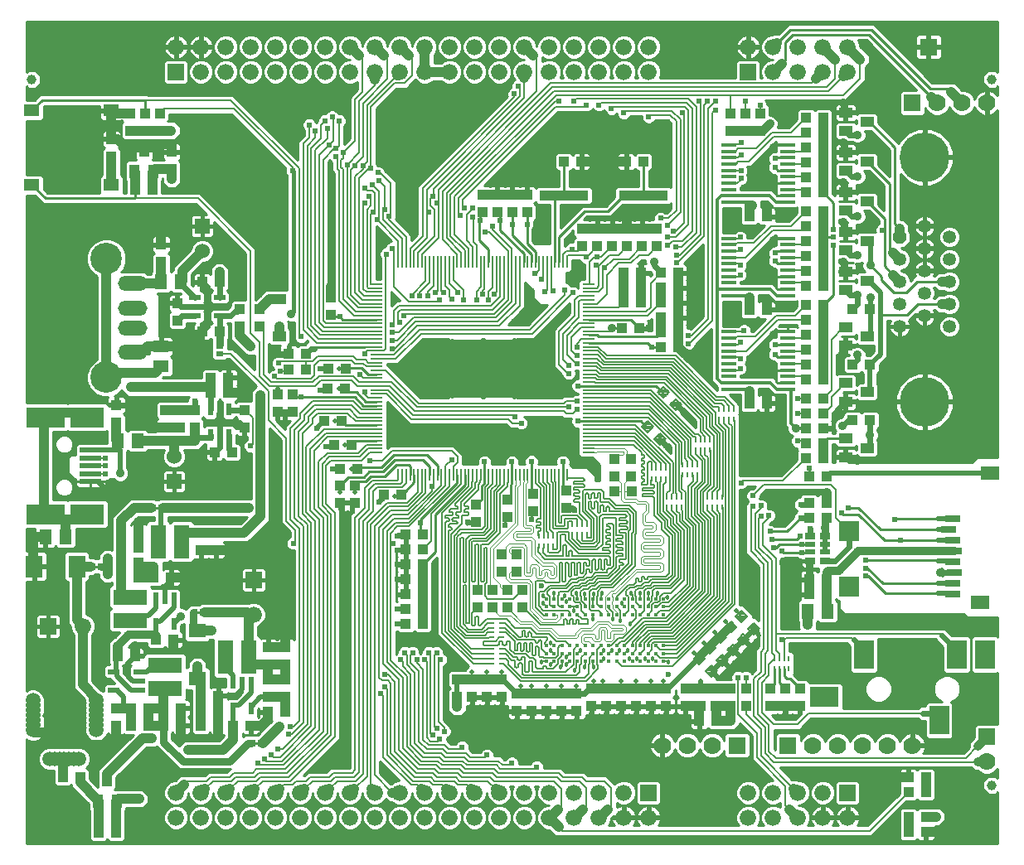
<source format=gbr>
G75*
G70*
%OFA0B0*%
%FSLAX24Y24*%
%IPPOS*%
%LPD*%
%AMOC8*
5,1,8,0,0,1.08239X$1,22.5*
%
%ADD10C,0.0591*%
%ADD11R,0.0700X0.0700*%
%ADD12R,0.0400X0.0400*%
%ADD13C,0.0080*%
%ADD14R,0.1969X0.0394*%
%ADD15R,0.0500X0.0600*%
%ADD16R,0.0660X0.0660*%
%ADD17C,0.0660*%
%ADD18C,0.0394*%
%ADD19R,0.0400X0.0300*%
%ADD20R,0.0400X0.0200*%
%ADD21R,0.0217X0.0472*%
%ADD22R,0.0200X0.0300*%
%ADD23C,0.0100*%
%ADD24R,0.0630X0.1378*%
%ADD25R,0.0551X0.0394*%
%ADD26R,0.0079X0.0512*%
%ADD27R,0.0512X0.0079*%
%ADD28R,0.2362X0.2362*%
%ADD29R,0.0238X0.0238*%
%ADD30R,0.1063X0.1063*%
%ADD31R,0.0246X0.0098*%
%ADD32R,0.0098X0.0246*%
%ADD33R,0.0600X0.0500*%
%ADD34C,0.0700*%
%ADD35R,0.0472X0.0217*%
%ADD36R,0.1378X0.0630*%
%ADD37R,0.0700X0.0900*%
%ADD38C,0.0531*%
%ADD39OC8,0.0531*%
%ADD40C,0.2000*%
%ADD41R,0.0591X0.0118*%
%ADD42R,0.0787X0.1181*%
%ADD43R,0.1181X0.0787*%
%ADD44R,0.0709X0.0571*%
%ADD45C,0.0157*%
%ADD46C,0.0236*%
%ADD47R,0.0200X0.0320*%
%ADD48R,0.0600X0.0600*%
%ADD49C,0.0600*%
%ADD50R,0.0886X0.0197*%
%ADD51R,0.1575X0.0827*%
%ADD52R,0.1378X0.0827*%
%ADD53O,0.1181X0.0591*%
%ADD54C,0.1266*%
%ADD55R,0.0591X0.0315*%
%ADD56R,0.0787X0.0787*%
%ADD57R,0.0748X0.0551*%
%ADD58R,0.0394X0.0551*%
%ADD59R,0.0300X0.0200*%
%ADD60C,0.0090*%
%ADD61C,0.0237*%
%ADD62C,0.0060*%
%ADD63C,0.0180*%
%ADD64C,0.0050*%
%ADD65C,0.0198*%
%ADD66C,0.0400*%
%ADD67C,0.0354*%
%ADD68C,0.0240*%
%ADD69C,0.0160*%
%ADD70C,0.0200*%
%ADD71C,0.0120*%
%ADD72C,0.0300*%
%ADD73C,0.0220*%
%ADD74C,0.2165*%
%ADD75C,0.0320*%
%ADD76C,0.0045*%
%ADD77C,0.0360*%
D10*
X006653Y007771D03*
X006850Y007771D03*
X007047Y007771D03*
X007244Y007771D03*
X007441Y007771D03*
X007637Y007771D03*
X007834Y007771D03*
X008543Y008932D03*
X008543Y009129D03*
X008543Y009326D03*
X008543Y009523D03*
X008543Y009719D03*
X008543Y009916D03*
X008543Y010113D03*
X005984Y010113D03*
X005984Y009916D03*
X005984Y009719D03*
X005984Y009523D03*
X005984Y009326D03*
X005984Y009129D03*
X005984Y008932D03*
D11*
X034293Y008302D03*
X036343Y008302D03*
X044343Y008652D03*
X041343Y034152D03*
X041993Y036402D03*
D12*
X037763Y033552D03*
X037763Y032952D03*
X037763Y032352D03*
X037763Y031752D03*
X037763Y031152D03*
X037763Y030552D03*
X037063Y030552D03*
X037063Y031152D03*
X037063Y031752D03*
X037063Y032352D03*
X037063Y032952D03*
X037063Y033552D03*
X035213Y033742D03*
X034613Y033742D03*
X034013Y033742D03*
X034013Y033042D03*
X034613Y033042D03*
X035213Y033042D03*
X037063Y029792D03*
X037063Y029192D03*
X037063Y028592D03*
X037063Y027992D03*
X037063Y027392D03*
X037063Y026792D03*
X037763Y026792D03*
X037763Y027392D03*
X037763Y027992D03*
X037763Y028592D03*
X037763Y029192D03*
X037763Y029792D03*
X035483Y029592D03*
X034783Y029592D03*
X031923Y027312D03*
X031923Y026712D03*
X031923Y026112D03*
X031923Y025512D03*
X031923Y024912D03*
X031923Y024312D03*
X031223Y024312D03*
X031223Y024912D03*
X030363Y025092D03*
X031223Y025512D03*
X031223Y026112D03*
X030423Y026112D03*
X030423Y026712D03*
X030423Y027312D03*
X031223Y027312D03*
X031223Y026712D03*
X029723Y026712D03*
X029723Y027312D03*
X029873Y028382D03*
X030473Y028382D03*
X031073Y028382D03*
X031073Y029082D03*
X030473Y029082D03*
X029873Y029082D03*
X029273Y029082D03*
X028673Y029082D03*
X028073Y029082D03*
X028073Y028382D03*
X028673Y028382D03*
X029273Y028382D03*
X029723Y026112D03*
X029663Y025092D03*
X034783Y025832D03*
X035483Y025832D03*
X037063Y026032D03*
X037063Y025432D03*
X037063Y024832D03*
X037063Y024232D03*
X037063Y023632D03*
X037063Y023032D03*
X037763Y023032D03*
X037763Y023632D03*
X037763Y024232D03*
X037763Y024832D03*
X037763Y025432D03*
X037763Y026032D03*
X038943Y025872D03*
X039643Y025872D03*
X039643Y023632D03*
X038943Y023632D03*
X037763Y022272D03*
X037763Y021672D03*
X037763Y021072D03*
X037763Y020472D03*
X037763Y019872D03*
X037883Y019112D03*
X037183Y019112D03*
X037063Y019872D03*
X037063Y020472D03*
X037063Y021072D03*
X037063Y021672D03*
X037063Y022272D03*
X035483Y022072D03*
X034783Y022072D03*
X038943Y021392D03*
X039643Y021392D03*
X037883Y018072D03*
X037883Y017472D03*
X037183Y017472D03*
X037183Y018072D03*
X037183Y014992D03*
X037183Y014392D03*
X037883Y014392D03*
X037883Y014992D03*
X036813Y010592D03*
X036213Y010592D03*
X035613Y010592D03*
X035613Y009892D03*
X036213Y009892D03*
X036813Y009892D03*
X034653Y009892D03*
X034013Y009892D03*
X033413Y009892D03*
X032813Y009892D03*
X032213Y009892D03*
X031443Y009892D03*
X030843Y009892D03*
X030243Y009892D03*
X029643Y009892D03*
X029043Y009892D03*
X028443Y009892D03*
X027843Y009682D03*
X027243Y009682D03*
X026643Y009682D03*
X026043Y009682D03*
X025443Y009682D03*
X025443Y010382D03*
X026043Y010382D03*
X026643Y010382D03*
X027243Y010382D03*
X027843Y010382D03*
X028443Y010592D03*
X029043Y010592D03*
X029643Y010592D03*
X030243Y010592D03*
X030843Y010592D03*
X031443Y010592D03*
X032213Y010592D03*
X032813Y010592D03*
X033413Y010592D03*
X034013Y010592D03*
X034653Y010592D03*
X033463Y009282D03*
X032763Y009282D03*
X025653Y013852D03*
X025053Y013852D03*
X024453Y013852D03*
X023853Y013852D03*
X023853Y014552D03*
X024453Y014552D03*
X025053Y014552D03*
X025653Y014552D03*
X025413Y015292D03*
X025413Y015992D03*
X024813Y015992D03*
X024813Y015292D03*
X023793Y017282D03*
X023793Y017982D03*
X025053Y018202D03*
X025053Y017502D03*
X026103Y017712D03*
X026103Y018412D03*
X027423Y018562D03*
X027423Y017862D03*
X029353Y018542D03*
X030053Y018542D03*
X030033Y019132D03*
X029373Y019132D03*
X029373Y019832D03*
X030033Y019832D03*
X021673Y016792D03*
X021673Y016192D03*
X020973Y016192D03*
X020973Y016792D03*
X020973Y015592D03*
X020973Y014992D03*
X020973Y014392D03*
X021673Y014392D03*
X021673Y014992D03*
X021673Y015592D03*
X021673Y013792D03*
X021673Y013192D03*
X020973Y013192D03*
X020973Y013792D03*
X023043Y010952D03*
X023643Y010952D03*
X024243Y010952D03*
X024243Y010252D03*
X023643Y010252D03*
X023043Y010252D03*
X024843Y010252D03*
X024843Y010952D03*
X018933Y018062D03*
X018333Y018062D03*
X018333Y018762D03*
X018343Y019432D03*
X019043Y019432D03*
X018933Y018762D03*
X020103Y018392D03*
X020803Y018392D03*
X018803Y020392D03*
X018103Y020392D03*
X018393Y021352D03*
X017693Y021352D03*
X016413Y021722D03*
X016413Y022422D03*
X015813Y022422D03*
X015813Y021722D03*
X014493Y021802D03*
X014493Y021102D03*
X013993Y020102D03*
X013293Y020102D03*
X012493Y021102D03*
X011893Y021102D03*
X011293Y021102D03*
X011293Y021802D03*
X011893Y021802D03*
X012493Y021802D03*
X013143Y022502D03*
X013143Y023102D03*
X013843Y023102D03*
X013843Y022502D03*
X013493Y024952D03*
X014293Y025152D03*
X014293Y025852D03*
X015093Y025852D03*
X015093Y025152D03*
X016263Y024072D03*
X016263Y023432D03*
X016963Y023432D03*
X016963Y024072D03*
X017853Y023472D03*
X018553Y023472D03*
X018543Y022672D03*
X017843Y022672D03*
X017973Y025642D03*
X017973Y026342D03*
X013493Y026952D03*
X012793Y026952D03*
X011793Y026102D03*
X011793Y025402D03*
X012793Y024952D03*
X011143Y027752D03*
X011143Y028452D03*
X010803Y030652D03*
X010103Y030652D03*
X009143Y032002D03*
X009143Y032702D03*
X009893Y033042D03*
X009893Y033742D03*
X010493Y033742D03*
X011093Y033742D03*
X011093Y033042D03*
X010493Y033042D03*
X011573Y032182D03*
X011573Y031482D03*
X009343Y022002D03*
X009343Y021302D03*
X009543Y016852D03*
X009543Y016252D03*
X010243Y016252D03*
X010243Y016852D03*
X010243Y015652D03*
X010243Y015052D03*
X010843Y015052D03*
X011543Y015052D03*
X012743Y016152D03*
X013343Y016152D03*
X013343Y016852D03*
X012743Y016852D03*
X009543Y015652D03*
X009543Y015052D03*
X010943Y012552D03*
X011643Y012552D03*
X010093Y011902D03*
X009393Y011902D03*
X009343Y009802D03*
X009943Y009802D03*
X010643Y009802D03*
X011243Y009802D03*
X011243Y009102D03*
X010643Y009102D03*
X009943Y009102D03*
X009343Y009102D03*
X007885Y007032D03*
X007185Y007032D03*
X008623Y005402D03*
X008623Y004802D03*
X009323Y004802D03*
X009323Y005402D03*
X011943Y009102D03*
X012743Y009102D03*
X012743Y009702D03*
X011943Y009802D03*
X012743Y010302D03*
X013443Y010302D03*
X013443Y009702D03*
X013443Y009102D03*
X014043Y009102D03*
X014743Y009102D03*
X015443Y009652D03*
X016143Y009652D03*
X016143Y010252D03*
X015443Y010252D03*
X015443Y010952D03*
X016143Y010952D03*
X016143Y011552D03*
X015443Y011552D03*
X015443Y012252D03*
X016143Y012252D03*
X024053Y029762D03*
X024653Y029762D03*
X025253Y029762D03*
X025853Y029762D03*
X025853Y030462D03*
X025253Y030462D03*
X024653Y030462D03*
X024053Y030462D03*
X027333Y031782D03*
X028033Y031782D03*
X029833Y031782D03*
X030533Y031782D03*
X041183Y007032D03*
X041183Y006432D03*
X041883Y006432D03*
X041883Y007032D03*
X041883Y005432D03*
X041883Y004832D03*
X041183Y004832D03*
X041183Y005432D03*
D13*
X041183Y006432D02*
X039623Y004872D01*
X027273Y004872D01*
X027113Y005032D01*
X027083Y005742D02*
X027243Y005902D01*
X027243Y006552D01*
X026923Y006872D01*
X024533Y006872D01*
X024373Y007032D01*
X023213Y007032D01*
X023053Y007192D01*
X022283Y007192D01*
X022123Y007352D01*
X021463Y007352D01*
X020693Y008122D01*
X020693Y010952D01*
X020053Y011592D01*
X020053Y016982D01*
X020503Y017432D01*
X021069Y017432D01*
X021079Y017272D02*
X020573Y017272D01*
X020213Y016912D01*
X020213Y011662D01*
X020853Y011022D01*
X020853Y008192D01*
X021533Y007512D01*
X022193Y007512D01*
X022353Y007352D01*
X023123Y007352D01*
X023283Y007192D01*
X024453Y007192D01*
X024613Y007032D01*
X027053Y007032D01*
X027213Y006872D01*
X027963Y006872D01*
X028243Y006592D01*
X028243Y005902D01*
X028083Y005742D01*
X029083Y005742D02*
X029243Y005902D01*
X029243Y006582D01*
X028953Y006872D01*
X028213Y006872D01*
X028053Y007032D01*
X027293Y007032D01*
X027133Y007192D01*
X024693Y007192D01*
X024533Y007352D01*
X023353Y007352D01*
X023193Y007512D01*
X022423Y007512D01*
X022263Y007672D01*
X021603Y007672D01*
X021013Y008262D01*
X021013Y011092D01*
X020373Y011732D01*
X020373Y016432D01*
X020453Y016432D01*
X020373Y016432D02*
X020373Y016842D01*
X020643Y017112D01*
X021089Y017112D01*
X021059Y017592D02*
X020433Y017592D01*
X019893Y017052D01*
X019893Y011032D01*
X020013Y010912D01*
X020253Y010912D01*
X020373Y010792D01*
X020373Y007982D01*
X021323Y007032D01*
X021983Y007032D01*
X022143Y006872D01*
X022913Y006872D01*
X023073Y006712D01*
X023433Y006712D01*
X023593Y006552D01*
X023143Y006872D02*
X024273Y006872D01*
X024593Y006552D01*
X024773Y007352D02*
X026163Y007352D01*
X026243Y007432D01*
X025243Y007592D02*
X025163Y007512D01*
X024853Y007512D01*
X024693Y007672D01*
X023493Y007672D01*
X023333Y007832D01*
X022563Y007832D01*
X022403Y007992D01*
X021743Y007992D01*
X021333Y008402D01*
X021333Y011232D01*
X021013Y011552D01*
X021013Y011952D01*
X020933Y012032D01*
X021173Y011952D02*
X021253Y012032D01*
X021173Y011952D02*
X021173Y011622D01*
X021493Y011302D01*
X021493Y008472D01*
X021813Y008152D01*
X022473Y008152D01*
X022633Y007992D01*
X023403Y007992D01*
X023563Y007832D01*
X024163Y007832D01*
X024243Y007912D01*
X024613Y007512D02*
X023423Y007512D01*
X023263Y007672D01*
X022493Y007672D01*
X022333Y007832D01*
X021673Y007832D01*
X021173Y008332D01*
X021173Y011162D01*
X020853Y011482D01*
X020853Y011672D01*
X020773Y011752D01*
X020253Y011152D02*
X020133Y011152D01*
X020253Y011152D02*
X020533Y010872D01*
X020533Y008052D01*
X021393Y007192D01*
X022053Y007192D01*
X022213Y007032D01*
X022983Y007032D01*
X023143Y006872D01*
X022593Y006552D02*
X022433Y006712D01*
X022073Y006712D01*
X021913Y006872D01*
X021253Y006872D01*
X020213Y007912D01*
X020213Y010592D01*
X020133Y010672D01*
X019973Y010392D02*
X020053Y010312D01*
X020053Y007842D01*
X021183Y006712D01*
X021433Y006712D01*
X021593Y006552D01*
X020443Y006402D02*
X019733Y007112D01*
X019733Y017122D01*
X020363Y017752D01*
X021049Y017752D01*
X021039Y017912D02*
X020293Y017912D01*
X019573Y017192D01*
X019573Y006572D01*
X019593Y006552D01*
X019413Y007072D02*
X019413Y017262D01*
X020223Y018072D01*
X021029Y018072D01*
X020753Y018342D02*
X020543Y018342D01*
X020753Y018342D02*
X020803Y018392D01*
X019832Y018691D02*
X019653Y018512D01*
X019653Y017732D01*
X019253Y017332D01*
X019253Y007152D01*
X018973Y006872D01*
X018213Y006872D01*
X017893Y006552D01*
X017973Y006872D02*
X018133Y007032D01*
X018893Y007032D01*
X019093Y007232D01*
X019093Y017402D01*
X019493Y017802D01*
X019493Y018582D01*
X019732Y018821D01*
X019632Y018951D02*
X019333Y018652D01*
X019333Y017872D01*
X018933Y017472D01*
X018933Y007312D01*
X018813Y007192D01*
X018053Y007192D01*
X017893Y007032D01*
X017133Y007032D01*
X016973Y006872D01*
X016573Y006872D01*
X016413Y006712D01*
X016053Y006712D01*
X015893Y006552D01*
X016343Y006872D02*
X018133Y008662D01*
X018133Y017672D01*
X017773Y018032D01*
X017773Y019572D01*
X017953Y019752D01*
X019193Y019752D01*
X019527Y020087D01*
X019791Y020087D01*
X019791Y020244D02*
X019455Y020244D01*
X019123Y019912D01*
X017883Y019912D01*
X017613Y019642D01*
X017613Y017962D01*
X017973Y017602D01*
X017973Y008732D01*
X016273Y007032D01*
X015133Y007032D01*
X014973Y006872D01*
X014213Y006872D01*
X013893Y006552D01*
X013973Y006872D02*
X013213Y006872D01*
X012893Y006552D01*
X012973Y006872D02*
X012213Y006872D01*
X012053Y006712D01*
X012973Y006872D02*
X013133Y007032D01*
X013893Y007032D01*
X014053Y007192D01*
X014813Y007192D01*
X014973Y007352D01*
X016133Y007352D01*
X017653Y008872D01*
X017653Y017462D01*
X017293Y017822D01*
X017293Y020172D01*
X017837Y020717D01*
X019791Y020717D01*
X019791Y020874D02*
X017764Y020874D01*
X017133Y020242D01*
X017133Y017752D01*
X017493Y017392D01*
X017493Y008942D01*
X016063Y007512D01*
X015093Y007512D01*
X015013Y007592D01*
X015293Y007752D02*
X015373Y007672D01*
X015993Y007672D01*
X017333Y009012D01*
X017333Y017322D01*
X016973Y017682D01*
X016973Y020312D01*
X017692Y021031D01*
X019791Y021031D01*
X019791Y021346D02*
X018969Y021346D01*
X018643Y021672D01*
X017433Y021672D01*
X017213Y021452D01*
X017213Y021262D01*
X016813Y020862D01*
X016813Y017612D01*
X017173Y017252D01*
X017173Y009082D01*
X015923Y007832D01*
X015653Y007832D01*
X015573Y007912D01*
X015813Y008152D02*
X016013Y008152D01*
X017013Y009152D01*
X017013Y017182D01*
X016653Y017542D01*
X016653Y020932D01*
X017053Y021332D01*
X017053Y021522D01*
X017363Y021832D01*
X018713Y021832D01*
X019041Y021504D01*
X019791Y021504D01*
X019791Y021661D02*
X019114Y021661D01*
X018783Y021992D01*
X017293Y021992D01*
X016893Y021592D01*
X016893Y021402D01*
X016493Y021002D01*
X016493Y017472D01*
X016853Y017112D01*
X016853Y009222D01*
X016383Y008752D01*
X016253Y008752D01*
X016333Y009072D02*
X016473Y009072D01*
X016693Y009292D01*
X016693Y017042D01*
X016333Y017402D01*
X016333Y021072D01*
X016733Y021472D01*
X016733Y021662D01*
X017223Y022152D01*
X018863Y022152D01*
X019196Y021819D01*
X019791Y021819D01*
X019791Y022291D02*
X019454Y022291D01*
X019333Y022412D01*
X019333Y022522D01*
X019022Y022764D02*
X019791Y022764D01*
X020332Y022764D01*
X021343Y021752D01*
X027333Y021752D01*
X027413Y021672D01*
X027693Y021672D01*
X027853Y021832D01*
X027853Y022152D02*
X027413Y022152D01*
X027333Y022072D01*
X021483Y022072D01*
X020162Y023394D01*
X019791Y023394D01*
X019791Y023551D02*
X019394Y023551D01*
X019273Y023672D01*
X018923Y023672D01*
X018803Y023792D01*
X017493Y023792D01*
X017283Y023582D01*
X017283Y023182D01*
X017173Y023072D01*
X015783Y023072D01*
X015703Y023152D01*
X015573Y022912D02*
X017243Y022912D01*
X017483Y023152D01*
X018863Y023152D01*
X019094Y022921D01*
X019791Y022921D01*
X020404Y022921D01*
X021413Y021912D01*
X027533Y021912D01*
X027533Y023272D02*
X027493Y023272D01*
X027133Y023632D01*
X027133Y024952D01*
X027773Y025592D01*
X027773Y026232D01*
X027926Y026386D01*
X028335Y026386D01*
X028335Y026543D02*
X028724Y026543D01*
X028893Y026712D01*
X028893Y027432D01*
X028973Y027512D01*
X029333Y027872D01*
X029963Y027872D01*
X030473Y028382D01*
X030363Y028032D02*
X030723Y028032D01*
X031073Y028382D01*
X031493Y028432D02*
X031533Y028432D01*
X031693Y028592D01*
X032083Y028592D01*
X032493Y029002D01*
X032493Y033922D01*
X032263Y034152D01*
X028823Y034152D01*
X028743Y034072D01*
X028243Y034072D02*
X028163Y033992D01*
X026993Y033992D01*
X023253Y030252D01*
X023253Y029992D01*
X023333Y029912D01*
X023413Y029652D02*
X023413Y028612D01*
X023669Y028356D01*
X023669Y027744D01*
X023512Y027744D02*
X023512Y028284D01*
X022933Y028862D01*
X022933Y030392D01*
X027013Y034472D01*
X034013Y034472D01*
X038573Y034472D01*
X039243Y035142D01*
X039243Y035902D01*
X038573Y035232D02*
X037973Y034632D01*
X026943Y034632D01*
X022773Y030462D01*
X022773Y028792D01*
X023354Y028211D01*
X023354Y027744D01*
X023197Y027744D02*
X023197Y028139D01*
X022613Y028722D01*
X022613Y030532D01*
X026873Y034792D01*
X037893Y034792D01*
X038243Y035142D01*
X038243Y035902D01*
X037453Y035112D02*
X037293Y034952D01*
X026803Y034952D01*
X022453Y030602D01*
X022453Y028652D01*
X023039Y028066D01*
X023039Y027744D01*
X022882Y027744D02*
X022882Y027024D01*
X023293Y026612D01*
X023293Y026232D01*
X023053Y026512D02*
X023053Y026552D01*
X022724Y026881D01*
X022724Y027744D01*
X022567Y027744D02*
X022567Y026799D01*
X022733Y026632D01*
X022733Y026352D01*
X022813Y026272D01*
X022493Y026512D02*
X022409Y026596D01*
X022409Y027744D01*
X022252Y027744D02*
X022252Y026591D01*
X022173Y026512D01*
X022094Y026794D02*
X021853Y026552D01*
X021853Y026392D01*
X021533Y026392D02*
X021533Y026512D01*
X021937Y026916D01*
X021937Y027744D01*
X022094Y027744D02*
X022094Y026794D01*
X021779Y026989D02*
X021213Y026422D01*
X021213Y026392D01*
X021093Y026152D02*
X020493Y026752D01*
X020493Y028222D01*
X020423Y028292D01*
X020193Y028072D02*
X020173Y028052D01*
X020173Y024252D01*
X020102Y024181D01*
X019748Y024181D01*
X019442Y024181D01*
X019333Y024072D01*
X019353Y023832D02*
X019477Y023709D01*
X019791Y023709D01*
X019791Y023866D02*
X020577Y023866D01*
X021583Y024872D01*
X026053Y024872D01*
X027693Y026512D01*
X027373Y026432D02*
X027373Y026632D01*
X027373Y026432D02*
X025973Y025032D01*
X021513Y025032D01*
X020504Y024024D01*
X019791Y024024D01*
X019791Y024181D02*
X019748Y024181D01*
X019791Y024339D02*
X019339Y024339D01*
X019328Y024327D01*
X019791Y024496D02*
X017399Y024496D01*
X016853Y025042D01*
X016853Y032512D01*
X017093Y032752D01*
X017093Y033272D01*
X017333Y033032D02*
X017333Y032752D01*
X017013Y032432D01*
X017013Y025112D01*
X017472Y024654D01*
X019791Y024654D01*
X019791Y024811D02*
X017544Y024811D01*
X017173Y025182D01*
X017173Y032322D01*
X017573Y032722D01*
X017573Y033272D01*
X017733Y033432D01*
X018013Y033592D02*
X018053Y033552D01*
X018053Y032632D01*
X017893Y032472D01*
X017493Y032072D01*
X017493Y025322D01*
X017689Y025126D01*
X019791Y025126D01*
X019791Y025283D02*
X017762Y025283D01*
X017653Y025392D01*
X017653Y031872D01*
X018093Y032312D01*
X018173Y032312D01*
X018293Y032432D01*
X018293Y033432D01*
X017813Y033112D02*
X017813Y032732D01*
X017333Y032252D01*
X017333Y025252D01*
X017617Y024969D01*
X019791Y024969D01*
X019791Y025598D02*
X018887Y025598D01*
X018293Y026192D01*
X018293Y031422D01*
X018213Y031502D01*
X018213Y031952D01*
X018173Y031992D01*
X018373Y031852D02*
X018373Y031572D01*
X018453Y031492D01*
X018453Y026272D01*
X018969Y025756D01*
X019791Y025756D01*
X019791Y025913D02*
X019052Y025913D01*
X018613Y026352D01*
X018613Y031672D01*
X019093Y032152D01*
X019093Y034212D01*
X019743Y034862D01*
X019743Y035102D01*
X020243Y035132D02*
X019253Y034142D01*
X019253Y031992D01*
X018933Y031672D01*
X018933Y031632D01*
X018773Y031472D01*
X018773Y026432D01*
X019134Y026071D01*
X019791Y026071D01*
X019791Y026228D02*
X019217Y026228D01*
X018933Y026512D01*
X018933Y031182D01*
X019253Y031502D01*
X019253Y031632D01*
X019413Y031792D01*
X019413Y034072D01*
X020613Y035272D01*
X020523Y034952D02*
X019573Y034002D01*
X019573Y031512D01*
X019493Y031512D01*
X019093Y031112D01*
X019093Y026592D01*
X019300Y026386D01*
X019791Y026386D01*
X019791Y026543D02*
X019382Y026543D01*
X019253Y026672D01*
X019253Y030032D01*
X019333Y030112D01*
X019573Y030012D02*
X019573Y030312D01*
X019493Y030392D01*
X019413Y030632D02*
X019333Y030712D01*
X019413Y030632D02*
X019613Y030632D01*
X019733Y030512D01*
X019733Y029832D01*
X019653Y029752D01*
X019573Y029672D01*
X019573Y026858D01*
X019791Y026858D01*
X019791Y026701D02*
X019465Y026701D01*
X019413Y026752D01*
X019413Y029852D01*
X019573Y030012D01*
X020053Y029792D02*
X020053Y029462D01*
X020835Y028681D01*
X020835Y027744D01*
X020992Y027744D02*
X020992Y028753D01*
X020293Y029452D01*
X020293Y029592D01*
X020373Y029672D01*
X020373Y030912D01*
X019933Y031352D01*
X019853Y031352D01*
X019893Y031032D02*
X020133Y030792D01*
X020133Y029872D01*
X020053Y029792D01*
X019893Y029552D02*
X019813Y029472D01*
X019813Y029471D01*
X020677Y028607D01*
X020677Y027744D01*
X021150Y027744D02*
X021150Y028279D01*
X021653Y028782D01*
X021653Y030722D01*
X025333Y034402D01*
X025333Y034512D01*
X025573Y034412D02*
X025573Y034752D01*
X025493Y034832D01*
X025743Y035152D02*
X025743Y034352D01*
X022093Y030702D01*
X022093Y030432D01*
X022053Y030392D01*
X021973Y030312D01*
X021973Y030012D01*
X022133Y029852D01*
X022133Y028802D01*
X021464Y028134D01*
X021464Y027744D01*
X021307Y027744D02*
X021307Y028207D01*
X021813Y028712D01*
X021813Y029752D01*
X021893Y029752D01*
X021813Y029752D02*
X021813Y030652D01*
X025573Y034412D01*
X026243Y034622D02*
X022293Y030672D01*
X022293Y030112D01*
X022293Y028732D01*
X021622Y028061D01*
X021622Y027744D01*
X021779Y027744D02*
X021779Y026989D01*
X022333Y026232D02*
X022253Y026152D01*
X021093Y026152D01*
X020693Y025992D02*
X020493Y025792D01*
X020493Y025312D01*
X020413Y025232D01*
X020653Y025392D02*
X020733Y025312D01*
X020653Y025392D02*
X020653Y025712D01*
X020773Y025832D01*
X024463Y025832D01*
X024929Y026299D01*
X024929Y027744D01*
X024772Y027744D02*
X024772Y026371D01*
X024393Y025992D01*
X020693Y025992D01*
X020973Y025672D02*
X024533Y025672D01*
X025087Y026226D01*
X025087Y027744D01*
X025087Y028209D01*
X024343Y028952D01*
X024173Y028952D01*
X024453Y029072D02*
X024453Y029192D01*
X024453Y029072D02*
X025244Y028281D01*
X025244Y027744D01*
X025244Y026154D01*
X024603Y025512D01*
X021303Y025512D01*
X020703Y024912D01*
X020413Y024912D01*
X020413Y024592D02*
X020613Y024592D01*
X021373Y025352D01*
X024673Y025352D01*
X025401Y026081D01*
X025401Y027744D01*
X025559Y027744D02*
X025559Y026009D01*
X024743Y025192D01*
X021443Y025192D01*
X020523Y024272D01*
X020413Y024272D01*
X019353Y023832D02*
X018990Y023832D01*
X018870Y023952D01*
X017413Y023952D01*
X017213Y023752D01*
X016963Y023752D01*
X016963Y023432D01*
X016963Y023752D02*
X015923Y023752D01*
X015853Y023682D01*
X015933Y023372D02*
X016203Y023372D01*
X016263Y023432D01*
X015573Y022912D02*
X015253Y023232D01*
X015253Y024992D01*
X015093Y025152D01*
X014733Y024882D02*
X014733Y028192D01*
X012613Y030312D01*
X010103Y030312D01*
X011093Y033742D02*
X011263Y033912D01*
X014063Y033912D01*
X016413Y031562D01*
X016413Y031432D01*
X016693Y031512D02*
X016693Y024832D01*
X016773Y024752D01*
X015093Y024522D02*
X014733Y024882D01*
X015093Y024522D02*
X015093Y023152D01*
X015493Y022752D01*
X015813Y022752D01*
X017313Y022752D01*
X017553Y022992D01*
X018793Y022992D01*
X019022Y022764D01*
X019277Y023079D02*
X019123Y023232D01*
X019277Y023079D02*
X019791Y023079D01*
X019791Y022606D02*
X020259Y022606D01*
X021273Y021592D01*
X025293Y021592D01*
X025373Y021512D01*
X025253Y021272D02*
X025613Y021272D01*
X025253Y021272D02*
X025093Y021432D01*
X021206Y021432D01*
X020189Y022449D01*
X019791Y022449D01*
X018543Y022672D02*
X018283Y022672D01*
X018393Y021352D02*
X018133Y021352D01*
X018543Y020392D02*
X018803Y020392D01*
X019053Y020072D02*
X017813Y020072D01*
X017453Y019712D01*
X017453Y017892D01*
X017813Y017532D01*
X017813Y008802D01*
X016203Y007192D01*
X015053Y007192D01*
X014893Y007032D01*
X014133Y007032D01*
X013973Y006872D01*
X014893Y006552D02*
X015213Y006872D01*
X016343Y006872D01*
X016893Y006552D02*
X017213Y006872D01*
X017973Y006872D01*
X018893Y006552D02*
X019413Y007072D01*
X021653Y008542D02*
X021653Y011373D01*
X021413Y011613D01*
X021413Y011752D01*
X021733Y011752D02*
X021813Y011672D01*
X021813Y008612D01*
X021953Y008472D01*
X022253Y008472D01*
X022333Y008552D01*
X022543Y008312D02*
X021883Y008312D01*
X021653Y008542D01*
X021973Y008792D02*
X021973Y011952D01*
X021893Y012032D01*
X022133Y011952D02*
X022133Y009072D01*
X022213Y008992D01*
X022293Y009252D02*
X022293Y011672D01*
X022373Y011752D01*
X022133Y011952D02*
X022213Y012032D01*
X023643Y011262D02*
X023643Y010952D01*
X024243Y010952D02*
X024243Y011262D01*
X024843Y011262D02*
X024843Y010952D01*
X024843Y010252D02*
X024843Y009942D01*
X025443Y009682D02*
X025443Y009372D01*
X026043Y009372D02*
X026043Y009682D01*
X026643Y009682D02*
X026643Y009372D01*
X027243Y009372D02*
X027243Y009682D01*
X027843Y009682D02*
X027843Y009372D01*
X028443Y009582D02*
X028443Y009892D01*
X029043Y009892D02*
X029043Y009582D01*
X029583Y009562D02*
X029583Y009832D01*
X029643Y009892D01*
X030243Y009892D02*
X030243Y009582D01*
X030843Y009582D02*
X030843Y009892D01*
X031443Y009892D02*
X031443Y009582D01*
X032213Y009582D02*
X032213Y009892D01*
X032763Y009892D02*
X032813Y009892D01*
X033413Y009892D02*
X033463Y009892D01*
X034333Y009552D02*
X035093Y008792D01*
X035093Y007822D01*
X036243Y006672D01*
X036243Y005902D01*
X036403Y005742D01*
X036573Y006572D02*
X035253Y007892D01*
X035253Y008952D01*
X034653Y009552D01*
X034653Y009892D01*
X034333Y009552D02*
X034333Y011032D01*
X034653Y011032D02*
X034653Y010592D01*
X034973Y010982D02*
X035253Y011262D01*
X035253Y012072D01*
X035373Y012192D01*
X035373Y015592D01*
X034853Y016112D01*
X034853Y017832D01*
X034933Y017912D01*
X035013Y017632D02*
X035253Y017872D01*
X035253Y017952D01*
X035013Y017632D02*
X035013Y016192D01*
X035533Y015672D01*
X035533Y012112D01*
X035413Y011992D01*
X035413Y011192D01*
X035133Y010912D01*
X035133Y009552D01*
X035573Y009112D01*
X035573Y008072D01*
X035853Y007792D01*
X043483Y007792D01*
X043973Y008282D01*
X043973Y007652D02*
X043953Y007632D01*
X035773Y007632D01*
X035413Y007992D01*
X035413Y009042D01*
X034973Y009482D01*
X034973Y010982D01*
X035293Y010842D02*
X035573Y011122D01*
X035573Y011572D01*
X035788Y011787D01*
X035788Y011794D01*
X035788Y011938D01*
X035693Y012032D01*
X035693Y015752D01*
X035173Y016272D01*
X035173Y017432D01*
X035253Y017512D01*
X035333Y017232D02*
X035573Y017472D01*
X035573Y017552D01*
X035333Y017232D02*
X035333Y016352D01*
X035853Y015832D01*
X035853Y012792D01*
X042453Y012792D01*
X042533Y012712D01*
X043124Y012121D02*
X043124Y011949D01*
X042135Y009592D02*
X042416Y009311D01*
X041773Y009592D02*
X037173Y009592D01*
X036733Y009152D01*
X035773Y009152D01*
X035293Y009632D01*
X035293Y010842D01*
X035984Y011794D02*
X035984Y011981D01*
X035853Y012112D01*
X035853Y012792D01*
X036093Y012552D02*
X036181Y012552D01*
X036261Y012632D01*
X038903Y012632D01*
X038983Y012552D01*
X039384Y012151D02*
X039384Y011949D01*
X036181Y011794D02*
X036181Y012552D01*
X035192Y012999D02*
X034966Y013225D01*
X035192Y012999D02*
X034966Y012773D01*
X034740Y012999D01*
X034966Y013225D01*
X035045Y012852D02*
X034887Y012852D01*
X034808Y012931D02*
X035124Y012931D01*
X035181Y013010D02*
X034751Y013010D01*
X034830Y013089D02*
X035102Y013089D01*
X035023Y013168D02*
X034909Y013168D01*
X034697Y013494D02*
X034471Y013720D01*
X034697Y013494D02*
X034471Y013268D01*
X034245Y013494D01*
X034471Y013720D01*
X034550Y013347D02*
X034392Y013347D01*
X034313Y013426D02*
X034629Y013426D01*
X034686Y013505D02*
X034256Y013505D01*
X034335Y013584D02*
X034607Y013584D01*
X034528Y013663D02*
X034414Y013663D01*
X034252Y013713D02*
X034471Y013494D01*
X034047Y012844D02*
X033821Y013070D01*
X034047Y013296D01*
X034273Y013070D01*
X034047Y012844D01*
X034126Y012923D02*
X033968Y012923D01*
X033889Y013002D02*
X034205Y013002D01*
X034262Y013081D02*
X033832Y013081D01*
X033911Y013160D02*
X034183Y013160D01*
X034104Y013239D02*
X033990Y013239D01*
X033397Y012645D02*
X033623Y012419D01*
X033397Y012645D02*
X033623Y012871D01*
X033849Y012645D01*
X033623Y012419D01*
X033702Y012498D02*
X033544Y012498D01*
X033465Y012577D02*
X033781Y012577D01*
X033838Y012656D02*
X033408Y012656D01*
X033487Y012735D02*
X033759Y012735D01*
X033680Y012814D02*
X033566Y012814D01*
X032972Y012221D02*
X033198Y011995D01*
X032972Y012221D02*
X033198Y012447D01*
X033424Y012221D01*
X033198Y011995D01*
X033277Y012074D02*
X033119Y012074D01*
X033040Y012153D02*
X033356Y012153D01*
X033413Y012232D02*
X032983Y012232D01*
X033062Y012311D02*
X033334Y012311D01*
X033255Y012390D02*
X033141Y012390D01*
X032548Y011797D02*
X032774Y011571D01*
X032548Y011797D02*
X032774Y012023D01*
X033000Y011797D01*
X032774Y011571D01*
X032853Y011650D02*
X032695Y011650D01*
X032616Y011729D02*
X032932Y011729D01*
X032989Y011808D02*
X032559Y011808D01*
X032638Y011887D02*
X032910Y011887D01*
X032831Y011966D02*
X032717Y011966D01*
X033043Y011302D02*
X033269Y011076D01*
X033043Y011302D02*
X033269Y011528D01*
X033495Y011302D01*
X033269Y011076D01*
X033348Y011155D02*
X033190Y011155D01*
X033111Y011234D02*
X033427Y011234D01*
X033484Y011313D02*
X033054Y011313D01*
X033133Y011392D02*
X033405Y011392D01*
X033326Y011471D02*
X033212Y011471D01*
X033467Y011726D02*
X033693Y011500D01*
X033467Y011726D02*
X033693Y011952D01*
X033919Y011726D01*
X033693Y011500D01*
X033772Y011579D02*
X033614Y011579D01*
X033535Y011658D02*
X033851Y011658D01*
X033908Y011737D02*
X033478Y011737D01*
X033557Y011816D02*
X033829Y011816D01*
X033750Y011895D02*
X033636Y011895D01*
X033892Y012150D02*
X034118Y011924D01*
X033892Y012150D02*
X034118Y012376D01*
X034344Y012150D01*
X034118Y011924D01*
X034197Y012003D02*
X034039Y012003D01*
X033960Y012082D02*
X034276Y012082D01*
X034333Y012161D02*
X033903Y012161D01*
X033982Y012240D02*
X034254Y012240D01*
X034175Y012319D02*
X034061Y012319D01*
X034316Y012575D02*
X034542Y012349D01*
X034316Y012575D02*
X034542Y012801D01*
X034768Y012575D01*
X034542Y012349D01*
X034621Y012428D02*
X034463Y012428D01*
X034384Y012507D02*
X034700Y012507D01*
X034757Y012586D02*
X034327Y012586D01*
X034406Y012665D02*
X034678Y012665D01*
X034599Y012744D02*
X034485Y012744D01*
X031333Y010902D02*
X031333Y010702D01*
X031443Y010592D01*
X030843Y010592D02*
X030843Y010902D01*
X030243Y010902D02*
X030243Y010592D01*
X029643Y010592D02*
X029643Y010902D01*
X029043Y010592D02*
X028883Y010752D01*
X028883Y010902D01*
X028523Y010902D02*
X028523Y010672D01*
X028443Y010592D01*
X027843Y010692D02*
X027843Y010402D01*
X027843Y010382D01*
X027243Y010382D02*
X027243Y010692D01*
X026643Y010692D02*
X026643Y010382D01*
X026043Y010382D02*
X026043Y010692D01*
X025603Y010692D02*
X025603Y010542D01*
X025443Y010382D01*
X024243Y010252D02*
X024243Y009942D01*
X023643Y009942D02*
X023643Y010252D01*
X022533Y009012D02*
X022293Y009252D01*
X022533Y009012D02*
X022533Y008872D01*
X022053Y008712D02*
X021973Y008792D01*
X022543Y008312D02*
X022703Y008152D01*
X023163Y008152D01*
X023243Y008232D01*
X024613Y007512D02*
X024773Y007352D01*
X021673Y016192D02*
X021993Y016512D01*
X021993Y017597D01*
X022013Y018712D02*
X022094Y018794D01*
X022094Y019201D01*
X022567Y019201D02*
X022567Y019546D01*
X022813Y019792D01*
X023053Y019682D02*
X023053Y019912D01*
X022813Y020152D01*
X020413Y020152D01*
X020013Y019752D01*
X019533Y019752D01*
X019053Y020072D02*
X019382Y020402D01*
X019791Y020402D01*
X019043Y019432D02*
X018783Y019432D01*
X018933Y018762D02*
X018933Y018502D01*
X018333Y018502D02*
X018333Y018762D01*
X016533Y016972D02*
X016173Y017332D01*
X016173Y020672D01*
X015453Y021392D01*
X015453Y022552D01*
X013943Y024062D01*
X013493Y024062D01*
X015813Y022752D02*
X015813Y022672D01*
X014813Y021482D02*
X014493Y021802D01*
X014813Y021482D02*
X014813Y020432D01*
X014733Y020352D01*
X016533Y016972D02*
X016533Y016512D01*
X016453Y016432D01*
X022882Y019201D02*
X022882Y019511D01*
X023053Y019682D01*
X027293Y023832D02*
X027533Y023592D01*
X027813Y023672D02*
X027453Y024032D01*
X027453Y024792D01*
X027944Y025283D01*
X028335Y025283D01*
X028335Y025126D02*
X028026Y025126D01*
X027613Y024712D01*
X027613Y024192D01*
X027813Y023992D01*
X027853Y023992D01*
X027853Y023672D02*
X027813Y023672D01*
X027293Y023832D02*
X027293Y024872D01*
X027933Y025512D01*
X027933Y026152D01*
X028009Y026228D01*
X028335Y026228D01*
X028335Y026071D02*
X028651Y026071D01*
X029053Y026472D01*
X029053Y027232D01*
X029533Y027712D01*
X030043Y027712D01*
X030363Y028032D01*
X029873Y028382D02*
X029523Y028032D01*
X029153Y028032D01*
X028753Y027632D01*
X028733Y027632D01*
X028733Y026782D01*
X028651Y026701D01*
X028335Y026701D01*
X028335Y026858D02*
X028373Y026858D01*
X028373Y027752D01*
X028573Y027952D01*
X028653Y027952D01*
X028843Y027952D01*
X029273Y028382D01*
X028673Y028382D02*
X028323Y028032D01*
X028213Y028032D01*
X028213Y027952D01*
X028213Y028032D02*
X027493Y028032D01*
X027449Y027988D01*
X027449Y027744D01*
X027291Y027744D02*
X027291Y028061D01*
X027423Y028192D01*
X027653Y028192D01*
X027653Y028272D01*
X027653Y028192D02*
X027883Y028192D01*
X028073Y028382D01*
X028613Y027632D02*
X028733Y027632D01*
X026819Y027744D02*
X026819Y026667D01*
X026893Y026592D01*
X026661Y026641D02*
X026661Y027744D01*
X026504Y027744D02*
X026504Y027163D01*
X026413Y027072D01*
X026213Y027282D02*
X026346Y027416D01*
X026346Y027744D01*
X026213Y027282D02*
X026173Y027282D01*
X026661Y026641D02*
X026573Y026552D01*
X028335Y025913D02*
X029524Y025913D01*
X029723Y026112D01*
X030636Y025756D02*
X028335Y025756D01*
X028335Y025598D02*
X030709Y025598D01*
X031223Y026112D01*
X030813Y025932D02*
X030636Y025756D01*
X030813Y025932D02*
X030813Y026902D01*
X031223Y027312D01*
X031853Y027712D02*
X031893Y027712D01*
X032973Y028792D01*
X032973Y034072D01*
X033093Y034192D01*
X033093Y034232D01*
X032813Y034192D02*
X032773Y034232D01*
X032813Y034192D02*
X032813Y028862D01*
X031983Y028032D01*
X031853Y028032D01*
X031813Y028352D02*
X032073Y028352D01*
X032653Y028932D01*
X032653Y033992D01*
X032333Y034312D01*
X027823Y034312D01*
X027743Y034232D01*
X027133Y034232D02*
X027003Y034232D01*
X023093Y030322D01*
X023093Y029712D01*
X023173Y029632D01*
X023413Y029652D02*
X023653Y029892D01*
X023653Y029912D01*
X023653Y029552D02*
X023693Y029512D01*
X023693Y028562D01*
X023827Y028429D01*
X023827Y027744D01*
X023984Y027744D02*
X023984Y026744D01*
X023813Y026572D01*
X023813Y026232D01*
X024053Y026472D02*
X024053Y026582D01*
X024142Y026671D01*
X024142Y027744D01*
X024457Y027744D02*
X024457Y026736D01*
X024293Y026572D01*
X024293Y026232D01*
X024533Y026472D02*
X024614Y026554D01*
X024614Y027744D01*
X022293Y030112D02*
X022213Y030112D01*
X019893Y030592D02*
X019893Y029552D01*
X019893Y030592D02*
X019613Y030872D01*
X018453Y031932D02*
X018453Y032152D01*
X018933Y032632D01*
X018933Y034282D01*
X019243Y034592D01*
X019243Y035902D01*
X019083Y036062D01*
X020083Y036062D02*
X020243Y035902D01*
X020243Y035132D01*
X020523Y034952D02*
X020933Y034952D01*
X021243Y035262D01*
X021243Y035902D01*
X021083Y036062D01*
X018453Y031932D02*
X018373Y031852D01*
X016693Y031512D02*
X013943Y034262D01*
X010493Y034262D01*
X020893Y025592D02*
X020973Y025672D01*
X027853Y024472D02*
X028034Y024654D01*
X028335Y024654D01*
X028335Y024969D02*
X029149Y024969D01*
X029273Y025092D01*
X027853Y024472D02*
X027853Y024312D01*
X031335Y022736D02*
X031561Y022510D01*
X031335Y022284D01*
X031109Y022510D01*
X031335Y022736D01*
X031414Y022363D02*
X031256Y022363D01*
X031177Y022442D02*
X031493Y022442D01*
X031550Y022521D02*
X031120Y022521D01*
X031199Y022600D02*
X031471Y022600D01*
X031392Y022679D02*
X031278Y022679D01*
X031830Y022241D02*
X032056Y022015D01*
X031830Y021789D01*
X031604Y022015D01*
X031830Y022241D01*
X031909Y021868D02*
X031751Y021868D01*
X031672Y021947D02*
X031988Y021947D01*
X032045Y022026D02*
X031615Y022026D01*
X031694Y022105D02*
X031966Y022105D01*
X031887Y022184D02*
X031773Y022184D01*
X030921Y021120D02*
X030695Y021346D01*
X030921Y021120D02*
X030695Y020894D01*
X030469Y021120D01*
X030695Y021346D01*
X030774Y020973D02*
X030616Y020973D01*
X030537Y021052D02*
X030853Y021052D01*
X030910Y021131D02*
X030480Y021131D01*
X030559Y021210D02*
X030831Y021210D01*
X030752Y021289D02*
X030638Y021289D01*
X031190Y020851D02*
X031416Y020625D01*
X031190Y020399D01*
X030964Y020625D01*
X031190Y020851D01*
X031269Y020478D02*
X031111Y020478D01*
X031032Y020557D02*
X031348Y020557D01*
X031405Y020636D02*
X030975Y020636D01*
X031054Y020715D02*
X031326Y020715D01*
X031247Y020794D02*
X031133Y020794D01*
X033952Y023409D02*
X034349Y023409D01*
X034413Y023472D01*
X034413Y023872D02*
X034365Y023920D01*
X033952Y023920D01*
X033952Y024176D02*
X034677Y024176D01*
X035933Y025432D01*
X037063Y025432D01*
X036623Y025592D02*
X037063Y026032D01*
X036623Y025592D02*
X035853Y025592D01*
X035013Y024752D01*
X034303Y024752D01*
X034239Y024688D01*
X033952Y024688D01*
X033952Y024432D02*
X034333Y024432D01*
X034413Y024512D01*
X034524Y024944D02*
X033952Y024944D01*
X034524Y024944D02*
X034573Y024992D01*
X033293Y025392D02*
X033293Y033752D01*
X033413Y033872D01*
X033133Y033932D02*
X033413Y034212D01*
X033413Y034232D01*
X033133Y033932D02*
X033133Y025472D01*
X032453Y024792D01*
X032323Y024792D01*
X032333Y024472D02*
X032373Y024472D01*
X033293Y025392D01*
X033952Y027169D02*
X034349Y027169D01*
X034413Y027232D01*
X034413Y027632D02*
X034365Y027680D01*
X033952Y027680D01*
X033952Y027936D02*
X034637Y027936D01*
X035733Y029032D01*
X036903Y029032D01*
X037063Y029192D01*
X036463Y029192D02*
X037063Y029792D01*
X036463Y029192D02*
X035653Y029192D01*
X034973Y028512D01*
X034303Y028512D01*
X034239Y028448D01*
X033952Y028448D01*
X033952Y028192D02*
X034333Y028192D01*
X034413Y028272D01*
X034364Y028704D02*
X033952Y028704D01*
X034364Y028704D02*
X034413Y028752D01*
X036314Y028448D02*
X036919Y028448D01*
X037063Y028592D01*
X037063Y027992D02*
X037007Y027936D01*
X036314Y027936D01*
X036314Y027424D02*
X037031Y027424D01*
X037063Y027392D01*
X036943Y026913D02*
X036314Y026913D01*
X036943Y026913D02*
X037063Y026792D01*
X038577Y025126D02*
X038093Y024642D01*
X038093Y022602D01*
X037763Y022272D01*
X038093Y022322D02*
X038423Y022652D01*
X038423Y022732D01*
X038577Y022886D01*
X038660Y022886D01*
X038093Y022322D02*
X038093Y021952D01*
X037813Y021672D01*
X037763Y021672D01*
X037063Y021672D02*
X036733Y021672D01*
X036733Y022272D02*
X037063Y022272D01*
X037063Y023032D02*
X036943Y023153D01*
X036314Y023153D01*
X036314Y023664D02*
X037031Y023664D01*
X037063Y023632D01*
X037007Y024176D02*
X036314Y024176D01*
X036314Y024688D02*
X036919Y024688D01*
X037063Y024832D01*
X037063Y024232D02*
X037007Y024176D01*
X038577Y025126D02*
X038660Y025126D01*
X036983Y020552D02*
X036733Y020552D01*
X036983Y020552D02*
X037063Y020472D01*
X037063Y019872D02*
X036143Y018952D01*
X034533Y018952D01*
X034453Y018872D01*
X034933Y018352D02*
X035373Y018792D01*
X038053Y018792D01*
X038253Y018592D01*
X038253Y017469D01*
X038782Y016940D01*
X031833Y028752D02*
X031493Y028752D01*
X031733Y028992D02*
X031843Y028992D01*
X032173Y029322D01*
X032173Y033672D01*
X032093Y033752D01*
X032333Y033852D02*
X032193Y033992D01*
X029323Y033992D01*
X029243Y033912D01*
X029743Y033752D02*
X029823Y033832D01*
X031673Y033832D01*
X032013Y033492D01*
X032013Y029752D01*
X031493Y029232D01*
X031543Y029512D02*
X031853Y029822D01*
X031853Y033422D01*
X031603Y033672D01*
X030823Y033672D01*
X030743Y033592D01*
X032333Y033852D02*
X032333Y029252D01*
X031833Y028752D01*
X031543Y029512D02*
X031213Y029512D01*
X033952Y030929D02*
X034309Y030929D01*
X034453Y031072D01*
X034453Y031112D01*
X034453Y031432D02*
X034445Y031440D01*
X033952Y031440D01*
X033952Y031696D02*
X034247Y031696D01*
X034343Y031792D01*
X034763Y031792D01*
X035763Y032792D01*
X036903Y032792D01*
X037063Y032952D01*
X037063Y032352D02*
X036919Y032208D01*
X036314Y032208D01*
X036463Y032952D02*
X035693Y032952D01*
X035053Y032312D01*
X034343Y032312D01*
X034239Y032208D01*
X033952Y032208D01*
X033952Y031952D02*
X034253Y031952D01*
X034253Y031952D01*
X034333Y031952D01*
X034453Y032072D01*
X034383Y032482D02*
X033970Y032482D01*
X033952Y032464D01*
X034383Y032482D02*
X034453Y032552D01*
X034613Y033742D02*
X034613Y034232D01*
X035213Y034072D02*
X035213Y033742D01*
X034013Y033742D02*
X034013Y034472D01*
X036463Y032952D02*
X037063Y033552D01*
X037063Y031752D02*
X037007Y031696D01*
X036314Y031696D01*
X036314Y031184D02*
X037031Y031184D01*
X037063Y031152D01*
X036943Y030673D02*
X036314Y030673D01*
X036943Y030673D02*
X037063Y030552D01*
X026243Y034622D02*
X026243Y035902D01*
X026083Y036062D01*
X008893Y019872D02*
X008888Y019867D01*
X008308Y019867D01*
X008308Y019552D02*
X008893Y019552D01*
X008888Y019237D02*
X008308Y019237D01*
X008888Y019237D02*
X008893Y019232D01*
D14*
X027333Y030432D03*
X030533Y030432D03*
D15*
X011943Y026952D03*
X011143Y026952D03*
X010193Y020552D03*
X009393Y020552D03*
X007293Y016702D03*
X006493Y016702D03*
X037133Y013692D03*
X037933Y013692D03*
D16*
X038743Y006402D03*
X030743Y006402D03*
X014853Y014972D03*
X006593Y013102D03*
X011743Y035402D03*
X034743Y035402D03*
D17*
X035743Y035402D03*
X036743Y035402D03*
X037743Y035402D03*
X038743Y035402D03*
X038743Y036402D03*
X037743Y036402D03*
X036743Y036402D03*
X035743Y036402D03*
X034743Y036402D03*
X030743Y036402D03*
X029743Y036402D03*
X028743Y036402D03*
X027743Y036402D03*
X026743Y036402D03*
X025743Y036402D03*
X024743Y036402D03*
X023743Y036402D03*
X022743Y036402D03*
X021743Y036402D03*
X020743Y036402D03*
X019743Y036402D03*
X018743Y036402D03*
X017743Y036402D03*
X016743Y036402D03*
X015743Y036402D03*
X014743Y036402D03*
X013743Y036402D03*
X012743Y036402D03*
X011743Y036402D03*
X012743Y035402D03*
X013743Y035402D03*
X014743Y035402D03*
X015743Y035402D03*
X016743Y035402D03*
X017743Y035402D03*
X018743Y035402D03*
X019743Y035402D03*
X020743Y035402D03*
X021743Y035402D03*
X022743Y035402D03*
X023743Y035402D03*
X024743Y035402D03*
X025743Y035402D03*
X026743Y035402D03*
X027743Y035402D03*
X028743Y035402D03*
X029743Y035402D03*
X030743Y035402D03*
X014853Y013572D03*
X007993Y013102D03*
X011743Y006402D03*
X012743Y006402D03*
X013743Y006402D03*
X014743Y006402D03*
X015743Y006402D03*
X016743Y006402D03*
X017743Y006402D03*
X018743Y006402D03*
X019743Y006402D03*
X020743Y006402D03*
X021743Y006402D03*
X022743Y006402D03*
X023743Y006402D03*
X024743Y006402D03*
X025743Y006402D03*
X026743Y006402D03*
X027743Y006402D03*
X028743Y006402D03*
X029743Y006402D03*
X029743Y005402D03*
X030743Y005402D03*
X028743Y005402D03*
X027743Y005402D03*
X026743Y005402D03*
X025743Y005402D03*
X024743Y005402D03*
X023743Y005402D03*
X022743Y005402D03*
X021743Y005402D03*
X020743Y005402D03*
X019743Y005402D03*
X018743Y005402D03*
X017743Y005402D03*
X016743Y005402D03*
X015743Y005402D03*
X014743Y005402D03*
X013743Y005402D03*
X012743Y005402D03*
X011743Y005402D03*
X034743Y005402D03*
X035743Y005402D03*
X036743Y005402D03*
X037743Y005402D03*
X038743Y005402D03*
X037743Y006402D03*
X036743Y006402D03*
X035743Y006402D03*
X034743Y006402D03*
D18*
X044543Y006702D03*
X044543Y035102D03*
X005943Y035102D03*
D19*
X037233Y016732D03*
X037833Y016732D03*
X037833Y015732D03*
X037233Y015732D03*
D20*
X037233Y016082D03*
X037233Y016382D03*
X037833Y016382D03*
X037833Y016082D03*
D21*
X014767Y010814D03*
X014393Y010814D03*
X014019Y010814D03*
X014019Y009791D03*
X014767Y009791D03*
X011667Y013191D03*
X010919Y013191D03*
X010919Y014214D03*
X011293Y014214D03*
X011667Y014214D03*
X013119Y020791D03*
X013493Y020791D03*
X013867Y020791D03*
X013867Y021814D03*
X013119Y021814D03*
D22*
X011143Y017872D03*
X010843Y017872D03*
X008693Y015502D03*
X008393Y015502D03*
X012493Y013652D03*
X012793Y013652D03*
X014813Y008392D03*
X015113Y008392D03*
D23*
X005713Y008545D02*
X005713Y004372D01*
X044773Y004372D01*
X044773Y006414D01*
X044695Y006336D01*
X044391Y006336D01*
X044176Y006550D01*
X044176Y006854D01*
X044391Y007069D01*
X044695Y007069D01*
X044773Y006991D01*
X044773Y007347D01*
X044637Y007212D01*
X044446Y007132D01*
X044239Y007132D01*
X044048Y007212D01*
X043958Y007302D01*
X043828Y007302D01*
X043708Y007422D01*
X036020Y007422D01*
X036500Y006942D01*
X036726Y006942D01*
X036766Y006902D01*
X036842Y006902D01*
X037026Y006826D01*
X037167Y006686D01*
X037243Y006502D01*
X037319Y006686D01*
X037460Y006826D01*
X037643Y006902D01*
X037842Y006902D01*
X038026Y006826D01*
X038167Y006686D01*
X038243Y006502D01*
X038243Y006303D01*
X038167Y006119D01*
X038026Y005979D01*
X037842Y005902D01*
X037793Y005902D01*
X037793Y005453D01*
X037693Y005453D01*
X037693Y005902D01*
X037643Y005902D01*
X037460Y005826D01*
X037319Y005686D01*
X037243Y005502D01*
X037243Y005452D01*
X037693Y005452D01*
X037693Y005352D01*
X037243Y005352D01*
X037243Y005303D01*
X037319Y005119D01*
X037356Y005082D01*
X037130Y005082D01*
X037167Y005119D01*
X037243Y005303D01*
X037243Y005502D01*
X037167Y005686D01*
X037026Y005826D01*
X036842Y005902D01*
X036766Y005902D01*
X036766Y005902D01*
X036842Y005902D01*
X037026Y005979D01*
X037167Y006119D01*
X037243Y006303D01*
X037319Y006119D01*
X037460Y005979D01*
X037643Y005902D01*
X037842Y005902D01*
X038026Y005826D01*
X038167Y005686D01*
X038243Y005502D01*
X038243Y005452D01*
X038243Y005502D01*
X038319Y005686D01*
X038460Y005826D01*
X038643Y005902D01*
X038693Y005902D01*
X038693Y005453D01*
X038793Y005453D01*
X038793Y005902D01*
X038842Y005902D01*
X039026Y005826D01*
X039167Y005686D01*
X039243Y005502D01*
X039243Y005452D01*
X038793Y005452D01*
X038793Y005352D01*
X039243Y005352D01*
X039243Y005303D01*
X039167Y005119D01*
X039130Y005082D01*
X039536Y005082D01*
X040813Y006359D01*
X040813Y006703D01*
X040843Y006732D01*
X040813Y006762D01*
X040813Y006982D01*
X041133Y006982D01*
X041133Y007082D01*
X040813Y007082D01*
X040813Y007303D01*
X040912Y007402D01*
X041133Y007402D01*
X041133Y007083D01*
X041233Y007083D01*
X041233Y007402D01*
X041453Y007402D01*
X041533Y007323D01*
X041612Y007402D01*
X041730Y007402D01*
X042036Y007402D01*
X042153Y007402D01*
X042253Y007303D01*
X042253Y007186D01*
X042253Y006703D01*
X042253Y006162D01*
X042153Y006062D01*
X041612Y006062D01*
X041533Y006142D01*
X041453Y006062D01*
X041110Y006062D01*
X039710Y004662D01*
X039536Y004662D01*
X027266Y004662D01*
X026960Y004662D01*
X026720Y004902D01*
X026643Y004902D01*
X026460Y004979D01*
X026319Y005119D01*
X026243Y005303D01*
X026243Y005502D01*
X026319Y005686D01*
X026460Y005826D01*
X026643Y005902D01*
X026720Y005902D01*
X026720Y005902D01*
X026643Y005902D01*
X026460Y005979D01*
X026319Y006119D01*
X026243Y006303D01*
X026243Y006502D01*
X026309Y006662D01*
X026176Y006662D01*
X026243Y006502D01*
X026243Y006303D01*
X026167Y006119D01*
X026026Y005979D01*
X025842Y005902D01*
X025643Y005902D01*
X025460Y005826D01*
X025319Y005686D01*
X025243Y005502D01*
X025243Y005303D01*
X025319Y005119D01*
X025460Y004979D01*
X025643Y004902D01*
X025842Y004902D01*
X026026Y004979D01*
X026167Y005119D01*
X026243Y005303D01*
X026243Y005502D01*
X026167Y005686D01*
X026026Y005826D01*
X025842Y005902D01*
X025643Y005902D01*
X025460Y005979D01*
X025319Y006119D01*
X025243Y006303D01*
X025243Y006502D01*
X025309Y006662D01*
X025176Y006662D01*
X025243Y006502D01*
X025243Y006303D01*
X025167Y006119D01*
X025026Y005979D01*
X024842Y005902D01*
X024643Y005902D01*
X024460Y005826D01*
X024319Y005686D01*
X024243Y005502D01*
X024243Y005303D01*
X024319Y005119D01*
X024460Y004979D01*
X024643Y004902D01*
X024842Y004902D01*
X025026Y004979D01*
X025167Y005119D01*
X025243Y005303D01*
X025243Y005502D01*
X025167Y005686D01*
X025026Y005826D01*
X024842Y005902D01*
X024643Y005902D01*
X024460Y005979D01*
X024319Y006119D01*
X024243Y006303D01*
X024243Y006379D01*
X024243Y006379D01*
X024243Y006303D01*
X024167Y006119D01*
X024026Y005979D01*
X023842Y005902D01*
X023643Y005902D01*
X023460Y005826D01*
X023319Y005686D01*
X023243Y005502D01*
X023243Y005303D01*
X023319Y005119D01*
X023460Y004979D01*
X023643Y004902D01*
X023842Y004902D01*
X024026Y004979D01*
X024167Y005119D01*
X024243Y005303D01*
X024243Y005502D01*
X024167Y005686D01*
X024026Y005826D01*
X023842Y005902D01*
X023643Y005902D01*
X023460Y005979D01*
X023319Y006119D01*
X023243Y006303D01*
X023243Y006379D01*
X023243Y006379D01*
X023243Y006303D01*
X023167Y006119D01*
X023026Y005979D01*
X022842Y005902D01*
X022643Y005902D01*
X022460Y005826D01*
X022319Y005686D01*
X022243Y005502D01*
X022243Y005303D01*
X022319Y005119D01*
X022460Y004979D01*
X022643Y004902D01*
X022842Y004902D01*
X023026Y004979D01*
X023167Y005119D01*
X023243Y005303D01*
X023243Y005502D01*
X023167Y005686D01*
X023026Y005826D01*
X022842Y005902D01*
X022643Y005902D01*
X022460Y005979D01*
X022319Y006119D01*
X022243Y006303D01*
X022243Y006379D01*
X022243Y006379D01*
X022243Y006303D01*
X022167Y006119D01*
X022026Y005979D01*
X021842Y005902D01*
X021643Y005902D01*
X021460Y005826D01*
X021319Y005686D01*
X021243Y005502D01*
X021243Y005303D01*
X021319Y005119D01*
X021460Y004979D01*
X021643Y004902D01*
X021842Y004902D01*
X022026Y004979D01*
X022167Y005119D01*
X022243Y005303D01*
X022243Y005502D01*
X022167Y005686D01*
X022026Y005826D01*
X021842Y005902D01*
X021643Y005902D01*
X021460Y005979D01*
X021319Y006119D01*
X021243Y006303D01*
X021243Y006379D01*
X021243Y006379D01*
X021243Y006303D01*
X021167Y006119D01*
X021026Y005979D01*
X020842Y005902D01*
X020643Y005902D01*
X020460Y005826D01*
X020319Y005686D01*
X020243Y005502D01*
X020243Y005303D01*
X020319Y005119D01*
X020460Y004979D01*
X020643Y004902D01*
X020842Y004902D01*
X021026Y004979D01*
X021167Y005119D01*
X021243Y005303D01*
X021243Y005502D01*
X021167Y005686D01*
X021026Y005826D01*
X020842Y005902D01*
X020643Y005902D01*
X020460Y005979D01*
X020406Y006032D01*
X020290Y006032D01*
X020177Y006145D01*
X020167Y006119D01*
X020026Y005979D01*
X019842Y005902D01*
X019643Y005902D01*
X019460Y005826D01*
X019319Y005686D01*
X019243Y005502D01*
X019243Y005303D01*
X019319Y005119D01*
X019460Y004979D01*
X019643Y004902D01*
X019842Y004902D01*
X020026Y004979D01*
X020167Y005119D01*
X020243Y005303D01*
X020243Y005502D01*
X020167Y005686D01*
X020026Y005826D01*
X019842Y005902D01*
X019643Y005902D01*
X019460Y005979D01*
X019319Y006119D01*
X019243Y006303D01*
X019243Y006379D01*
X019243Y006379D01*
X019243Y006379D01*
X019243Y006303D01*
X019167Y006119D01*
X019026Y005979D01*
X018842Y005902D01*
X018643Y005902D01*
X018460Y005826D01*
X018319Y005686D01*
X018243Y005502D01*
X018243Y005303D01*
X018319Y005119D01*
X018460Y004979D01*
X018643Y004902D01*
X018842Y004902D01*
X019026Y004979D01*
X019167Y005119D01*
X019243Y005303D01*
X019243Y005502D01*
X019167Y005686D01*
X019026Y005826D01*
X018842Y005902D01*
X018643Y005902D01*
X018460Y005979D01*
X018319Y006119D01*
X018243Y006303D01*
X018243Y006379D01*
X018243Y006379D01*
X018243Y006303D01*
X018167Y006119D01*
X018026Y005979D01*
X017842Y005902D01*
X017643Y005902D01*
X017460Y005826D01*
X017319Y005686D01*
X017243Y005502D01*
X017243Y005303D01*
X017319Y005119D01*
X017460Y004979D01*
X017643Y004902D01*
X017842Y004902D01*
X018026Y004979D01*
X018167Y005119D01*
X018243Y005303D01*
X018243Y005502D01*
X018167Y005686D01*
X018026Y005826D01*
X017842Y005902D01*
X017643Y005902D01*
X017460Y005979D01*
X017319Y006119D01*
X017243Y006303D01*
X017243Y006379D01*
X017243Y006379D01*
X017243Y006303D01*
X017167Y006119D01*
X017026Y005979D01*
X016842Y005902D01*
X016643Y005902D01*
X016460Y005826D01*
X016319Y005686D01*
X016243Y005502D01*
X016243Y005303D01*
X016319Y005119D01*
X016460Y004979D01*
X016643Y004902D01*
X016842Y004902D01*
X017026Y004979D01*
X017167Y005119D01*
X017243Y005303D01*
X017243Y005502D01*
X017167Y005686D01*
X017026Y005826D01*
X016842Y005902D01*
X016643Y005902D01*
X016460Y005979D01*
X016319Y006119D01*
X016243Y006303D01*
X016243Y006379D01*
X016243Y006379D01*
X016243Y006303D01*
X016167Y006119D01*
X016026Y005979D01*
X015842Y005902D01*
X015643Y005902D01*
X015460Y005826D01*
X015319Y005686D01*
X015243Y005502D01*
X015243Y005303D01*
X015319Y005119D01*
X015460Y004979D01*
X015643Y004902D01*
X015842Y004902D01*
X016026Y004979D01*
X016167Y005119D01*
X016243Y005303D01*
X016243Y005502D01*
X016167Y005686D01*
X016026Y005826D01*
X015842Y005902D01*
X015643Y005902D01*
X015460Y005979D01*
X015319Y006119D01*
X015243Y006303D01*
X015243Y006379D01*
X015243Y006379D01*
X015243Y006303D01*
X015167Y006119D01*
X015026Y005979D01*
X014842Y005902D01*
X014643Y005902D01*
X014460Y005826D01*
X014319Y005686D01*
X014243Y005502D01*
X014243Y005303D01*
X014319Y005119D01*
X014460Y004979D01*
X014643Y004902D01*
X014842Y004902D01*
X015026Y004979D01*
X015167Y005119D01*
X015243Y005303D01*
X015243Y005502D01*
X015167Y005686D01*
X015026Y005826D01*
X014842Y005902D01*
X014643Y005902D01*
X014460Y005979D01*
X014319Y006119D01*
X014243Y006303D01*
X014243Y006379D01*
X014243Y006379D01*
X014243Y006303D01*
X014167Y006119D01*
X014026Y005979D01*
X013842Y005902D01*
X013643Y005902D01*
X013460Y005826D01*
X013319Y005686D01*
X013243Y005502D01*
X013243Y005303D01*
X013319Y005119D01*
X013460Y004979D01*
X013643Y004902D01*
X013842Y004902D01*
X014026Y004979D01*
X014167Y005119D01*
X014243Y005303D01*
X014243Y005502D01*
X014167Y005686D01*
X014026Y005826D01*
X013842Y005902D01*
X013643Y005902D01*
X013460Y005979D01*
X013319Y006119D01*
X013243Y006303D01*
X013243Y006379D01*
X013243Y006379D01*
X013243Y006303D01*
X013167Y006119D01*
X013026Y005979D01*
X012842Y005902D01*
X012643Y005902D01*
X012460Y005826D01*
X012319Y005686D01*
X012243Y005502D01*
X012243Y005303D01*
X012319Y005119D01*
X012460Y004979D01*
X012643Y004902D01*
X012842Y004902D01*
X013026Y004979D01*
X013167Y005119D01*
X013243Y005303D01*
X013243Y005502D01*
X013167Y005686D01*
X013026Y005826D01*
X012842Y005902D01*
X012643Y005902D01*
X012460Y005979D01*
X012319Y006119D01*
X012243Y006303D01*
X012243Y006379D01*
X012243Y006379D01*
X012243Y006303D01*
X012167Y006119D01*
X012026Y005979D01*
X011842Y005902D01*
X011643Y005902D01*
X011460Y005826D01*
X011319Y005686D01*
X011243Y005502D01*
X011243Y005303D01*
X011319Y005119D01*
X011460Y004979D01*
X011643Y004902D01*
X011842Y004902D01*
X012026Y004979D01*
X012167Y005119D01*
X012243Y005303D01*
X012243Y005502D01*
X012167Y005686D01*
X012026Y005826D01*
X011842Y005902D01*
X011643Y005902D01*
X011460Y005979D01*
X011319Y006119D01*
X011243Y006303D01*
X011243Y006502D01*
X011319Y006686D01*
X011460Y006826D01*
X011643Y006902D01*
X011720Y006902D01*
X011900Y007082D01*
X012126Y007082D01*
X012886Y007082D01*
X012923Y007119D01*
X013046Y007242D01*
X013806Y007242D01*
X013843Y007279D01*
X013916Y007352D01*
X011880Y007352D01*
X011693Y007540D01*
X011110Y008122D01*
X010968Y008265D01*
X010926Y008222D01*
X010549Y008222D01*
X009343Y007016D01*
X009343Y006782D01*
X009340Y006779D01*
X009340Y006589D01*
X009265Y006515D01*
X009269Y006515D01*
X009277Y006522D01*
X010406Y006522D01*
X010623Y006306D01*
X010623Y005999D01*
X010406Y005782D01*
X009714Y005782D01*
X009714Y005723D01*
X009693Y005702D01*
X009693Y005556D01*
X009693Y004649D01*
X009693Y004532D01*
X009593Y004432D01*
X009476Y004432D01*
X009170Y004432D01*
X009052Y004432D01*
X008973Y004512D01*
X008893Y004432D01*
X008776Y004432D01*
X008470Y004432D01*
X008352Y004432D01*
X008253Y004532D01*
X008253Y004649D01*
X008253Y005556D01*
X008253Y005702D01*
X008232Y005723D01*
X008232Y005913D01*
X008229Y005916D01*
X008229Y005943D01*
X007732Y006441D01*
X007515Y006657D01*
X007515Y006721D01*
X007455Y006662D01*
X007338Y006662D01*
X007032Y006662D01*
X006914Y006662D01*
X006815Y006761D01*
X006815Y006879D01*
X006815Y007305D01*
X006757Y007305D01*
X006752Y007308D01*
X006746Y007305D01*
X006561Y007305D01*
X006390Y007376D01*
X006259Y007507D01*
X006188Y007678D01*
X006188Y007863D01*
X006259Y008034D01*
X006390Y008165D01*
X006561Y008236D01*
X006746Y008236D01*
X006752Y008233D01*
X006757Y008236D01*
X006943Y008236D01*
X006948Y008233D01*
X006954Y008236D01*
X007139Y008236D01*
X007145Y008233D01*
X007151Y008236D01*
X007336Y008236D01*
X007342Y008233D01*
X007348Y008236D01*
X007533Y008236D01*
X007539Y008233D01*
X007545Y008236D01*
X007730Y008236D01*
X007736Y008233D01*
X007742Y008236D01*
X007927Y008236D01*
X008098Y008165D01*
X008229Y008034D01*
X008299Y007863D01*
X008299Y007678D01*
X008229Y007507D01*
X008123Y007402D01*
X008155Y007402D01*
X008255Y007302D01*
X008255Y007185D01*
X008255Y006964D01*
X008606Y006612D01*
X008606Y006779D01*
X008603Y006782D01*
X008603Y007016D01*
X008603Y007323D01*
X010013Y008732D01*
X009672Y008732D01*
X009643Y008762D01*
X009613Y008732D01*
X009393Y008732D01*
X009393Y009052D01*
X009293Y009052D01*
X009293Y008732D01*
X009072Y008732D01*
X008996Y008809D01*
X008937Y008668D01*
X008806Y008538D01*
X008635Y008467D01*
X008450Y008467D01*
X008279Y008538D01*
X008148Y008668D01*
X008078Y008839D01*
X008078Y009025D01*
X008080Y009030D01*
X008078Y009036D01*
X008078Y009221D01*
X008080Y009227D01*
X008078Y009233D01*
X008078Y009418D01*
X008080Y009424D01*
X008078Y009430D01*
X008078Y009615D01*
X008080Y009621D01*
X008078Y009627D01*
X008078Y009812D01*
X008080Y009818D01*
X008078Y009824D01*
X008078Y010009D01*
X008080Y010015D01*
X008078Y010020D01*
X008078Y010144D01*
X007840Y010382D01*
X007623Y010599D01*
X007623Y012765D01*
X007569Y012819D01*
X007493Y013003D01*
X007493Y013079D01*
X007380Y013192D01*
X007380Y013499D01*
X007380Y014882D01*
X007330Y014882D01*
X007230Y014982D01*
X007230Y016023D01*
X007330Y016122D01*
X008170Y016122D01*
X008270Y016023D01*
X008270Y015872D01*
X008446Y015872D01*
X008496Y015822D01*
X008522Y015822D01*
X008610Y015822D01*
X008613Y015822D01*
X008613Y015976D01*
X008830Y016192D01*
X009136Y016192D01*
X009173Y016156D01*
X009173Y016523D01*
X009173Y016699D01*
X009173Y017199D01*
X009173Y017506D01*
X009693Y018026D01*
X009910Y018242D01*
X010896Y018242D01*
X010946Y018192D01*
X010972Y018192D01*
X011040Y018192D01*
X011090Y018242D01*
X014763Y018242D01*
X014763Y020064D01*
X014675Y020064D01*
X014569Y020108D01*
X014488Y020189D01*
X014444Y020295D01*
X014444Y020410D01*
X014488Y020516D01*
X014569Y020597D01*
X014603Y020611D01*
X014603Y020732D01*
X014543Y020732D01*
X014543Y021052D01*
X014443Y021052D01*
X014443Y020732D01*
X014222Y020732D01*
X014147Y020808D01*
X014147Y020472D01*
X014263Y020472D01*
X014363Y020373D01*
X014363Y019832D01*
X014263Y019732D01*
X013722Y019732D01*
X013643Y019812D01*
X013563Y019732D01*
X013343Y019732D01*
X013343Y020052D01*
X013243Y020052D01*
X013243Y019732D01*
X013022Y019732D01*
X012923Y019832D01*
X012923Y020052D01*
X013243Y020052D01*
X013243Y020152D01*
X012923Y020152D01*
X012923Y020373D01*
X012937Y020387D01*
X012902Y020422D01*
X012863Y020422D01*
X012863Y020399D01*
X012646Y020182D01*
X012064Y020182D01*
X012133Y020016D01*
X012133Y019829D01*
X012061Y019656D01*
X011929Y019524D01*
X011756Y019452D01*
X011569Y019452D01*
X011397Y019524D01*
X011264Y019656D01*
X011193Y019829D01*
X011193Y020016D01*
X011262Y020182D01*
X010613Y020182D01*
X010613Y020182D01*
X010513Y020082D01*
X009872Y020082D01*
X009793Y020162D01*
X009763Y020132D01*
X009763Y020071D01*
X009763Y019473D01*
X009787Y019449D01*
X009840Y019321D01*
X009840Y019183D01*
X009787Y019056D01*
X009690Y018958D01*
X009562Y018905D01*
X009424Y018905D01*
X009296Y018958D01*
X009226Y019029D01*
X009220Y019022D01*
X009091Y019022D01*
X009056Y018988D01*
X008950Y018944D01*
X008921Y018944D01*
X008921Y018923D01*
X008309Y018923D01*
X008309Y018922D01*
X008921Y018922D01*
X008921Y018754D01*
X008822Y018654D01*
X008308Y018654D01*
X008308Y018922D01*
X008308Y018922D01*
X007695Y018922D01*
X007695Y018754D01*
X007795Y018654D01*
X008308Y018654D01*
X008308Y018922D01*
X008308Y018923D01*
X007695Y018923D01*
X007695Y019022D01*
X007646Y019022D01*
X007526Y019142D01*
X007403Y019265D01*
X007403Y019879D01*
X007526Y020002D01*
X007695Y020002D01*
X007695Y020014D01*
X007695Y020351D01*
X007795Y020451D01*
X008195Y020451D01*
X008196Y020452D01*
X008973Y020452D01*
X008973Y020923D01*
X008973Y020963D01*
X008927Y020918D01*
X007409Y020918D01*
X007381Y020946D01*
X007353Y020918D01*
X006783Y020918D01*
X006783Y018187D01*
X007353Y018187D01*
X007381Y018159D01*
X007409Y018187D01*
X008927Y018187D01*
X009027Y018087D01*
X009027Y017120D01*
X008927Y017020D01*
X007713Y017020D01*
X007713Y016332D01*
X007613Y016232D01*
X006972Y016232D01*
X006893Y016312D01*
X006813Y016232D01*
X006543Y016232D01*
X006543Y016652D01*
X006443Y016652D01*
X006443Y016232D01*
X006172Y016232D01*
X006073Y016332D01*
X006073Y016652D01*
X006443Y016652D01*
X006443Y016752D01*
X006073Y016752D01*
X006073Y017020D01*
X005713Y017020D01*
X005713Y016122D01*
X005986Y016122D01*
X005986Y015553D01*
X006086Y015553D01*
X006086Y016122D01*
X006456Y016122D01*
X006556Y016023D01*
X006556Y015552D01*
X006086Y015552D01*
X006086Y015452D01*
X006086Y014882D01*
X006456Y014882D01*
X006556Y014982D01*
X006556Y015452D01*
X006086Y015452D01*
X005986Y015452D01*
X005986Y014882D01*
X005713Y014882D01*
X005713Y010500D01*
X005720Y010507D01*
X005891Y010578D01*
X006076Y010578D01*
X006247Y010507D01*
X006378Y010377D01*
X006449Y010206D01*
X006449Y010020D01*
X006447Y010015D01*
X006449Y010009D01*
X006449Y009824D01*
X006447Y009818D01*
X006449Y009812D01*
X006449Y009627D01*
X006447Y009621D01*
X006449Y009615D01*
X006449Y009571D01*
X006426Y009571D01*
X006406Y009523D01*
X006426Y009474D01*
X006449Y009474D01*
X006449Y009430D01*
X006447Y009424D01*
X006449Y009418D01*
X006449Y009233D01*
X006447Y009227D01*
X006449Y009221D01*
X006449Y009036D01*
X006447Y009030D01*
X006449Y009025D01*
X006449Y008839D01*
X006378Y008668D01*
X006247Y008538D01*
X006076Y008467D01*
X005891Y008467D01*
X005720Y008538D01*
X005713Y008545D01*
X005713Y008488D02*
X005839Y008488D01*
X005713Y008390D02*
X009670Y008390D01*
X009769Y008488D02*
X008688Y008488D01*
X008856Y008587D02*
X009867Y008587D01*
X009966Y008685D02*
X008944Y008685D01*
X008985Y008784D02*
X009021Y008784D01*
X009293Y008784D02*
X009393Y008784D01*
X009393Y008883D02*
X009293Y008883D01*
X009293Y008981D02*
X009393Y008981D01*
X009572Y008291D02*
X005713Y008291D01*
X005713Y008193D02*
X006457Y008193D01*
X006319Y008094D02*
X005713Y008094D01*
X005713Y007996D02*
X006243Y007996D01*
X006202Y007897D02*
X005713Y007897D01*
X005713Y007799D02*
X006188Y007799D01*
X006188Y007700D02*
X005713Y007700D01*
X005713Y007601D02*
X006220Y007601D01*
X006263Y007503D02*
X005713Y007503D01*
X005713Y007404D02*
X006361Y007404D01*
X006559Y007306D02*
X005713Y007306D01*
X005713Y007207D02*
X006815Y007207D01*
X006815Y007109D02*
X005713Y007109D01*
X005713Y007010D02*
X006815Y007010D01*
X006815Y006912D02*
X005713Y006912D01*
X005713Y006813D02*
X006815Y006813D01*
X006862Y006715D02*
X005713Y006715D01*
X005713Y006616D02*
X007556Y006616D01*
X007515Y006715D02*
X007508Y006715D01*
X007655Y006517D02*
X005713Y006517D01*
X005713Y006419D02*
X007753Y006419D01*
X007852Y006320D02*
X005713Y006320D01*
X005713Y006222D02*
X007950Y006222D01*
X008049Y006123D02*
X005713Y006123D01*
X005713Y006025D02*
X008147Y006025D01*
X008229Y005926D02*
X005713Y005926D01*
X005713Y005828D02*
X008232Y005828D01*
X008232Y005729D02*
X005713Y005729D01*
X005713Y005631D02*
X008253Y005631D01*
X008253Y005532D02*
X005713Y005532D01*
X005713Y005434D02*
X008253Y005434D01*
X008253Y005335D02*
X005713Y005335D01*
X005713Y005236D02*
X008253Y005236D01*
X008253Y005138D02*
X005713Y005138D01*
X005713Y005039D02*
X008253Y005039D01*
X008253Y004941D02*
X005713Y004941D01*
X005713Y004842D02*
X008253Y004842D01*
X008253Y004744D02*
X005713Y004744D01*
X005713Y004645D02*
X008253Y004645D01*
X008253Y004547D02*
X005713Y004547D01*
X005713Y004448D02*
X008337Y004448D01*
X008909Y004448D02*
X009037Y004448D01*
X009609Y004448D02*
X044773Y004448D01*
X044773Y004547D02*
X042237Y004547D01*
X042253Y004562D02*
X042253Y004782D01*
X041933Y004782D01*
X041933Y004462D01*
X042153Y004462D01*
X042253Y004562D01*
X042253Y004645D02*
X044773Y004645D01*
X044773Y004744D02*
X042253Y004744D01*
X042253Y004882D02*
X042253Y005062D01*
X042446Y005062D01*
X042663Y005279D01*
X042663Y005586D01*
X042446Y005802D01*
X041730Y005802D01*
X041612Y005802D01*
X041533Y005723D01*
X041453Y005802D01*
X040912Y005802D01*
X040813Y005703D01*
X040813Y005162D01*
X040813Y005103D01*
X040813Y004562D01*
X040912Y004462D01*
X041453Y004462D01*
X041533Y004542D01*
X041612Y004462D01*
X041833Y004462D01*
X041833Y004782D01*
X041933Y004782D01*
X041933Y004882D01*
X042253Y004882D01*
X042253Y004941D02*
X044773Y004941D01*
X044773Y005039D02*
X042253Y005039D01*
X042522Y005138D02*
X044773Y005138D01*
X044773Y005236D02*
X042620Y005236D01*
X042663Y005335D02*
X044773Y005335D01*
X044773Y005434D02*
X042663Y005434D01*
X042663Y005532D02*
X044773Y005532D01*
X044773Y005631D02*
X042618Y005631D01*
X042519Y005729D02*
X044773Y005729D01*
X044773Y005828D02*
X040875Y005828D01*
X040839Y005729D02*
X040777Y005729D01*
X040813Y005631D02*
X040678Y005631D01*
X040579Y005532D02*
X040813Y005532D01*
X040813Y005434D02*
X040481Y005434D01*
X040382Y005335D02*
X040813Y005335D01*
X040813Y005236D02*
X040284Y005236D01*
X040185Y005138D02*
X040813Y005138D01*
X040813Y005039D02*
X040087Y005039D01*
X039988Y004941D02*
X040813Y004941D01*
X040813Y004842D02*
X039890Y004842D01*
X039791Y004744D02*
X040813Y004744D01*
X040813Y004645D02*
X009693Y004645D01*
X009693Y004547D02*
X040828Y004547D01*
X041833Y004547D02*
X041933Y004547D01*
X041933Y004645D02*
X041833Y004645D01*
X041833Y004744D02*
X041933Y004744D01*
X041933Y004842D02*
X044773Y004842D01*
X044773Y005926D02*
X040974Y005926D01*
X041072Y006025D02*
X044773Y006025D01*
X044773Y006123D02*
X042214Y006123D01*
X042253Y006222D02*
X044773Y006222D01*
X044773Y006320D02*
X042253Y006320D01*
X042253Y006419D02*
X044308Y006419D01*
X044209Y006517D02*
X042253Y006517D01*
X042253Y006616D02*
X044176Y006616D01*
X044176Y006715D02*
X042253Y006715D01*
X042253Y006813D02*
X044176Y006813D01*
X044233Y006912D02*
X042253Y006912D01*
X042253Y007010D02*
X044332Y007010D01*
X044059Y007207D02*
X042253Y007207D01*
X042253Y007109D02*
X044773Y007109D01*
X044773Y007207D02*
X044627Y007207D01*
X044732Y007306D02*
X044773Y007306D01*
X044754Y007010D02*
X044773Y007010D01*
X043825Y007306D02*
X042250Y007306D01*
X041778Y008002D02*
X041784Y008008D01*
X041863Y008199D01*
X041863Y008252D01*
X041393Y008252D01*
X041393Y008352D01*
X041863Y008352D01*
X041863Y008406D01*
X041784Y008597D01*
X041637Y008743D01*
X041446Y008822D01*
X041393Y008822D01*
X041393Y008353D01*
X041293Y008353D01*
X041293Y008822D01*
X041239Y008822D01*
X041048Y008743D01*
X040902Y008597D01*
X040843Y008454D01*
X040784Y008597D01*
X040637Y008743D01*
X040446Y008822D01*
X040239Y008822D01*
X040048Y008743D01*
X039902Y008597D01*
X039843Y008454D01*
X039784Y008597D01*
X039637Y008743D01*
X039446Y008822D01*
X039239Y008822D01*
X039048Y008743D01*
X038902Y008597D01*
X038843Y008454D01*
X038784Y008597D01*
X038637Y008743D01*
X038446Y008822D01*
X038239Y008822D01*
X038048Y008743D01*
X037902Y008597D01*
X037843Y008454D01*
X037784Y008597D01*
X037637Y008743D01*
X037446Y008822D01*
X037239Y008822D01*
X037048Y008743D01*
X036902Y008597D01*
X036863Y008502D01*
X036863Y008723D01*
X036763Y008822D01*
X035922Y008822D01*
X035823Y008723D01*
X035823Y008119D01*
X035783Y008159D01*
X035783Y008942D01*
X036820Y008942D01*
X036943Y009065D01*
X036943Y009065D01*
X037260Y009382D01*
X041573Y009382D01*
X041653Y009302D01*
X041852Y009302D01*
X041852Y008651D01*
X041952Y008551D01*
X042880Y008551D01*
X042979Y008651D01*
X042979Y009972D01*
X042899Y010052D01*
X043039Y010110D01*
X043192Y010263D01*
X043275Y010463D01*
X043275Y010680D01*
X043192Y010879D01*
X043039Y011032D01*
X042839Y011115D01*
X042622Y011115D01*
X042423Y011032D01*
X042270Y010879D01*
X042187Y010680D01*
X042187Y010463D01*
X042270Y010263D01*
X042423Y010110D01*
X042515Y010072D01*
X041952Y010072D01*
X041852Y009972D01*
X041852Y009882D01*
X041653Y009882D01*
X041573Y009802D01*
X038570Y009802D01*
X038570Y010720D01*
X038470Y010820D01*
X037183Y010820D01*
X037183Y010863D01*
X037083Y010962D01*
X036754Y010962D01*
X036558Y011158D01*
X036597Y011197D01*
X036597Y011584D01*
X036589Y011592D01*
X036597Y011601D01*
X036597Y011988D01*
X036498Y012087D01*
X036391Y012087D01*
X036391Y012422D01*
X038703Y012422D01*
X038821Y012305D01*
X038821Y011288D01*
X038920Y011189D01*
X039848Y011189D01*
X039948Y011288D01*
X039948Y012582D01*
X042253Y012582D01*
X042561Y012275D01*
X042561Y011288D01*
X042660Y011189D01*
X043589Y011189D01*
X043688Y011288D01*
X043688Y012610D01*
X043589Y012710D01*
X042946Y012710D01*
X042653Y013002D01*
X042413Y013002D01*
X042366Y013002D01*
X037486Y013002D01*
X037503Y013019D01*
X037503Y013272D01*
X037533Y013302D01*
X037612Y013222D01*
X038253Y013222D01*
X038353Y013322D01*
X038353Y014063D01*
X038253Y014162D01*
X038253Y014197D01*
X038318Y014132D01*
X038403Y014132D01*
X038403Y013785D01*
X038526Y013662D01*
X038606Y013582D01*
X038780Y013582D01*
X043406Y013582D01*
X043526Y013462D01*
X043700Y013462D01*
X044773Y013462D01*
X044773Y012667D01*
X044730Y012710D01*
X043802Y012710D01*
X043702Y012610D01*
X043702Y011288D01*
X043802Y011189D01*
X044730Y011189D01*
X044773Y011231D01*
X044773Y009163D01*
X044763Y009172D01*
X043922Y009172D01*
X043823Y009073D01*
X043823Y008627D01*
X043623Y008427D01*
X043623Y008229D01*
X043396Y008002D01*
X041778Y008002D01*
X041819Y008094D02*
X043488Y008094D01*
X043586Y008193D02*
X041860Y008193D01*
X041863Y008390D02*
X043623Y008390D01*
X043623Y008291D02*
X041393Y008291D01*
X041393Y008390D02*
X041293Y008390D01*
X041293Y008488D02*
X041393Y008488D01*
X041393Y008587D02*
X041293Y008587D01*
X041293Y008685D02*
X041393Y008685D01*
X041393Y008784D02*
X041293Y008784D01*
X041147Y008784D02*
X040539Y008784D01*
X040695Y008685D02*
X040991Y008685D01*
X040898Y008587D02*
X040788Y008587D01*
X040829Y008488D02*
X040857Y008488D01*
X041539Y008784D02*
X041852Y008784D01*
X041852Y008883D02*
X035783Y008883D01*
X035783Y008784D02*
X035884Y008784D01*
X035823Y008685D02*
X035783Y008685D01*
X035783Y008587D02*
X035823Y008587D01*
X035823Y008488D02*
X035783Y008488D01*
X035783Y008390D02*
X035823Y008390D01*
X035823Y008291D02*
X035783Y008291D01*
X035783Y008193D02*
X035823Y008193D01*
X036038Y007404D02*
X043726Y007404D01*
X043684Y008488D02*
X041829Y008488D01*
X041788Y008587D02*
X041916Y008587D01*
X041852Y008685D02*
X041695Y008685D01*
X041852Y008981D02*
X036859Y008981D01*
X036957Y009080D02*
X041852Y009080D01*
X041852Y009178D02*
X037056Y009178D01*
X037154Y009277D02*
X041852Y009277D01*
X041580Y009375D02*
X037253Y009375D01*
X036863Y009579D02*
X036863Y009842D01*
X036763Y009842D01*
X036763Y009522D01*
X036542Y009522D01*
X036513Y009552D01*
X036483Y009522D01*
X036263Y009522D01*
X036263Y009842D01*
X036163Y009842D01*
X036163Y009522D01*
X035942Y009522D01*
X035913Y009552D01*
X035883Y009522D01*
X035700Y009522D01*
X035860Y009362D01*
X036646Y009362D01*
X036863Y009579D01*
X036856Y009572D02*
X036763Y009572D01*
X036757Y009474D02*
X035749Y009474D01*
X035847Y009375D02*
X036659Y009375D01*
X036763Y009671D02*
X036863Y009671D01*
X036863Y009769D02*
X036763Y009769D01*
X036763Y009842D02*
X036583Y009842D01*
X036263Y009842D01*
X036263Y009942D01*
X036583Y009942D01*
X036763Y009942D01*
X036763Y009842D01*
X036763Y009868D02*
X036263Y009868D01*
X036263Y009769D02*
X036163Y009769D01*
X036163Y009842D02*
X035843Y009842D01*
X035663Y009842D01*
X035663Y009942D01*
X035843Y009942D01*
X036163Y009942D01*
X036163Y009842D01*
X036163Y009868D02*
X035663Y009868D01*
X036163Y009671D02*
X036263Y009671D01*
X036263Y009572D02*
X036163Y009572D01*
X036802Y008784D02*
X037147Y008784D01*
X036991Y008685D02*
X036863Y008685D01*
X036863Y008587D02*
X036898Y008587D01*
X037539Y008784D02*
X038147Y008784D01*
X037991Y008685D02*
X037695Y008685D01*
X037788Y008587D02*
X037898Y008587D01*
X037857Y008488D02*
X037829Y008488D01*
X038539Y008784D02*
X039147Y008784D01*
X038991Y008685D02*
X038695Y008685D01*
X038788Y008587D02*
X038898Y008587D01*
X038857Y008488D02*
X038829Y008488D01*
X039539Y008784D02*
X040147Y008784D01*
X039991Y008685D02*
X039695Y008685D01*
X039788Y008587D02*
X039898Y008587D01*
X039857Y008488D02*
X039829Y008488D01*
X039867Y010027D02*
X039667Y010110D01*
X039514Y010263D01*
X039431Y010463D01*
X039431Y010680D01*
X039514Y010879D01*
X039667Y011032D01*
X039867Y011115D01*
X040083Y011115D01*
X040283Y011032D01*
X040436Y010879D01*
X040519Y010680D01*
X040519Y010463D01*
X040436Y010263D01*
X040283Y010110D01*
X040083Y010027D01*
X039867Y010027D01*
X039776Y010065D02*
X038570Y010065D01*
X038570Y009966D02*
X041852Y009966D01*
X041945Y010065D02*
X040174Y010065D01*
X040336Y010164D02*
X042369Y010164D01*
X042271Y010262D02*
X040435Y010262D01*
X040476Y010361D02*
X042229Y010361D01*
X042188Y010459D02*
X040517Y010459D01*
X040519Y010558D02*
X042187Y010558D01*
X042187Y010656D02*
X040519Y010656D01*
X040488Y010755D02*
X042218Y010755D01*
X042259Y010853D02*
X040447Y010853D01*
X040364Y010952D02*
X042342Y010952D01*
X042466Y011050D02*
X040240Y011050D01*
X039907Y011248D02*
X042601Y011248D01*
X042561Y011346D02*
X039948Y011346D01*
X039948Y011445D02*
X042561Y011445D01*
X042561Y011543D02*
X039948Y011543D01*
X039948Y011642D02*
X042561Y011642D01*
X042561Y011740D02*
X039948Y011740D01*
X039948Y011839D02*
X042561Y011839D01*
X042561Y011937D02*
X039948Y011937D01*
X039948Y012036D02*
X042561Y012036D01*
X042561Y012134D02*
X039948Y012134D01*
X039948Y012233D02*
X042561Y012233D01*
X042504Y012332D02*
X039948Y012332D01*
X039948Y012430D02*
X042405Y012430D01*
X042307Y012529D02*
X039948Y012529D01*
X038821Y012233D02*
X036391Y012233D01*
X036391Y012134D02*
X038821Y012134D01*
X038821Y012036D02*
X036549Y012036D01*
X036597Y011937D02*
X038821Y011937D01*
X038821Y011839D02*
X036597Y011839D01*
X036597Y011740D02*
X038821Y011740D01*
X038821Y011642D02*
X036597Y011642D01*
X036597Y011543D02*
X038821Y011543D01*
X038821Y011445D02*
X036597Y011445D01*
X036597Y011346D02*
X038821Y011346D01*
X038861Y011248D02*
X036597Y011248D01*
X036567Y011149D02*
X044773Y011149D01*
X044773Y011050D02*
X042995Y011050D01*
X043119Y010952D02*
X044773Y010952D01*
X044773Y010853D02*
X043203Y010853D01*
X043244Y010755D02*
X044773Y010755D01*
X044773Y010656D02*
X043275Y010656D01*
X043275Y010558D02*
X044773Y010558D01*
X044773Y010459D02*
X043273Y010459D01*
X043232Y010361D02*
X044773Y010361D01*
X044773Y010262D02*
X043191Y010262D01*
X043092Y010164D02*
X044773Y010164D01*
X044773Y010065D02*
X042930Y010065D01*
X042979Y009966D02*
X044773Y009966D01*
X044773Y009868D02*
X042979Y009868D01*
X042979Y009769D02*
X044773Y009769D01*
X044773Y009671D02*
X042979Y009671D01*
X042979Y009572D02*
X044773Y009572D01*
X044773Y009474D02*
X042979Y009474D01*
X042979Y009375D02*
X044773Y009375D01*
X044773Y009277D02*
X042979Y009277D01*
X042979Y009178D02*
X044773Y009178D01*
X043830Y009080D02*
X042979Y009080D01*
X042979Y008981D02*
X043823Y008981D01*
X043823Y008883D02*
X042979Y008883D01*
X042979Y008784D02*
X043823Y008784D01*
X043823Y008685D02*
X042979Y008685D01*
X042916Y008587D02*
X043782Y008587D01*
X041638Y009868D02*
X038570Y009868D01*
X038570Y010164D02*
X039613Y010164D01*
X039515Y010262D02*
X038570Y010262D01*
X038570Y010361D02*
X039473Y010361D01*
X039432Y010459D02*
X038570Y010459D01*
X038570Y010558D02*
X039431Y010558D01*
X039431Y010656D02*
X038570Y010656D01*
X038536Y010755D02*
X039462Y010755D01*
X039503Y010853D02*
X037183Y010853D01*
X037094Y010952D02*
X039586Y010952D01*
X039710Y011050D02*
X036666Y011050D01*
X036413Y010992D02*
X036813Y010592D01*
X036413Y010992D02*
X036293Y010992D01*
X036181Y011104D01*
X036181Y011391D01*
X035984Y011391D02*
X035984Y010821D01*
X036213Y010592D01*
X035788Y010767D02*
X035788Y011391D01*
X035788Y010767D02*
X035613Y010592D01*
X034941Y011248D02*
X034846Y011248D01*
X034816Y011277D02*
X034894Y011200D01*
X035043Y011349D01*
X035043Y011985D01*
X035043Y012159D01*
X035163Y012279D01*
X035163Y012672D01*
X035037Y012546D01*
X034995Y012546D01*
X034995Y012504D01*
X034839Y012348D01*
X034613Y012574D01*
X034542Y012504D01*
X034768Y012278D01*
X034612Y012122D01*
X034570Y012122D01*
X034570Y012080D01*
X034414Y011924D01*
X034188Y012150D01*
X034118Y012080D01*
X034344Y011853D01*
X034188Y011698D01*
X034146Y011698D01*
X034146Y011656D01*
X033990Y011500D01*
X033764Y011726D01*
X033693Y011655D01*
X033467Y011429D01*
X033340Y011302D01*
X033269Y011373D01*
X033396Y011500D01*
X033623Y011726D01*
X033693Y011655D01*
X033920Y011429D01*
X033764Y011273D01*
X033722Y011273D01*
X033722Y011231D01*
X033566Y011076D01*
X033340Y011302D01*
X033269Y011231D01*
X033495Y011005D01*
X033453Y010962D01*
X033683Y010962D01*
X033742Y010962D01*
X034049Y010962D01*
X034044Y010975D01*
X034044Y011090D01*
X034088Y011196D01*
X034169Y011277D01*
X034275Y011321D01*
X034390Y011321D01*
X034493Y011279D01*
X034595Y011321D01*
X034710Y011321D01*
X034816Y011277D01*
X035040Y011346D02*
X033837Y011346D01*
X033904Y011445D02*
X035043Y011445D01*
X035043Y011543D02*
X034034Y011543D01*
X033947Y011543D02*
X033806Y011543D01*
X033848Y011642D02*
X033707Y011642D01*
X033680Y011642D02*
X033538Y011642D01*
X033581Y011543D02*
X033440Y011543D01*
X033483Y011445D02*
X033341Y011445D01*
X033384Y011346D02*
X033296Y011346D01*
X033286Y011248D02*
X033394Y011248D01*
X033351Y011149D02*
X033492Y011149D01*
X033450Y011050D02*
X034044Y011050D01*
X034069Y011149D02*
X033639Y011149D01*
X033722Y011248D02*
X034140Y011248D01*
X034132Y011642D02*
X035043Y011642D01*
X035043Y011740D02*
X034231Y011740D01*
X034329Y011839D02*
X035043Y011839D01*
X035043Y011937D02*
X034428Y011937D01*
X034401Y011937D02*
X034260Y011937D01*
X034303Y012036D02*
X034161Y012036D01*
X034117Y012080D02*
X033891Y011853D01*
X033891Y011853D01*
X033764Y011726D01*
X033694Y011797D01*
X033920Y012023D01*
X033920Y012023D01*
X034047Y012150D01*
X034117Y012080D01*
X034074Y012036D02*
X033933Y012036D01*
X033975Y011937D02*
X033834Y011937D01*
X033877Y011839D02*
X033735Y011839D01*
X033750Y011740D02*
X033778Y011740D01*
X034031Y012134D02*
X034063Y012134D01*
X034118Y012221D02*
X034245Y012348D01*
X034471Y012574D01*
X034542Y012504D01*
X034415Y012377D01*
X034414Y012377D02*
X034188Y012151D01*
X034118Y012221D01*
X034130Y012233D02*
X034271Y012233D01*
X034228Y012332D02*
X034369Y012332D01*
X034414Y012377D02*
X034415Y012377D01*
X034468Y012430D02*
X034327Y012430D01*
X034245Y012348D02*
X034245Y012348D01*
X034204Y012134D02*
X034173Y012134D01*
X034526Y012036D02*
X035043Y012036D01*
X035043Y012134D02*
X034625Y012134D01*
X034723Y012233D02*
X035116Y012233D01*
X035163Y012332D02*
X034714Y012332D01*
X034757Y012430D02*
X034616Y012430D01*
X034659Y012529D02*
X034567Y012529D01*
X034517Y012529D02*
X034425Y012529D01*
X034542Y012645D02*
X034669Y012773D01*
X034895Y012999D01*
X034966Y012928D01*
X034740Y012702D01*
X034613Y012575D01*
X034542Y012645D01*
X034560Y012627D02*
X034665Y012627D01*
X034622Y012726D02*
X034764Y012726D01*
X034721Y012824D02*
X034862Y012824D01*
X034819Y012923D02*
X034961Y012923D01*
X034966Y012928D02*
X035163Y012731D01*
X035163Y012873D01*
X035037Y012999D01*
X034966Y012928D01*
X034972Y012923D02*
X035113Y012923D01*
X035070Y012824D02*
X035163Y012824D01*
X035163Y012627D02*
X035118Y012627D01*
X035163Y012529D02*
X034995Y012529D01*
X034921Y012430D02*
X035163Y012430D01*
X035163Y013325D02*
X035037Y013452D01*
X034924Y013452D01*
X034924Y013564D01*
X034542Y013947D01*
X034403Y013947D01*
X034403Y014065D01*
X034403Y018584D01*
X034510Y018584D01*
X034616Y018628D01*
X034698Y018709D01*
X034712Y018742D01*
X035026Y018742D01*
X034925Y018641D01*
X034875Y018641D01*
X034769Y018597D01*
X034688Y018516D01*
X034644Y018410D01*
X034644Y018295D01*
X034688Y018189D01*
X034745Y018132D01*
X034688Y018076D01*
X034644Y017970D01*
X034644Y017921D01*
X034643Y017919D01*
X034643Y017745D01*
X034643Y016199D01*
X034643Y016025D01*
X035163Y015505D01*
X035163Y013325D01*
X035163Y013416D02*
X035073Y013416D01*
X035163Y013514D02*
X034924Y013514D01*
X034876Y013613D02*
X035163Y013613D01*
X035163Y013711D02*
X034777Y013711D01*
X034679Y013810D02*
X035163Y013810D01*
X035163Y013908D02*
X034580Y013908D01*
X034403Y014007D02*
X035163Y014007D01*
X035163Y014105D02*
X034403Y014105D01*
X034403Y014204D02*
X035163Y014204D01*
X035163Y014302D02*
X034403Y014302D01*
X034403Y014401D02*
X035163Y014401D01*
X035163Y014499D02*
X034403Y014499D01*
X034403Y014598D02*
X035163Y014598D01*
X035163Y014697D02*
X034403Y014697D01*
X034403Y014795D02*
X035163Y014795D01*
X035163Y014894D02*
X034403Y014894D01*
X034403Y014992D02*
X035163Y014992D01*
X035163Y015091D02*
X034403Y015091D01*
X034403Y015189D02*
X035163Y015189D01*
X035163Y015288D02*
X034403Y015288D01*
X034403Y015386D02*
X035163Y015386D01*
X035163Y015485D02*
X034403Y015485D01*
X034403Y015583D02*
X035085Y015583D01*
X034986Y015682D02*
X034403Y015682D01*
X034403Y015781D02*
X034888Y015781D01*
X034789Y015879D02*
X034403Y015879D01*
X034403Y015978D02*
X034691Y015978D01*
X034643Y016076D02*
X034403Y016076D01*
X034403Y016175D02*
X034643Y016175D01*
X034643Y016273D02*
X034403Y016273D01*
X034403Y016372D02*
X034643Y016372D01*
X034643Y016470D02*
X034403Y016470D01*
X034403Y016569D02*
X034643Y016569D01*
X034643Y016667D02*
X034403Y016667D01*
X034403Y016766D02*
X034643Y016766D01*
X034643Y016865D02*
X034403Y016865D01*
X034403Y016963D02*
X034643Y016963D01*
X034643Y017062D02*
X034403Y017062D01*
X034403Y017160D02*
X034643Y017160D01*
X034643Y017259D02*
X034403Y017259D01*
X034403Y017357D02*
X034643Y017357D01*
X034643Y017456D02*
X034403Y017456D01*
X034403Y017554D02*
X034643Y017554D01*
X034643Y017653D02*
X034403Y017653D01*
X034403Y017751D02*
X034643Y017751D01*
X034643Y017850D02*
X034403Y017850D01*
X034403Y017949D02*
X034644Y017949D01*
X034676Y018047D02*
X034403Y018047D01*
X034403Y018146D02*
X034731Y018146D01*
X034665Y018244D02*
X034403Y018244D01*
X034403Y018343D02*
X034644Y018343D01*
X034657Y018441D02*
X034403Y018441D01*
X034403Y018540D02*
X034712Y018540D01*
X034627Y018638D02*
X034869Y018638D01*
X035020Y018737D02*
X034709Y018737D01*
X034445Y019161D02*
X034403Y019161D01*
X034403Y021293D01*
X034403Y021459D01*
X034387Y021474D01*
X034387Y021604D01*
X034379Y021612D01*
X034387Y021621D01*
X034387Y022008D01*
X034368Y022027D01*
X034368Y022040D01*
X033997Y022411D01*
X034413Y022411D01*
X034413Y022343D01*
X034413Y021802D01*
X034512Y021702D01*
X035053Y021702D01*
X035133Y021782D01*
X035212Y021702D01*
X035433Y021702D01*
X035433Y022022D01*
X035533Y022022D01*
X035533Y021702D01*
X035753Y021702D01*
X035853Y021802D01*
X035853Y022022D01*
X035533Y022022D01*
X035533Y022122D01*
X035853Y022122D01*
X035853Y022343D01*
X035753Y022442D01*
X035533Y022442D01*
X035533Y022123D01*
X035433Y022123D01*
X035433Y022442D01*
X035212Y022442D01*
X035153Y022383D01*
X035153Y022383D01*
X035153Y022667D01*
X035543Y022667D01*
X035799Y022411D01*
X035990Y022411D01*
X036219Y022411D01*
X036223Y022411D01*
X036223Y021368D01*
X036223Y021177D01*
X036306Y021094D01*
X036306Y021003D01*
X034403Y021003D01*
X034403Y020905D02*
X036347Y020905D01*
X036359Y020876D02*
X036456Y020778D01*
X036523Y020751D01*
X036488Y020716D01*
X036444Y020610D01*
X036444Y020495D01*
X036488Y020389D01*
X036569Y020308D01*
X036675Y020264D01*
X036693Y020264D01*
X036693Y020202D01*
X036723Y020172D01*
X036693Y020143D01*
X036693Y019799D01*
X036056Y019162D01*
X034446Y019162D01*
X034445Y019161D01*
X034403Y019230D02*
X036123Y019230D01*
X036222Y019328D02*
X034403Y019328D01*
X034403Y019427D02*
X036320Y019427D01*
X036419Y019525D02*
X034403Y019525D01*
X034403Y019624D02*
X036517Y019624D01*
X036616Y019722D02*
X034403Y019722D01*
X034403Y019821D02*
X036693Y019821D01*
X036693Y019919D02*
X034403Y019919D01*
X034403Y020018D02*
X036693Y020018D01*
X036693Y020116D02*
X034403Y020116D01*
X034403Y020215D02*
X036693Y020215D01*
X036563Y020314D02*
X034403Y020314D01*
X034403Y020412D02*
X036478Y020412D01*
X036444Y020511D02*
X034403Y020511D01*
X034403Y020609D02*
X036444Y020609D01*
X036485Y020708D02*
X034403Y020708D01*
X034403Y020806D02*
X036428Y020806D01*
X036359Y020876D02*
X036306Y021003D01*
X036298Y021102D02*
X034403Y021102D01*
X034403Y021200D02*
X036223Y021200D01*
X036223Y021299D02*
X034403Y021299D01*
X034403Y021398D02*
X036223Y021398D01*
X036223Y021496D02*
X034387Y021496D01*
X034387Y021595D02*
X036223Y021595D01*
X036223Y021693D02*
X034387Y021693D01*
X034387Y021792D02*
X034423Y021792D01*
X034413Y021890D02*
X034387Y021890D01*
X034387Y021989D02*
X034413Y021989D01*
X034413Y022087D02*
X034321Y022087D01*
X034413Y022186D02*
X034222Y022186D01*
X034124Y022284D02*
X034413Y022284D01*
X034413Y022383D02*
X034025Y022383D01*
X033487Y022592D02*
X032136Y023942D01*
X032193Y023942D01*
X032293Y024042D01*
X032293Y024184D01*
X032390Y024184D01*
X032496Y024228D01*
X032578Y024309D01*
X032622Y024415D01*
X032622Y024424D01*
X033263Y025066D01*
X033263Y022957D01*
X033398Y022822D01*
X033487Y022734D01*
X033487Y022592D01*
X033487Y022679D02*
X033399Y022679D01*
X033443Y022777D02*
X033301Y022777D01*
X033398Y022822D02*
X033398Y022822D01*
X033344Y022876D02*
X033202Y022876D01*
X033263Y022974D02*
X033104Y022974D01*
X033005Y023073D02*
X033263Y023073D01*
X033263Y023171D02*
X032907Y023171D01*
X032808Y023270D02*
X033263Y023270D01*
X033263Y023368D02*
X032710Y023368D01*
X032611Y023467D02*
X033263Y023467D01*
X033263Y023565D02*
X032513Y023565D01*
X032414Y023664D02*
X033263Y023664D01*
X033263Y023763D02*
X032316Y023763D01*
X032217Y023861D02*
X033263Y023861D01*
X033263Y023960D02*
X032211Y023960D01*
X032293Y024058D02*
X033263Y024058D01*
X033263Y024157D02*
X032293Y024157D01*
X032524Y024255D02*
X033263Y024255D01*
X033263Y024354D02*
X032596Y024354D01*
X032650Y024452D02*
X033263Y024452D01*
X033263Y024551D02*
X032748Y024551D01*
X032847Y024649D02*
X033263Y024649D01*
X033263Y024748D02*
X032945Y024748D01*
X033044Y024847D02*
X033263Y024847D01*
X033263Y024945D02*
X033142Y024945D01*
X033241Y025044D02*
X033263Y025044D01*
X033723Y025173D02*
X033723Y026172D01*
X033856Y026172D01*
X033857Y026171D01*
X034413Y026171D01*
X034413Y025679D01*
X034413Y025562D01*
X034512Y025462D01*
X034630Y025462D01*
X034936Y025462D01*
X035053Y025462D01*
X035133Y025542D01*
X035212Y025462D01*
X035426Y025462D01*
X034926Y024962D01*
X034862Y024962D01*
X034862Y025050D01*
X034818Y025156D01*
X034736Y025237D01*
X034630Y025281D01*
X034515Y025281D01*
X034409Y025237D01*
X034331Y025159D01*
X034317Y025173D01*
X033723Y025173D01*
X033723Y025241D02*
X034418Y025241D01*
X034439Y025536D02*
X033723Y025536D01*
X033723Y025438D02*
X035401Y025438D01*
X035303Y025339D02*
X033723Y025339D01*
X033723Y025635D02*
X034413Y025635D01*
X034413Y025733D02*
X033723Y025733D01*
X033723Y025832D02*
X034413Y025832D01*
X034413Y025931D02*
X033723Y025931D01*
X033723Y026029D02*
X034413Y026029D01*
X034413Y026128D02*
X033723Y026128D01*
X032923Y026128D02*
X031973Y026128D01*
X031973Y026162D02*
X032293Y026162D01*
X032293Y026383D01*
X032263Y026412D01*
X032293Y026442D01*
X032293Y026662D01*
X031973Y026662D01*
X031973Y026342D01*
X031973Y026163D01*
X031873Y026163D01*
X031873Y026342D01*
X031873Y026662D01*
X031973Y026662D01*
X031973Y026762D01*
X032293Y026762D01*
X032293Y026983D01*
X032263Y027012D01*
X032293Y027042D01*
X032293Y027262D01*
X031973Y027262D01*
X031973Y027082D01*
X031973Y026763D01*
X031873Y026763D01*
X031873Y027082D01*
X031873Y027262D01*
X031973Y027262D01*
X031973Y027362D01*
X032293Y027362D01*
X032293Y027583D01*
X032193Y027682D01*
X032160Y027682D01*
X032923Y028446D01*
X032923Y025559D01*
X032426Y025062D01*
X032380Y025081D01*
X032293Y025081D01*
X032293Y025183D01*
X032263Y025212D01*
X032293Y025242D01*
X032293Y025462D01*
X031973Y025462D01*
X031973Y025142D01*
X031873Y025142D01*
X031873Y025462D01*
X031973Y025462D01*
X031973Y025562D01*
X032293Y025562D01*
X032293Y025783D01*
X032263Y025812D01*
X032293Y025842D01*
X032293Y026062D01*
X031973Y026062D01*
X031973Y025882D01*
X031973Y025563D01*
X031873Y025563D01*
X031873Y025882D01*
X031873Y026062D01*
X031973Y026062D01*
X031973Y026162D01*
X031973Y026226D02*
X031873Y026226D01*
X031873Y026325D02*
X031973Y026325D01*
X031973Y026423D02*
X031873Y026423D01*
X031873Y026522D02*
X031973Y026522D01*
X031973Y026620D02*
X031873Y026620D01*
X031973Y026719D02*
X032923Y026719D01*
X032923Y026817D02*
X032293Y026817D01*
X032293Y026916D02*
X032923Y026916D01*
X032923Y027014D02*
X032265Y027014D01*
X032293Y027113D02*
X032923Y027113D01*
X032923Y027212D02*
X032293Y027212D01*
X032293Y027409D02*
X032923Y027409D01*
X032923Y027507D02*
X032293Y027507D01*
X032270Y027606D02*
X032923Y027606D01*
X032923Y027704D02*
X032182Y027704D01*
X032280Y027803D02*
X032923Y027803D01*
X032923Y027901D02*
X032379Y027901D01*
X032477Y028000D02*
X032923Y028000D01*
X032923Y028098D02*
X032576Y028098D01*
X032674Y028197D02*
X032923Y028197D01*
X032923Y028296D02*
X032773Y028296D01*
X032871Y028394D02*
X032923Y028394D01*
X033723Y028933D02*
X033723Y029932D01*
X033856Y029932D01*
X033857Y029931D01*
X034413Y029931D01*
X034413Y029439D01*
X034413Y029322D01*
X034512Y029222D01*
X034630Y029222D01*
X034936Y029222D01*
X035053Y029222D01*
X035133Y029302D01*
X035212Y029222D01*
X035386Y029222D01*
X034886Y028722D01*
X034702Y028722D01*
X034702Y028810D01*
X034658Y028916D01*
X034576Y028997D01*
X034470Y029041D01*
X034355Y029041D01*
X034249Y028997D01*
X034185Y028933D01*
X033723Y028933D01*
X033723Y028985D02*
X034237Y028985D01*
X034588Y028985D02*
X035149Y028985D01*
X035050Y028887D02*
X034670Y028887D01*
X034702Y028788D02*
X034952Y028788D01*
X035247Y029084D02*
X033723Y029084D01*
X033723Y029182D02*
X035346Y029182D01*
X035154Y029281D02*
X035112Y029281D01*
X035433Y029643D02*
X035433Y029962D01*
X035273Y029962D01*
X035273Y030186D01*
X035272Y030187D01*
X035503Y030187D01*
X035728Y029962D01*
X035533Y029962D01*
X035533Y029643D01*
X035433Y029643D01*
X035433Y029675D02*
X035533Y029675D01*
X035533Y029642D02*
X035853Y029642D01*
X035853Y029863D01*
X035785Y029931D01*
X035950Y029931D01*
X036409Y029931D01*
X036410Y029932D01*
X036680Y029932D01*
X036693Y029945D01*
X036693Y029719D01*
X036376Y029402D01*
X035853Y029402D01*
X035853Y029542D01*
X035533Y029542D01*
X035533Y029642D01*
X035533Y029577D02*
X036550Y029577D01*
X036649Y029675D02*
X035853Y029675D01*
X035853Y029774D02*
X036693Y029774D01*
X036693Y029872D02*
X035843Y029872D01*
X035719Y029971D02*
X035273Y029971D01*
X035273Y030069D02*
X035621Y030069D01*
X035522Y030168D02*
X035273Y030168D01*
X035433Y029872D02*
X035533Y029872D01*
X035533Y029774D02*
X035433Y029774D01*
X035853Y029478D02*
X036452Y029478D01*
X035849Y028822D02*
X035849Y028704D01*
X036314Y028704D01*
X036314Y028704D01*
X035849Y028704D01*
X035849Y028578D01*
X035849Y028412D01*
X035802Y028412D01*
X035791Y028401D01*
X035755Y028401D01*
X035649Y028357D01*
X035568Y028276D01*
X035524Y028170D01*
X035524Y028055D01*
X035567Y027952D01*
X035524Y027850D01*
X035524Y027735D01*
X035568Y027629D01*
X035649Y027548D01*
X035755Y027504D01*
X035791Y027504D01*
X035834Y027460D01*
X035849Y027460D01*
X035849Y027298D01*
X035849Y027169D01*
X036314Y027169D01*
X035909Y027169D01*
X035853Y027112D01*
X035853Y026912D01*
X035813Y026912D01*
X035849Y026916D02*
X034417Y026916D01*
X034417Y026944D02*
X034417Y026887D01*
X035543Y026887D01*
X035734Y026887D01*
X035849Y026772D01*
X035849Y026786D01*
X035849Y027042D01*
X035849Y027168D01*
X036314Y027168D01*
X036314Y027169D01*
X035849Y027212D02*
X034702Y027212D01*
X034702Y027175D02*
X034702Y027290D01*
X034658Y027396D01*
X034621Y027432D01*
X034658Y027469D01*
X034702Y027575D01*
X034702Y027690D01*
X034686Y027726D01*
X034724Y027726D01*
X035820Y028822D01*
X035849Y028822D01*
X035849Y028788D02*
X035786Y028788D01*
X035849Y028690D02*
X035687Y028690D01*
X035589Y028591D02*
X035849Y028591D01*
X035849Y028493D02*
X035490Y028493D01*
X035392Y028394D02*
X035738Y028394D01*
X035588Y028296D02*
X035293Y028296D01*
X035194Y028197D02*
X035535Y028197D01*
X035524Y028098D02*
X035096Y028098D01*
X034997Y028000D02*
X035547Y028000D01*
X035546Y027901D02*
X034899Y027901D01*
X034800Y027803D02*
X035524Y027803D01*
X035537Y027704D02*
X034696Y027704D01*
X034702Y027606D02*
X035591Y027606D01*
X035747Y027507D02*
X034674Y027507D01*
X034645Y027409D02*
X035849Y027409D01*
X035849Y027310D02*
X034693Y027310D01*
X034702Y027175D02*
X034658Y027069D01*
X034576Y026988D01*
X034470Y026944D01*
X034417Y026944D01*
X034603Y027014D02*
X035849Y027014D01*
X035849Y027113D02*
X034676Y027113D01*
X035153Y026427D02*
X035543Y026427D01*
X035799Y026171D01*
X035990Y026171D01*
X036409Y026171D01*
X036410Y026172D01*
X036680Y026172D01*
X036693Y026185D01*
X036693Y025959D01*
X036536Y025802D01*
X035940Y025802D01*
X035766Y025802D01*
X035746Y025782D01*
X035533Y025782D01*
X035533Y025882D01*
X035853Y025882D01*
X035853Y026103D01*
X035753Y026202D01*
X035533Y026202D01*
X035533Y025883D01*
X035433Y025883D01*
X035433Y026202D01*
X035212Y026202D01*
X035153Y026143D01*
X035153Y026427D01*
X035153Y026423D02*
X035547Y026423D01*
X035645Y026325D02*
X035153Y026325D01*
X035153Y026226D02*
X035744Y026226D01*
X035828Y026128D02*
X036693Y026128D01*
X036693Y026029D02*
X035853Y026029D01*
X035853Y025931D02*
X036664Y025931D01*
X036565Y025832D02*
X035533Y025832D01*
X035533Y025931D02*
X035433Y025931D01*
X035433Y026029D02*
X035533Y026029D01*
X035533Y026128D02*
X035433Y026128D01*
X035139Y025536D02*
X035127Y025536D01*
X035204Y025241D02*
X034728Y025241D01*
X034823Y025142D02*
X035106Y025142D01*
X035007Y025044D02*
X034862Y025044D01*
X035348Y024551D02*
X035549Y024551D01*
X035568Y024596D02*
X035524Y024490D01*
X035524Y024375D01*
X035568Y024269D01*
X035605Y024232D01*
X035568Y024196D01*
X035524Y024090D01*
X035524Y023975D01*
X035568Y023869D01*
X035649Y023788D01*
X035755Y023744D01*
X035791Y023744D01*
X035834Y023700D01*
X035849Y023700D01*
X035849Y023538D01*
X035849Y023409D01*
X036314Y023409D01*
X035909Y023409D01*
X035853Y023352D01*
X035853Y023152D01*
X035813Y023152D01*
X035853Y023152D02*
X035853Y022952D01*
X035909Y022897D01*
X036314Y022897D01*
X035849Y023012D02*
X035734Y023127D01*
X035543Y023127D01*
X034417Y023127D01*
X034417Y023184D01*
X034470Y023184D01*
X034576Y023228D01*
X034658Y023309D01*
X034702Y023415D01*
X034702Y023530D01*
X034658Y023636D01*
X034621Y023672D01*
X034658Y023709D01*
X034702Y023815D01*
X034702Y023930D01*
X034686Y023966D01*
X034764Y023966D01*
X035849Y025051D01*
X035849Y024944D01*
X036314Y024944D01*
X036314Y024944D01*
X036314Y025173D01*
X036680Y025173D01*
X036721Y025131D01*
X036723Y025132D01*
X036693Y025162D01*
X036693Y025222D01*
X036020Y025222D01*
X035970Y025173D01*
X036314Y025173D01*
X036314Y024944D01*
X036314Y024944D01*
X035849Y024944D01*
X035849Y024818D01*
X035849Y024721D01*
X035755Y024721D01*
X035649Y024677D01*
X035568Y024596D01*
X035622Y024649D02*
X035447Y024649D01*
X035545Y024748D02*
X035849Y024748D01*
X035849Y024847D02*
X035644Y024847D01*
X035742Y024945D02*
X035849Y024945D01*
X035841Y025044D02*
X035849Y025044D01*
X036314Y025044D02*
X036314Y025044D01*
X036314Y025142D02*
X036314Y025142D01*
X036314Y024945D02*
X036314Y024945D01*
X036711Y025142D02*
X036713Y025142D01*
X036314Y024432D02*
X035813Y024432D01*
X035813Y024432D01*
X035524Y024452D02*
X035250Y024452D01*
X035151Y024354D02*
X035533Y024354D01*
X035582Y024255D02*
X035053Y024255D01*
X034954Y024157D02*
X035552Y024157D01*
X035524Y024058D02*
X034856Y024058D01*
X034689Y023960D02*
X035531Y023960D01*
X035576Y023861D02*
X034702Y023861D01*
X034680Y023763D02*
X035710Y023763D01*
X035849Y023664D02*
X034630Y023664D01*
X034687Y023565D02*
X035849Y023565D01*
X035849Y023467D02*
X034702Y023467D01*
X034682Y023368D02*
X035849Y023368D01*
X035849Y023408D02*
X035849Y023282D01*
X035849Y023026D01*
X035849Y023012D01*
X035849Y023073D02*
X035788Y023073D01*
X035849Y023171D02*
X034417Y023171D01*
X034619Y023270D02*
X035849Y023270D01*
X035849Y023408D02*
X036314Y023408D01*
X036314Y023409D01*
X036314Y023920D02*
X035925Y023920D01*
X035813Y024032D01*
X035630Y022580D02*
X035153Y022580D01*
X035153Y022481D02*
X035729Y022481D01*
X035813Y022383D02*
X036223Y022383D01*
X036223Y022284D02*
X035853Y022284D01*
X035853Y022186D02*
X036223Y022186D01*
X036223Y022087D02*
X035533Y022087D01*
X035533Y021989D02*
X035433Y021989D01*
X035433Y021890D02*
X035533Y021890D01*
X035533Y021792D02*
X035433Y021792D01*
X035433Y022186D02*
X035533Y022186D01*
X035533Y022284D02*
X035433Y022284D01*
X035433Y022383D02*
X035533Y022383D01*
X035853Y021989D02*
X036223Y021989D01*
X036223Y021890D02*
X035853Y021890D01*
X035843Y021792D02*
X036223Y021792D01*
X037813Y021122D02*
X038133Y021122D01*
X038133Y021343D01*
X038103Y021372D01*
X038133Y021402D01*
X038133Y021695D01*
X038180Y021742D01*
X038261Y021824D01*
X038314Y021772D01*
X038611Y021772D01*
X038611Y022090D01*
X038708Y022090D01*
X038708Y021772D01*
X039006Y021772D01*
X039105Y021871D01*
X039105Y022090D01*
X038709Y022090D01*
X038709Y022187D01*
X039105Y022187D01*
X039105Y022220D01*
X039180Y022146D01*
X039872Y022146D01*
X039972Y022245D01*
X039972Y022780D01*
X039913Y022838D01*
X039913Y023262D01*
X039913Y023262D01*
X040013Y023362D01*
X040013Y023621D01*
X040323Y023931D01*
X040323Y024154D01*
X040323Y025392D01*
X040459Y025392D01*
X040397Y025243D01*
X040397Y025195D01*
X040794Y025195D01*
X040794Y025118D01*
X040397Y025118D01*
X040397Y025070D01*
X040464Y024910D01*
X040586Y024787D01*
X040746Y024721D01*
X040794Y024721D01*
X040794Y025118D01*
X040871Y025118D01*
X040871Y024721D01*
X040920Y024721D01*
X041080Y024787D01*
X041202Y024910D01*
X041269Y025070D01*
X041269Y025118D01*
X040872Y025118D01*
X040872Y025195D01*
X041269Y025195D01*
X041269Y025243D01*
X041206Y025394D01*
X041333Y025521D01*
X041457Y025645D01*
X041794Y025645D01*
X041794Y025568D01*
X041397Y025568D01*
X041397Y025520D01*
X041464Y025360D01*
X041586Y025237D01*
X041746Y025171D01*
X041794Y025171D01*
X041794Y025568D01*
X041871Y025568D01*
X041871Y025171D01*
X041920Y025171D01*
X042080Y025237D01*
X042202Y025360D01*
X042269Y025520D01*
X042269Y025568D01*
X041872Y025568D01*
X041872Y025645D01*
X042269Y025645D01*
X042269Y025693D01*
X042209Y025837D01*
X042234Y025837D01*
X042384Y025687D01*
X042588Y025687D01*
X042746Y025621D01*
X042920Y025621D01*
X043080Y025687D01*
X043202Y025810D01*
X043269Y025970D01*
X043269Y026143D01*
X043202Y026304D01*
X043080Y026426D01*
X042920Y026492D01*
X042746Y026492D01*
X042588Y026427D01*
X042384Y026427D01*
X042234Y026277D01*
X042209Y026277D01*
X042269Y026420D01*
X042269Y026593D01*
X042209Y026737D01*
X042234Y026737D01*
X042384Y026587D01*
X042588Y026587D01*
X042746Y026521D01*
X042920Y026521D01*
X043080Y026587D01*
X043202Y026710D01*
X043269Y026870D01*
X043269Y027043D01*
X043202Y027204D01*
X043080Y027326D01*
X042920Y027392D01*
X042746Y027392D01*
X042588Y027327D01*
X042384Y027327D01*
X042234Y027177D01*
X042209Y027177D01*
X042269Y027320D01*
X042269Y027368D01*
X041872Y027368D01*
X041872Y027445D01*
X042269Y027445D01*
X042269Y027493D01*
X042202Y027654D01*
X042080Y027776D01*
X041920Y027842D01*
X041871Y027842D01*
X041871Y027446D01*
X041794Y027446D01*
X041794Y027842D01*
X041746Y027842D01*
X041586Y027776D01*
X041464Y027654D01*
X041397Y027493D01*
X041397Y027445D01*
X041794Y027445D01*
X041794Y027368D01*
X041397Y027368D01*
X041397Y027320D01*
X041457Y027177D01*
X041446Y027177D01*
X041317Y027048D01*
X041269Y026999D01*
X041269Y027043D01*
X041202Y027204D01*
X041080Y027326D01*
X040921Y027392D01*
X040892Y027421D01*
X040920Y027421D01*
X041080Y027487D01*
X041202Y027610D01*
X041269Y027770D01*
X041269Y027943D01*
X041202Y028104D01*
X041080Y028226D01*
X040921Y028292D01*
X040892Y028321D01*
X041013Y028321D01*
X041269Y028576D01*
X041269Y028937D01*
X041203Y029003D01*
X041203Y029246D01*
X040986Y029462D01*
X040863Y029462D01*
X040863Y031288D01*
X041170Y030981D01*
X041600Y030802D01*
X041783Y030802D01*
X041783Y031922D01*
X041883Y031922D01*
X041883Y030802D01*
X042066Y030802D01*
X042496Y030981D01*
X042825Y031310D01*
X043003Y031740D01*
X043003Y031922D01*
X041883Y031922D01*
X041883Y032022D01*
X043003Y032022D01*
X043003Y032205D01*
X042825Y032635D01*
X042496Y032964D01*
X042066Y033142D01*
X041883Y033142D01*
X041883Y032023D01*
X041783Y032023D01*
X041783Y033142D01*
X041600Y033142D01*
X041170Y032964D01*
X040841Y032635D01*
X040794Y032522D01*
X039972Y033345D01*
X039972Y033660D01*
X039872Y033759D01*
X039180Y033759D01*
X039105Y033685D01*
X039105Y033718D01*
X038709Y033718D01*
X038709Y033815D01*
X039105Y033815D01*
X039105Y034034D01*
X039006Y034133D01*
X038708Y034133D01*
X038708Y033815D01*
X038611Y033815D01*
X038611Y033718D01*
X038214Y033718D01*
X038214Y033499D01*
X038314Y033400D01*
X038611Y033400D01*
X038611Y033718D01*
X038708Y033718D01*
X038708Y033400D01*
X039006Y033400D01*
X039080Y033474D01*
X039080Y033311D01*
X039006Y033385D01*
X038314Y033385D01*
X038214Y033286D01*
X038214Y032751D01*
X038314Y032652D01*
X038617Y032652D01*
X038686Y032582D01*
X038932Y032582D01*
X038936Y032578D01*
X039064Y032525D01*
X039202Y032525D01*
X039330Y032578D01*
X039427Y032676D01*
X039480Y032803D01*
X039480Y032941D01*
X039445Y033026D01*
X039669Y033026D01*
X040423Y032271D01*
X040423Y031207D01*
X039972Y031658D01*
X039972Y032060D01*
X039872Y032159D01*
X039180Y032159D01*
X039105Y032085D01*
X039105Y032118D01*
X038709Y032118D01*
X038709Y032215D01*
X039105Y032215D01*
X039105Y032434D01*
X040260Y032434D01*
X040358Y032336D02*
X039105Y032336D01*
X039105Y032434D02*
X039006Y032533D01*
X039045Y032533D01*
X039006Y032533D02*
X038708Y032533D01*
X038611Y032533D01*
X038314Y032533D01*
X038214Y032434D01*
X038214Y032215D01*
X038611Y032215D01*
X038611Y032118D01*
X038214Y032118D01*
X038214Y031899D01*
X038314Y031800D01*
X038611Y031800D01*
X038611Y032118D01*
X038708Y032118D01*
X038708Y031800D01*
X039006Y031800D01*
X039080Y031874D01*
X039080Y031711D01*
X039006Y031785D01*
X038314Y031785D01*
X038214Y031686D01*
X038214Y031151D01*
X038314Y031052D01*
X038617Y031052D01*
X038735Y030933D01*
X038708Y030933D01*
X038708Y030615D01*
X038611Y030615D01*
X038611Y030518D01*
X038214Y030518D01*
X038214Y030412D01*
X038133Y030494D01*
X038133Y030823D01*
X038133Y030882D01*
X038133Y031423D01*
X038133Y031482D01*
X038133Y032023D01*
X038133Y032199D01*
X038133Y033106D01*
X038133Y033223D01*
X038133Y033282D01*
X038133Y033823D01*
X038033Y033922D01*
X037492Y033922D01*
X037413Y033843D01*
X037333Y033922D01*
X036792Y033922D01*
X036693Y033823D01*
X036693Y033479D01*
X036376Y033162D01*
X035929Y033162D01*
X035943Y033176D01*
X035943Y033202D01*
X035960Y033243D01*
X035960Y033381D01*
X035943Y033423D01*
X035943Y033449D01*
X035924Y033468D01*
X035907Y033509D01*
X035810Y033607D01*
X035768Y033624D01*
X035750Y033642D01*
X035723Y033642D01*
X035682Y033660D01*
X035583Y033660D01*
X035583Y034013D01*
X035502Y034094D01*
X035502Y034130D01*
X035458Y034236D01*
X035431Y034262D01*
X038486Y034262D01*
X038660Y034262D01*
X039330Y034932D01*
X039453Y035055D01*
X039453Y035589D01*
X039613Y035749D01*
X039613Y036056D01*
X039243Y036426D01*
X039243Y036502D01*
X039168Y036682D01*
X039502Y036682D01*
X041512Y034672D01*
X040922Y034672D01*
X040823Y034573D01*
X040823Y033732D01*
X040922Y033632D01*
X041763Y033632D01*
X041863Y033732D01*
X041863Y033953D01*
X041902Y033858D01*
X042048Y033712D01*
X042239Y033632D01*
X042446Y033632D01*
X042637Y033712D01*
X042784Y033858D01*
X042843Y034001D01*
X042902Y033858D01*
X043048Y033712D01*
X043239Y033632D01*
X043446Y033632D01*
X043637Y033712D01*
X043784Y033858D01*
X043843Y034001D01*
X043902Y033858D01*
X044048Y033712D01*
X044239Y033632D01*
X044293Y033632D01*
X044293Y034102D01*
X044393Y034102D01*
X044393Y033632D01*
X044446Y033632D01*
X044637Y033712D01*
X044773Y033847D01*
X044773Y019882D01*
X043926Y019882D01*
X043803Y019759D01*
X043726Y019682D01*
X039105Y019682D01*
X039105Y019850D01*
X038709Y019850D01*
X038709Y019947D01*
X039105Y019947D01*
X039105Y019980D01*
X039180Y019906D01*
X039872Y019906D01*
X039972Y020005D01*
X039972Y020540D01*
X039933Y020578D01*
X039933Y020591D01*
X039937Y020596D01*
X039990Y020723D01*
X039990Y020861D01*
X039937Y020989D01*
X039933Y020993D01*
X039933Y021042D01*
X040013Y021122D01*
X040013Y021663D01*
X039913Y021762D01*
X039372Y021762D01*
X039293Y021683D01*
X039213Y021762D01*
X038672Y021762D01*
X038573Y021663D01*
X038573Y021603D01*
X038470Y021500D01*
X038464Y021500D01*
X038336Y021447D01*
X038239Y021349D01*
X038186Y021221D01*
X038186Y021083D01*
X038239Y020956D01*
X038247Y020947D01*
X038214Y020914D01*
X038214Y020866D01*
X038133Y020866D01*
X038133Y021022D01*
X037813Y021022D01*
X037813Y021122D01*
X037813Y021102D02*
X038186Y021102D01*
X038186Y021200D02*
X038133Y021200D01*
X038133Y021299D02*
X038218Y021299D01*
X038287Y021398D02*
X038128Y021398D01*
X038133Y021496D02*
X038455Y021496D01*
X038565Y021595D02*
X038133Y021595D01*
X038133Y021693D02*
X038603Y021693D01*
X038611Y021792D02*
X038708Y021792D01*
X038708Y021890D02*
X038611Y021890D01*
X038611Y021989D02*
X038708Y021989D01*
X038708Y022087D02*
X038611Y022087D01*
X038611Y022187D02*
X038611Y022505D01*
X038573Y022505D01*
X038587Y022520D01*
X039006Y022520D01*
X039080Y022594D01*
X039080Y022431D01*
X039006Y022505D01*
X038708Y022505D01*
X038708Y022187D01*
X038611Y022187D01*
X038611Y022284D02*
X038708Y022284D01*
X038709Y022186D02*
X039140Y022186D01*
X039105Y022087D02*
X041783Y022087D01*
X041783Y022082D02*
X040663Y022082D01*
X040663Y021900D01*
X040841Y021470D01*
X041170Y021141D01*
X041600Y020962D01*
X041783Y020962D01*
X041783Y022082D01*
X041883Y022082D01*
X041883Y020962D01*
X042066Y020962D01*
X042496Y021141D01*
X042825Y021470D01*
X043003Y021900D01*
X043003Y022082D01*
X041883Y022082D01*
X041883Y022182D01*
X043003Y022182D01*
X043003Y022365D01*
X042825Y022795D01*
X042496Y023124D01*
X042066Y023302D01*
X041883Y023302D01*
X041883Y022183D01*
X041783Y022183D01*
X041783Y023302D01*
X041600Y023302D01*
X041170Y023124D01*
X040841Y022795D01*
X040663Y022365D01*
X040663Y022182D01*
X041783Y022182D01*
X041783Y022082D01*
X041783Y021989D02*
X041883Y021989D01*
X041883Y022087D02*
X044773Y022087D01*
X044773Y021989D02*
X043003Y021989D01*
X042999Y021890D02*
X044773Y021890D01*
X044773Y021792D02*
X042958Y021792D01*
X042917Y021693D02*
X044773Y021693D01*
X044773Y021595D02*
X042876Y021595D01*
X042836Y021496D02*
X044773Y021496D01*
X044773Y021398D02*
X042753Y021398D01*
X042654Y021299D02*
X044773Y021299D01*
X044773Y021200D02*
X042556Y021200D01*
X042402Y021102D02*
X044773Y021102D01*
X044773Y021003D02*
X042164Y021003D01*
X041883Y021003D02*
X041783Y021003D01*
X041783Y021102D02*
X041883Y021102D01*
X041883Y021200D02*
X041783Y021200D01*
X041783Y021299D02*
X041883Y021299D01*
X041883Y021398D02*
X041783Y021398D01*
X041783Y021496D02*
X041883Y021496D01*
X041883Y021595D02*
X041783Y021595D01*
X041783Y021693D02*
X041883Y021693D01*
X041883Y021792D02*
X041783Y021792D01*
X041783Y021890D02*
X041883Y021890D01*
X041883Y022186D02*
X041783Y022186D01*
X041783Y022284D02*
X041883Y022284D01*
X041883Y022383D02*
X041783Y022383D01*
X041783Y022481D02*
X041883Y022481D01*
X041883Y022580D02*
X041783Y022580D01*
X041783Y022679D02*
X041883Y022679D01*
X041883Y022777D02*
X041783Y022777D01*
X041783Y022876D02*
X041883Y022876D01*
X041883Y022974D02*
X041783Y022974D01*
X041783Y023073D02*
X041883Y023073D01*
X041883Y023171D02*
X041783Y023171D01*
X041783Y023270D02*
X041883Y023270D01*
X042144Y023270D02*
X044773Y023270D01*
X044773Y023368D02*
X040013Y023368D01*
X040013Y023467D02*
X044773Y023467D01*
X044773Y023565D02*
X040013Y023565D01*
X040056Y023664D02*
X044773Y023664D01*
X044773Y023763D02*
X040155Y023763D01*
X040253Y023861D02*
X044773Y023861D01*
X044773Y023960D02*
X040323Y023960D01*
X040323Y024058D02*
X044773Y024058D01*
X044773Y024157D02*
X040323Y024157D01*
X040323Y024255D02*
X044773Y024255D01*
X044773Y024354D02*
X040323Y024354D01*
X040323Y024452D02*
X044773Y024452D01*
X044773Y024551D02*
X040323Y024551D01*
X040323Y024649D02*
X044773Y024649D01*
X044773Y024748D02*
X042985Y024748D01*
X042920Y024721D02*
X043080Y024787D01*
X043202Y024910D01*
X043269Y025070D01*
X043269Y025243D01*
X043202Y025404D01*
X043080Y025526D01*
X042920Y025592D01*
X042746Y025592D01*
X042586Y025526D01*
X042464Y025404D01*
X042397Y025243D01*
X042397Y025070D01*
X042464Y024910D01*
X042586Y024787D01*
X042746Y024721D01*
X042920Y024721D01*
X042681Y024748D02*
X040985Y024748D01*
X040871Y024748D02*
X040794Y024748D01*
X040794Y024847D02*
X040871Y024847D01*
X040871Y024945D02*
X040794Y024945D01*
X040794Y025044D02*
X040871Y025044D01*
X040872Y025142D02*
X042397Y025142D01*
X042397Y025241D02*
X042083Y025241D01*
X042182Y025339D02*
X042437Y025339D01*
X042498Y025438D02*
X042235Y025438D01*
X042269Y025536D02*
X042611Y025536D01*
X042713Y025635D02*
X041872Y025635D01*
X041794Y025635D02*
X041446Y025635D01*
X041397Y025536D02*
X041348Y025536D01*
X041431Y025438D02*
X041249Y025438D01*
X041229Y025339D02*
X041484Y025339D01*
X041583Y025241D02*
X041269Y025241D01*
X041258Y025044D02*
X042408Y025044D01*
X042449Y024945D02*
X041217Y024945D01*
X041139Y024847D02*
X042527Y024847D01*
X043139Y024847D02*
X044773Y024847D01*
X044773Y024945D02*
X043217Y024945D01*
X043258Y025044D02*
X044773Y025044D01*
X044773Y025142D02*
X043269Y025142D01*
X043269Y025241D02*
X044773Y025241D01*
X044773Y025339D02*
X043229Y025339D01*
X043168Y025438D02*
X044773Y025438D01*
X044773Y025536D02*
X043055Y025536D01*
X042953Y025635D02*
X044773Y025635D01*
X044773Y025733D02*
X043126Y025733D01*
X043211Y025832D02*
X044773Y025832D01*
X044773Y025931D02*
X043252Y025931D01*
X043269Y026029D02*
X044773Y026029D01*
X044773Y026128D02*
X043269Y026128D01*
X043234Y026226D02*
X044773Y026226D01*
X044773Y026325D02*
X043181Y026325D01*
X043083Y026423D02*
X044773Y026423D01*
X044773Y026522D02*
X042921Y026522D01*
X042744Y026522D02*
X042269Y026522D01*
X042269Y026423D02*
X042380Y026423D01*
X042282Y026325D02*
X042229Y026325D01*
X042257Y026620D02*
X042350Y026620D01*
X042252Y026719D02*
X042217Y026719D01*
X042537Y026957D02*
X041537Y026957D01*
X041093Y026512D01*
X040593Y026512D01*
X040093Y027012D01*
X040093Y027172D01*
X039653Y027612D01*
X039415Y027359D02*
X039180Y027359D01*
X039105Y027285D01*
X039105Y027318D01*
X038709Y027318D01*
X038709Y027415D01*
X039105Y027415D01*
X039105Y027634D01*
X039047Y027692D01*
X039064Y027685D01*
X039202Y027685D01*
X039329Y027738D01*
X039306Y027681D01*
X039306Y027543D01*
X039359Y027416D01*
X039415Y027359D01*
X039366Y027409D02*
X038709Y027409D01*
X038708Y027415D02*
X038611Y027415D01*
X038393Y027415D01*
X038393Y027318D01*
X038611Y027318D01*
X038611Y027415D01*
X038611Y027733D01*
X038393Y027733D01*
X038393Y027852D01*
X038617Y027852D01*
X038726Y027742D01*
X038932Y027742D01*
X038936Y027738D01*
X038948Y027733D01*
X038708Y027733D01*
X038708Y027415D01*
X038708Y027507D02*
X038611Y027507D01*
X038611Y027409D02*
X038393Y027409D01*
X038611Y027318D02*
X038708Y027318D01*
X038708Y027000D01*
X039006Y027000D01*
X039080Y027074D01*
X039080Y026911D01*
X039006Y026985D01*
X038393Y026985D01*
X038393Y027000D01*
X038611Y027000D01*
X038611Y027318D01*
X038611Y027310D02*
X038708Y027310D01*
X038708Y027212D02*
X038611Y027212D01*
X038611Y027113D02*
X038708Y027113D01*
X038708Y027014D02*
X038611Y027014D01*
X039021Y027014D02*
X039080Y027014D01*
X039075Y026916D02*
X039080Y026916D01*
X039105Y027310D02*
X039131Y027310D01*
X039105Y027507D02*
X039321Y027507D01*
X039306Y027606D02*
X039105Y027606D01*
X039248Y027704D02*
X039315Y027704D01*
X040213Y027577D02*
X040213Y029032D01*
X040213Y029506D01*
X039526Y030192D01*
X039582Y029826D02*
X039993Y029414D01*
X039993Y029287D01*
X039969Y029277D01*
X039888Y029196D01*
X039844Y029090D01*
X039844Y028975D01*
X039851Y028959D01*
X039180Y028959D01*
X039105Y028885D01*
X039105Y028918D01*
X038709Y028918D01*
X038709Y029015D01*
X039105Y029015D01*
X039105Y029234D01*
X039094Y029245D01*
X039202Y029245D01*
X039330Y029298D01*
X039427Y029396D01*
X039480Y029523D01*
X039480Y029661D01*
X039427Y029789D01*
X039391Y029826D01*
X039582Y029826D01*
X039634Y029774D02*
X039434Y029774D01*
X039474Y029675D02*
X039732Y029675D01*
X039831Y029577D02*
X039480Y029577D01*
X039461Y029478D02*
X039929Y029478D01*
X039993Y029380D02*
X039411Y029380D01*
X039288Y029281D02*
X039979Y029281D01*
X039883Y029182D02*
X039105Y029182D01*
X039105Y029084D02*
X039844Y029084D01*
X039844Y028985D02*
X038709Y028985D01*
X038708Y029015D02*
X038611Y029015D01*
X038462Y029015D01*
X038421Y028918D01*
X038611Y028918D01*
X038611Y029015D01*
X038611Y029333D01*
X038393Y029333D01*
X038393Y029452D01*
X038617Y029452D01*
X038735Y029333D01*
X038708Y029333D01*
X038708Y029015D01*
X038708Y029084D02*
X038611Y029084D01*
X038611Y029182D02*
X038708Y029182D01*
X038708Y029281D02*
X038611Y029281D01*
X038689Y029380D02*
X038393Y029380D01*
X038173Y029072D02*
X038173Y030142D01*
X037763Y030552D01*
X038133Y030562D02*
X038611Y030562D01*
X038611Y030518D02*
X038708Y030518D01*
X038708Y030200D01*
X039006Y030200D01*
X039080Y030274D01*
X039080Y030111D01*
X039006Y030185D01*
X038393Y030185D01*
X038393Y030200D01*
X038611Y030200D01*
X038611Y030518D01*
X038611Y030464D02*
X038708Y030464D01*
X038709Y030518D02*
X038709Y030615D01*
X039105Y030615D01*
X039105Y030834D01*
X039094Y030845D01*
X039202Y030845D01*
X039330Y030898D01*
X039427Y030996D01*
X039480Y031123D01*
X039480Y031261D01*
X039427Y031389D01*
X039391Y031426D01*
X039582Y031426D01*
X040193Y030814D01*
X040193Y029837D01*
X039972Y030058D01*
X039972Y030460D01*
X039872Y030559D01*
X039180Y030559D01*
X039105Y030485D01*
X039105Y030518D01*
X038709Y030518D01*
X038709Y030562D02*
X040193Y030562D01*
X040193Y030464D02*
X039968Y030464D01*
X039972Y030365D02*
X040193Y030365D01*
X040193Y030266D02*
X039972Y030266D01*
X039972Y030168D02*
X040193Y030168D01*
X040193Y030069D02*
X039972Y030069D01*
X040059Y029971D02*
X040193Y029971D01*
X040193Y029872D02*
X040157Y029872D01*
X040643Y029282D02*
X040643Y032362D01*
X039613Y033392D01*
X039526Y033392D01*
X039080Y033420D02*
X039026Y033420D01*
X039070Y033321D02*
X039080Y033321D01*
X038708Y033420D02*
X038611Y033420D01*
X038611Y033518D02*
X038708Y033518D01*
X038708Y033617D02*
X038611Y033617D01*
X038611Y033715D02*
X038708Y033715D01*
X038709Y033814D02*
X040823Y033814D01*
X040823Y033913D02*
X039105Y033913D01*
X039105Y034011D02*
X040823Y034011D01*
X040823Y034110D02*
X039029Y034110D01*
X038708Y034110D02*
X038611Y034110D01*
X038611Y034133D02*
X038314Y034133D01*
X038214Y034034D01*
X038214Y033815D01*
X038611Y033815D01*
X038611Y034133D01*
X038611Y034011D02*
X038708Y034011D01*
X038708Y033913D02*
X038611Y033913D01*
X038611Y033814D02*
X038133Y033814D01*
X038133Y033715D02*
X038214Y033715D01*
X038214Y033617D02*
X038133Y033617D01*
X038133Y033518D02*
X038214Y033518D01*
X038294Y033420D02*
X038133Y033420D01*
X038133Y033321D02*
X038250Y033321D01*
X038214Y033223D02*
X038133Y033223D01*
X038133Y033124D02*
X038214Y033124D01*
X038214Y033026D02*
X038133Y033026D01*
X038133Y032927D02*
X038214Y032927D01*
X038214Y032829D02*
X038133Y032829D01*
X038133Y032730D02*
X038235Y032730D01*
X038133Y032631D02*
X038637Y032631D01*
X038611Y032533D02*
X038611Y032215D01*
X038708Y032215D01*
X038708Y032533D01*
X038708Y032434D02*
X038611Y032434D01*
X038611Y032336D02*
X038708Y032336D01*
X038708Y032237D02*
X038611Y032237D01*
X038611Y032139D02*
X038133Y032139D01*
X038133Y032237D02*
X038214Y032237D01*
X038214Y032336D02*
X038133Y032336D01*
X038133Y032434D02*
X038215Y032434D01*
X038133Y032533D02*
X038313Y032533D01*
X038214Y032040D02*
X038133Y032040D01*
X038133Y031942D02*
X038214Y031942D01*
X038270Y031843D02*
X038133Y031843D01*
X038133Y031745D02*
X038273Y031745D01*
X038214Y031646D02*
X038133Y031646D01*
X038133Y031547D02*
X038214Y031547D01*
X038214Y031449D02*
X038133Y031449D01*
X038133Y031350D02*
X038214Y031350D01*
X038214Y031252D02*
X038133Y031252D01*
X038133Y031153D02*
X038214Y031153D01*
X038133Y031055D02*
X038311Y031055D01*
X038314Y030933D02*
X038214Y030834D01*
X038214Y030615D01*
X038611Y030615D01*
X038611Y030933D01*
X038314Y030933D01*
X038238Y030858D02*
X038133Y030858D01*
X038133Y030956D02*
X038712Y030956D01*
X038708Y030858D02*
X038611Y030858D01*
X038611Y030759D02*
X038708Y030759D01*
X038708Y030661D02*
X038611Y030661D01*
X038611Y030365D02*
X038708Y030365D01*
X038708Y030266D02*
X038611Y030266D01*
X039023Y030168D02*
X039080Y030168D01*
X039073Y030266D02*
X039080Y030266D01*
X039105Y030661D02*
X040193Y030661D01*
X040193Y030759D02*
X039105Y030759D01*
X039232Y030858D02*
X040150Y030858D01*
X040051Y030956D02*
X039388Y030956D01*
X039452Y031055D02*
X039953Y031055D01*
X039854Y031153D02*
X039480Y031153D01*
X039480Y031252D02*
X039755Y031252D01*
X039657Y031350D02*
X039443Y031350D01*
X039526Y031792D02*
X040413Y030906D01*
X040413Y028277D01*
X040563Y028127D01*
X040917Y028296D02*
X041794Y028296D01*
X041794Y028268D02*
X041397Y028268D01*
X041397Y028220D01*
X041464Y028060D01*
X041586Y027937D01*
X041746Y027871D01*
X041794Y027871D01*
X041794Y028268D01*
X041794Y028345D01*
X041397Y028345D01*
X041397Y028393D01*
X041464Y028554D01*
X041586Y028676D01*
X041746Y028742D01*
X041794Y028742D01*
X041794Y028346D01*
X041871Y028346D01*
X041871Y028742D01*
X041920Y028742D01*
X042080Y028676D01*
X042202Y028554D01*
X042269Y028393D01*
X042269Y028345D01*
X041872Y028345D01*
X041872Y028268D01*
X042269Y028268D01*
X042269Y028220D01*
X042202Y028060D01*
X042080Y027937D01*
X041920Y027871D01*
X041871Y027871D01*
X041871Y028268D01*
X041794Y028268D01*
X041794Y028197D02*
X041871Y028197D01*
X041872Y028296D02*
X044773Y028296D01*
X044773Y028394D02*
X043086Y028394D01*
X043080Y028387D02*
X043202Y028510D01*
X043269Y028670D01*
X043269Y028843D01*
X043202Y029004D01*
X043080Y029126D01*
X042920Y029192D01*
X042746Y029192D01*
X042586Y029126D01*
X042464Y029004D01*
X042397Y028843D01*
X042397Y028670D01*
X042464Y028510D01*
X042586Y028387D01*
X042746Y028321D01*
X042920Y028321D01*
X043080Y028387D01*
X043185Y028493D02*
X044773Y028493D01*
X044773Y028591D02*
X043236Y028591D01*
X043269Y028690D02*
X044773Y028690D01*
X044773Y028788D02*
X043269Y028788D01*
X043251Y028887D02*
X044773Y028887D01*
X044773Y028985D02*
X043210Y028985D01*
X043122Y029084D02*
X044773Y029084D01*
X044773Y029182D02*
X042944Y029182D01*
X042722Y029182D02*
X041872Y029182D01*
X041872Y029168D02*
X041872Y029245D01*
X042269Y029245D01*
X042269Y029293D01*
X042202Y029454D01*
X042080Y029576D01*
X041920Y029642D01*
X041871Y029642D01*
X041871Y029246D01*
X041794Y029246D01*
X041794Y029642D01*
X041746Y029642D01*
X041586Y029576D01*
X041464Y029454D01*
X041397Y029293D01*
X041397Y029245D01*
X041794Y029245D01*
X041794Y029168D01*
X041397Y029168D01*
X041397Y029120D01*
X041464Y028960D01*
X041586Y028837D01*
X041746Y028771D01*
X041794Y028771D01*
X041794Y029168D01*
X041871Y029168D01*
X041871Y028771D01*
X041920Y028771D01*
X042080Y028837D01*
X042202Y028960D01*
X042269Y029120D01*
X042269Y029168D01*
X041872Y029168D01*
X041794Y029182D02*
X041203Y029182D01*
X041203Y029084D02*
X041412Y029084D01*
X041453Y028985D02*
X041221Y028985D01*
X041269Y028887D02*
X041537Y028887D01*
X041705Y028788D02*
X041269Y028788D01*
X041269Y028690D02*
X041619Y028690D01*
X041501Y028591D02*
X041269Y028591D01*
X041185Y028493D02*
X041438Y028493D01*
X041397Y028394D02*
X041086Y028394D01*
X041109Y028197D02*
X041407Y028197D01*
X041448Y028098D02*
X041204Y028098D01*
X041245Y028000D02*
X041524Y028000D01*
X041673Y027901D02*
X041269Y027901D01*
X041269Y027803D02*
X041651Y027803D01*
X041794Y027803D02*
X041871Y027803D01*
X041871Y027901D02*
X041794Y027901D01*
X041794Y028000D02*
X041871Y028000D01*
X041871Y028098D02*
X041794Y028098D01*
X041993Y027901D02*
X042397Y027901D01*
X042397Y027943D02*
X042397Y027770D01*
X042464Y027610D01*
X042586Y027487D01*
X042746Y027421D01*
X042920Y027421D01*
X043080Y027487D01*
X043202Y027610D01*
X043269Y027770D01*
X043269Y027943D01*
X043202Y028104D01*
X043080Y028226D01*
X042920Y028292D01*
X042746Y028292D01*
X042586Y028226D01*
X042464Y028104D01*
X042397Y027943D01*
X042421Y028000D02*
X042142Y028000D01*
X042218Y028098D02*
X042461Y028098D01*
X042557Y028197D02*
X042259Y028197D01*
X042268Y028394D02*
X042579Y028394D01*
X042481Y028493D02*
X042228Y028493D01*
X042165Y028591D02*
X042430Y028591D01*
X042397Y028690D02*
X042047Y028690D01*
X041961Y028788D02*
X042397Y028788D01*
X042415Y028887D02*
X042129Y028887D01*
X042213Y028985D02*
X042456Y028985D01*
X042544Y029084D02*
X042254Y029084D01*
X042269Y029281D02*
X044773Y029281D01*
X044773Y029380D02*
X042233Y029380D01*
X042178Y029478D02*
X044773Y029478D01*
X044773Y029577D02*
X042079Y029577D01*
X041871Y029577D02*
X041794Y029577D01*
X041794Y029478D02*
X041871Y029478D01*
X041871Y029380D02*
X041794Y029380D01*
X041794Y029281D02*
X041871Y029281D01*
X041871Y029084D02*
X041794Y029084D01*
X041794Y028985D02*
X041871Y028985D01*
X041871Y028887D02*
X041794Y028887D01*
X041794Y028788D02*
X041871Y028788D01*
X041871Y028690D02*
X041794Y028690D01*
X041794Y028591D02*
X041871Y028591D01*
X041871Y028493D02*
X041794Y028493D01*
X041794Y028394D02*
X041871Y028394D01*
X042015Y027803D02*
X042397Y027803D01*
X042424Y027704D02*
X042152Y027704D01*
X042222Y027606D02*
X042468Y027606D01*
X042566Y027507D02*
X042263Y027507D01*
X042264Y027310D02*
X042367Y027310D01*
X042269Y027212D02*
X042224Y027212D01*
X041872Y027409D02*
X044773Y027409D01*
X044773Y027507D02*
X043100Y027507D01*
X043198Y027606D02*
X044773Y027606D01*
X044773Y027704D02*
X043241Y027704D01*
X043269Y027803D02*
X044773Y027803D01*
X044773Y027901D02*
X043269Y027901D01*
X043245Y028000D02*
X044773Y028000D01*
X044773Y028098D02*
X043204Y028098D01*
X043109Y028197D02*
X044773Y028197D01*
X044773Y027310D02*
X043096Y027310D01*
X043194Y027212D02*
X044773Y027212D01*
X044773Y027113D02*
X043240Y027113D01*
X043269Y027014D02*
X044773Y027014D01*
X044773Y026916D02*
X043269Y026916D01*
X043247Y026817D02*
X044773Y026817D01*
X044773Y026719D02*
X043206Y026719D01*
X043113Y026620D02*
X044773Y026620D01*
X042537Y026057D02*
X041557Y026057D01*
X041113Y025612D01*
X040053Y025612D01*
X040323Y025339D02*
X040437Y025339D01*
X040397Y025241D02*
X040323Y025241D01*
X040323Y025142D02*
X040794Y025142D01*
X040449Y024945D02*
X040323Y024945D01*
X040323Y024847D02*
X040527Y024847D01*
X040681Y024748D02*
X040323Y024748D01*
X040323Y025044D02*
X040408Y025044D01*
X039783Y024386D02*
X039783Y024154D01*
X039631Y024002D01*
X039480Y024002D01*
X039480Y024081D01*
X039427Y024209D01*
X039330Y024307D01*
X039202Y024360D01*
X039064Y024360D01*
X038992Y024330D01*
X038709Y024330D01*
X038709Y024427D01*
X039105Y024427D01*
X039105Y024460D01*
X039180Y024386D01*
X039783Y024386D01*
X039783Y024354D02*
X039216Y024354D01*
X039113Y024452D02*
X039105Y024452D01*
X039050Y024354D02*
X038709Y024354D01*
X038708Y024330D02*
X038708Y024012D01*
X038786Y024012D01*
X038786Y024002D01*
X038672Y024002D01*
X038573Y023903D01*
X038573Y023362D01*
X038672Y023262D01*
X039213Y023262D01*
X039293Y023342D01*
X039372Y023262D01*
X039373Y023262D01*
X039373Y022879D01*
X039180Y022879D01*
X039105Y022805D01*
X039105Y023154D01*
X039006Y023253D01*
X038314Y023253D01*
X038303Y023242D01*
X038303Y024023D01*
X038314Y024012D01*
X038611Y024012D01*
X038611Y024330D01*
X038708Y024330D01*
X038708Y024255D02*
X038611Y024255D01*
X038611Y024157D02*
X038708Y024157D01*
X038708Y024058D02*
X038611Y024058D01*
X038630Y023960D02*
X038303Y023960D01*
X038303Y023861D02*
X038573Y023861D01*
X038573Y023763D02*
X038303Y023763D01*
X038303Y023664D02*
X038573Y023664D01*
X038573Y023565D02*
X038303Y023565D01*
X038303Y023467D02*
X038573Y023467D01*
X038573Y023368D02*
X038303Y023368D01*
X038303Y023270D02*
X038665Y023270D01*
X039088Y023171D02*
X039373Y023171D01*
X039373Y023073D02*
X039105Y023073D01*
X039105Y022974D02*
X039373Y022974D01*
X039176Y022876D02*
X039105Y022876D01*
X039080Y022580D02*
X039066Y022580D01*
X039080Y022481D02*
X039030Y022481D01*
X038708Y022481D02*
X038611Y022481D01*
X038611Y022383D02*
X038708Y022383D01*
X039105Y021989D02*
X040663Y021989D01*
X040667Y021890D02*
X039105Y021890D01*
X039026Y021792D02*
X040708Y021792D01*
X040748Y021693D02*
X039983Y021693D01*
X040013Y021595D02*
X040789Y021595D01*
X040830Y021496D02*
X040013Y021496D01*
X040013Y021398D02*
X040913Y021398D01*
X041012Y021299D02*
X040013Y021299D01*
X040013Y021200D02*
X041110Y021200D01*
X041263Y021102D02*
X039993Y021102D01*
X039933Y021003D02*
X041501Y021003D01*
X040663Y022186D02*
X039912Y022186D01*
X039972Y022284D02*
X040663Y022284D01*
X040670Y022383D02*
X039972Y022383D01*
X039972Y022481D02*
X040711Y022481D01*
X040752Y022580D02*
X039972Y022580D01*
X039972Y022679D02*
X040793Y022679D01*
X040834Y022777D02*
X039972Y022777D01*
X039913Y022876D02*
X040922Y022876D01*
X041020Y022974D02*
X039913Y022974D01*
X039913Y023073D02*
X041119Y023073D01*
X041284Y023171D02*
X039913Y023171D01*
X039921Y023270D02*
X041522Y023270D01*
X042382Y023171D02*
X044773Y023171D01*
X044773Y023073D02*
X042547Y023073D01*
X042646Y022974D02*
X044773Y022974D01*
X044773Y022876D02*
X042744Y022876D01*
X042832Y022777D02*
X044773Y022777D01*
X044773Y022679D02*
X042873Y022679D01*
X042914Y022580D02*
X044773Y022580D01*
X044773Y022481D02*
X042955Y022481D01*
X042996Y022383D02*
X044773Y022383D01*
X044773Y022284D02*
X043003Y022284D01*
X043003Y022186D02*
X044773Y022186D01*
X044773Y020905D02*
X039972Y020905D01*
X039990Y020806D02*
X044773Y020806D01*
X044773Y020708D02*
X039984Y020708D01*
X039943Y020609D02*
X044773Y020609D01*
X044773Y020511D02*
X039972Y020511D01*
X039972Y020412D02*
X044773Y020412D01*
X044773Y020314D02*
X039972Y020314D01*
X039972Y020215D02*
X044773Y020215D01*
X044773Y020116D02*
X039972Y020116D01*
X039972Y020018D02*
X044773Y020018D01*
X044773Y019919D02*
X039886Y019919D01*
X039166Y019919D02*
X038709Y019919D01*
X038708Y019947D02*
X038611Y019947D01*
X038611Y019850D01*
X038214Y019850D01*
X038214Y019682D01*
X038133Y019682D01*
X038133Y019719D01*
X038143Y019729D01*
X038143Y020426D01*
X038214Y020426D01*
X038214Y020379D01*
X038314Y020280D01*
X039006Y020280D01*
X039080Y020354D01*
X039080Y020191D01*
X039006Y020265D01*
X038708Y020265D01*
X038708Y019947D01*
X038708Y020018D02*
X038611Y020018D01*
X038611Y019947D02*
X038611Y020265D01*
X038314Y020265D01*
X038214Y020166D01*
X038214Y019947D01*
X038611Y019947D01*
X038611Y019919D02*
X038143Y019919D01*
X038143Y019821D02*
X038214Y019821D01*
X038214Y019722D02*
X038136Y019722D01*
X038143Y020018D02*
X038214Y020018D01*
X038214Y020116D02*
X038143Y020116D01*
X038143Y020215D02*
X038264Y020215D01*
X038280Y020314D02*
X038143Y020314D01*
X038143Y020412D02*
X038214Y020412D01*
X037937Y020646D02*
X037763Y020472D01*
X037937Y020646D02*
X038660Y020646D01*
X038611Y020215D02*
X038708Y020215D01*
X038708Y020116D02*
X038611Y020116D01*
X039056Y020215D02*
X039080Y020215D01*
X039080Y020314D02*
X039040Y020314D01*
X039105Y019821D02*
X043864Y019821D01*
X043766Y019722D02*
X039105Y019722D01*
X038214Y020905D02*
X038133Y020905D01*
X038133Y021003D02*
X038219Y021003D01*
X038180Y021742D02*
X038180Y021742D01*
X038229Y021792D02*
X038294Y021792D01*
X039283Y021693D02*
X039303Y021693D01*
X039365Y023270D02*
X039221Y023270D01*
X039480Y024058D02*
X039687Y024058D01*
X039783Y024157D02*
X039449Y024157D01*
X039381Y024255D02*
X039783Y024255D01*
X039080Y024671D02*
X039006Y024745D01*
X038708Y024745D01*
X038708Y024427D01*
X038611Y024427D01*
X038611Y024745D01*
X038493Y024745D01*
X038507Y024760D01*
X039006Y024760D01*
X039080Y024834D01*
X039080Y024671D01*
X039080Y024748D02*
X038495Y024748D01*
X038611Y024649D02*
X038708Y024649D01*
X038708Y024551D02*
X038611Y024551D01*
X038611Y024452D02*
X038708Y024452D01*
X037763Y026032D02*
X038173Y026442D01*
X038173Y028432D01*
X038422Y028585D02*
X038419Y028592D01*
X038422Y028600D01*
X038611Y028600D01*
X038611Y028918D01*
X038708Y028918D01*
X038708Y028600D01*
X039006Y028600D01*
X039080Y028674D01*
X039080Y028511D01*
X039006Y028585D01*
X038422Y028585D01*
X038420Y028591D02*
X039080Y028591D01*
X039105Y028887D02*
X039108Y028887D01*
X038708Y028887D02*
X038611Y028887D01*
X038611Y028985D02*
X038449Y028985D01*
X038611Y028788D02*
X038708Y028788D01*
X038708Y028690D02*
X038611Y028690D01*
X038173Y028752D02*
X037763Y028752D01*
X038393Y027803D02*
X038665Y027803D01*
X038708Y027704D02*
X038611Y027704D01*
X038611Y027606D02*
X038708Y027606D01*
X040213Y027577D02*
X040563Y027227D01*
X040904Y027409D02*
X041794Y027409D01*
X041794Y027507D02*
X041871Y027507D01*
X041871Y027606D02*
X041794Y027606D01*
X041794Y027704D02*
X041871Y027704D01*
X041514Y027704D02*
X041241Y027704D01*
X041198Y027606D02*
X041444Y027606D01*
X041403Y027507D02*
X041100Y027507D01*
X041096Y027310D02*
X041401Y027310D01*
X041442Y027212D02*
X041194Y027212D01*
X041240Y027113D02*
X041382Y027113D01*
X041284Y027014D02*
X041269Y027014D01*
X042211Y025832D02*
X042239Y025832D01*
X042252Y025733D02*
X042337Y025733D01*
X041871Y025536D02*
X041794Y025536D01*
X041794Y025438D02*
X041871Y025438D01*
X041871Y025339D02*
X041794Y025339D01*
X041794Y025241D02*
X041871Y025241D01*
X040833Y029092D02*
X040643Y029282D01*
X040863Y029478D02*
X041488Y029478D01*
X041433Y029380D02*
X041069Y029380D01*
X041168Y029281D02*
X041397Y029281D01*
X041587Y029577D02*
X040863Y029577D01*
X040863Y029675D02*
X044773Y029675D01*
X044773Y029774D02*
X040863Y029774D01*
X040863Y029872D02*
X044773Y029872D01*
X044773Y029971D02*
X040863Y029971D01*
X040863Y030069D02*
X044773Y030069D01*
X044773Y030168D02*
X040863Y030168D01*
X040863Y030266D02*
X044773Y030266D01*
X044773Y030365D02*
X040863Y030365D01*
X040863Y030464D02*
X044773Y030464D01*
X044773Y030562D02*
X040863Y030562D01*
X040863Y030661D02*
X044773Y030661D01*
X044773Y030759D02*
X040863Y030759D01*
X040863Y030858D02*
X041467Y030858D01*
X041229Y030956D02*
X040863Y030956D01*
X040863Y031055D02*
X041096Y031055D01*
X040997Y031153D02*
X040863Y031153D01*
X040863Y031252D02*
X040899Y031252D01*
X040423Y031252D02*
X040378Y031252D01*
X040423Y031350D02*
X040279Y031350D01*
X040181Y031449D02*
X040423Y031449D01*
X040423Y031547D02*
X040082Y031547D01*
X039983Y031646D02*
X040423Y031646D01*
X040423Y031745D02*
X039972Y031745D01*
X039972Y031843D02*
X040423Y031843D01*
X040423Y031942D02*
X039972Y031942D01*
X039972Y032040D02*
X040423Y032040D01*
X040423Y032139D02*
X039892Y032139D01*
X040161Y032533D02*
X039220Y032533D01*
X039383Y032631D02*
X040063Y032631D01*
X039964Y032730D02*
X039450Y032730D01*
X039480Y032829D02*
X039866Y032829D01*
X039767Y032927D02*
X039480Y032927D01*
X039995Y033321D02*
X044773Y033321D01*
X044773Y033223D02*
X040094Y033223D01*
X040192Y033124D02*
X041556Y033124D01*
X041783Y033124D02*
X041883Y033124D01*
X041883Y033026D02*
X041783Y033026D01*
X041783Y032927D02*
X041883Y032927D01*
X041883Y032829D02*
X041783Y032829D01*
X041783Y032730D02*
X041883Y032730D01*
X041883Y032631D02*
X041783Y032631D01*
X041783Y032533D02*
X041883Y032533D01*
X041883Y032434D02*
X041783Y032434D01*
X041783Y032336D02*
X041883Y032336D01*
X041883Y032237D02*
X041783Y032237D01*
X041783Y032139D02*
X041883Y032139D01*
X041883Y032040D02*
X041783Y032040D01*
X041883Y031942D02*
X044773Y031942D01*
X044773Y032040D02*
X043003Y032040D01*
X043003Y032139D02*
X044773Y032139D01*
X044773Y032237D02*
X042990Y032237D01*
X042949Y032336D02*
X044773Y032336D01*
X044773Y032434D02*
X042908Y032434D01*
X042867Y032533D02*
X044773Y032533D01*
X044773Y032631D02*
X042826Y032631D01*
X042730Y032730D02*
X044773Y032730D01*
X044773Y032829D02*
X042631Y032829D01*
X042533Y032927D02*
X044773Y032927D01*
X044773Y033026D02*
X042348Y033026D01*
X042110Y033124D02*
X044773Y033124D01*
X044773Y033420D02*
X039972Y033420D01*
X039972Y033518D02*
X044773Y033518D01*
X044773Y033617D02*
X039972Y033617D01*
X039916Y033715D02*
X040839Y033715D01*
X040823Y034208D02*
X035469Y034208D01*
X035502Y034110D02*
X038290Y034110D01*
X038214Y034011D02*
X035583Y034011D01*
X035583Y033913D02*
X036783Y033913D01*
X036693Y033814D02*
X035583Y033814D01*
X035583Y033715D02*
X036693Y033715D01*
X036693Y033617D02*
X035785Y033617D01*
X035898Y033518D02*
X036693Y033518D01*
X036633Y033420D02*
X035944Y033420D01*
X035960Y033321D02*
X036535Y033321D01*
X036436Y033223D02*
X035951Y033223D01*
X035849Y032581D02*
X035849Y032464D01*
X036314Y032464D01*
X036314Y032464D01*
X035849Y032464D01*
X035849Y032338D01*
X035849Y032201D01*
X035755Y032201D01*
X035649Y032157D01*
X035568Y032076D01*
X035524Y031970D01*
X035524Y031855D01*
X035568Y031749D01*
X035585Y031732D01*
X035568Y031716D01*
X035524Y031610D01*
X035524Y031495D01*
X035568Y031389D01*
X035649Y031308D01*
X035755Y031264D01*
X035791Y031264D01*
X035834Y031220D01*
X035849Y031220D01*
X035849Y031058D01*
X035849Y030929D01*
X036314Y030929D01*
X035909Y030929D01*
X035853Y030872D01*
X035853Y030712D01*
X035813Y030712D01*
X035853Y030712D02*
X035853Y030472D01*
X035909Y030417D01*
X036314Y030417D01*
X035849Y030492D02*
X035694Y030647D01*
X035503Y030647D01*
X034417Y030647D01*
X034417Y030740D01*
X034501Y030824D01*
X034510Y030824D01*
X034616Y030868D01*
X034698Y030949D01*
X034742Y031055D01*
X034742Y031170D01*
X034699Y031272D01*
X034742Y031375D01*
X034742Y031490D01*
X034703Y031582D01*
X034850Y031582D01*
X035849Y032581D01*
X035849Y032533D02*
X035800Y032533D01*
X035849Y032434D02*
X035702Y032434D01*
X035603Y032336D02*
X035849Y032336D01*
X035849Y032237D02*
X035505Y032237D01*
X035406Y032139D02*
X035631Y032139D01*
X035553Y032040D02*
X035308Y032040D01*
X035209Y031942D02*
X035524Y031942D01*
X035529Y031843D02*
X035111Y031843D01*
X035012Y031745D02*
X035572Y031745D01*
X035539Y031646D02*
X034913Y031646D01*
X034718Y031547D02*
X035524Y031547D01*
X035543Y031449D02*
X034742Y031449D01*
X034731Y031350D02*
X035607Y031350D01*
X035802Y031252D02*
X034708Y031252D01*
X034742Y031153D02*
X035849Y031153D01*
X035849Y031055D02*
X034741Y031055D01*
X034701Y030956D02*
X035849Y030956D01*
X035849Y030928D02*
X035849Y030802D01*
X035849Y030546D01*
X035849Y030492D01*
X035849Y030562D02*
X035779Y030562D01*
X035849Y030661D02*
X034417Y030661D01*
X034437Y030759D02*
X035849Y030759D01*
X035849Y030858D02*
X034592Y030858D01*
X034413Y029872D02*
X033723Y029872D01*
X033723Y029774D02*
X034413Y029774D01*
X034413Y029675D02*
X033723Y029675D01*
X033723Y029577D02*
X034413Y029577D01*
X034413Y029478D02*
X033723Y029478D01*
X033723Y029380D02*
X034413Y029380D01*
X034454Y029281D02*
X033723Y029281D01*
X031643Y029909D02*
X031456Y029722D01*
X031411Y029722D01*
X031376Y029757D01*
X031270Y029801D01*
X031155Y029801D01*
X031049Y029757D01*
X030968Y029676D01*
X030924Y029570D01*
X030924Y029455D01*
X030925Y029452D01*
X030802Y029452D01*
X030773Y029423D01*
X030743Y029452D01*
X030523Y029452D01*
X030523Y029133D01*
X030423Y029133D01*
X030423Y029452D01*
X030202Y029452D01*
X030173Y029423D01*
X030143Y029452D01*
X029923Y029452D01*
X029923Y029133D01*
X029823Y029133D01*
X029823Y029452D01*
X029602Y029452D01*
X029573Y029423D01*
X029543Y029452D01*
X029323Y029452D01*
X029323Y029133D01*
X029223Y029133D01*
X029223Y029452D01*
X029002Y029452D01*
X028973Y029423D01*
X028943Y029452D01*
X028723Y029452D01*
X028723Y029133D01*
X028623Y029133D01*
X028623Y029452D01*
X028402Y029452D01*
X028373Y029423D01*
X028343Y029452D01*
X028137Y029452D01*
X028262Y029577D01*
X029192Y029577D01*
X029318Y029703D01*
X029680Y030066D01*
X031588Y030066D01*
X031643Y030121D01*
X031643Y029909D01*
X031606Y029872D02*
X029487Y029872D01*
X029585Y029971D02*
X031643Y029971D01*
X031643Y030069D02*
X031591Y030069D01*
X031507Y029774D02*
X031337Y029774D01*
X031089Y029774D02*
X029388Y029774D01*
X029290Y029675D02*
X030968Y029675D01*
X030927Y029577D02*
X028261Y029577D01*
X028163Y029478D02*
X030924Y029478D01*
X031023Y029132D02*
X030703Y029132D01*
X030523Y029132D01*
X030523Y029032D01*
X030703Y029032D01*
X031023Y029032D01*
X031023Y029132D01*
X031023Y029084D02*
X030523Y029084D01*
X030523Y029182D02*
X030423Y029182D01*
X030423Y029132D02*
X030423Y029032D01*
X030103Y029032D01*
X029923Y029032D01*
X029923Y029132D01*
X030103Y029132D01*
X030423Y029132D01*
X030423Y029084D02*
X029923Y029084D01*
X029923Y029182D02*
X029823Y029182D01*
X029823Y029132D02*
X029823Y029032D01*
X029643Y029032D01*
X029323Y029032D01*
X029323Y029132D01*
X029643Y029132D01*
X029823Y029132D01*
X029823Y029084D02*
X029323Y029084D01*
X029323Y029182D02*
X029223Y029182D01*
X029223Y029132D02*
X029223Y029032D01*
X029043Y029032D01*
X028723Y029032D01*
X028723Y029132D01*
X029043Y029132D01*
X029223Y029132D01*
X029223Y029084D02*
X028723Y029084D01*
X028723Y029182D02*
X028623Y029182D01*
X028623Y029132D02*
X028623Y029032D01*
X028303Y029032D01*
X028123Y029032D01*
X028123Y029132D01*
X028303Y029132D01*
X028623Y029132D01*
X028623Y029084D02*
X028123Y029084D01*
X027703Y029018D02*
X027349Y028664D01*
X027349Y028402D01*
X027394Y028402D01*
X027408Y028436D01*
X027489Y028517D01*
X027595Y028561D01*
X027703Y028561D01*
X027703Y028653D01*
X027783Y028732D01*
X027703Y028812D01*
X027703Y029018D01*
X027703Y028985D02*
X027670Y028985D01*
X027703Y028887D02*
X027571Y028887D01*
X027473Y028788D02*
X027727Y028788D01*
X027740Y028690D02*
X027374Y028690D01*
X027349Y028591D02*
X027703Y028591D01*
X027465Y028493D02*
X027349Y028493D01*
X027191Y029115D02*
X027191Y030066D01*
X028388Y030066D01*
X028487Y030165D01*
X028487Y030700D01*
X028388Y030799D01*
X027548Y030799D01*
X027548Y031412D01*
X027603Y031412D01*
X027683Y031492D01*
X027762Y031412D01*
X027983Y031412D01*
X027983Y031732D01*
X028083Y031732D01*
X028083Y031412D01*
X028303Y031412D01*
X028403Y031512D01*
X028403Y031732D01*
X028083Y031732D01*
X028083Y031832D01*
X028403Y031832D01*
X028403Y032053D01*
X028303Y032152D01*
X028083Y032152D01*
X028083Y031833D01*
X027983Y031833D01*
X027983Y032152D01*
X027762Y032152D01*
X027683Y032073D01*
X027603Y032152D01*
X027062Y032152D01*
X026963Y032053D01*
X026963Y031512D01*
X027062Y031412D01*
X027118Y031412D01*
X027118Y030799D01*
X026278Y030799D01*
X026217Y030738D01*
X026123Y030832D01*
X025903Y030832D01*
X025903Y030513D01*
X025803Y030513D01*
X025803Y030832D01*
X025582Y030832D01*
X025553Y030803D01*
X025523Y030832D01*
X025303Y030832D01*
X025303Y030513D01*
X025203Y030513D01*
X025203Y030832D01*
X024982Y030832D01*
X024953Y030803D01*
X024923Y030832D01*
X024703Y030832D01*
X024703Y030513D01*
X024603Y030513D01*
X024603Y030832D01*
X024382Y030832D01*
X024353Y030803D01*
X024323Y030832D01*
X024130Y030832D01*
X027080Y033782D01*
X028076Y033782D01*
X028250Y033782D01*
X028251Y033784D01*
X028300Y033784D01*
X028406Y033828D01*
X028488Y033909D01*
X028493Y033921D01*
X028498Y033909D01*
X028579Y033828D01*
X028685Y033784D01*
X028800Y033784D01*
X028906Y033828D01*
X028954Y033875D01*
X028954Y033855D01*
X028998Y033749D01*
X029079Y033668D01*
X029185Y033624D01*
X029300Y033624D01*
X029406Y033668D01*
X029454Y033715D01*
X029454Y033695D01*
X029498Y033589D01*
X029579Y033508D01*
X029685Y033464D01*
X029800Y033464D01*
X029906Y033508D01*
X029988Y033589D01*
X030002Y033622D01*
X030454Y033622D01*
X030454Y033535D01*
X030498Y033429D01*
X030579Y033348D01*
X030685Y033304D01*
X030800Y033304D01*
X030906Y033348D01*
X030988Y033429D01*
X031002Y033462D01*
X031516Y033462D01*
X031643Y033335D01*
X031643Y030744D01*
X031588Y030799D01*
X030748Y030799D01*
X030748Y031412D01*
X030803Y031412D01*
X030903Y031512D01*
X030903Y032053D01*
X030803Y032152D01*
X030262Y032152D01*
X030183Y032073D01*
X030103Y032152D01*
X029883Y032152D01*
X029883Y031833D01*
X029783Y031833D01*
X029783Y032152D01*
X029562Y032152D01*
X029463Y032053D01*
X029463Y031832D01*
X029783Y031832D01*
X029783Y031732D01*
X029883Y031732D01*
X029883Y031412D01*
X030103Y031412D01*
X030183Y031492D01*
X030262Y031412D01*
X030318Y031412D01*
X030318Y030799D01*
X029478Y030799D01*
X029379Y030700D01*
X029379Y030372D01*
X029014Y030007D01*
X028084Y030007D01*
X027958Y029881D01*
X027191Y029115D01*
X027191Y029182D02*
X027259Y029182D01*
X027191Y029281D02*
X027357Y029281D01*
X027456Y029380D02*
X027191Y029380D01*
X027191Y029478D02*
X027555Y029478D01*
X027653Y029577D02*
X027191Y029577D01*
X027191Y029675D02*
X027752Y029675D01*
X027850Y029774D02*
X027191Y029774D01*
X027191Y029872D02*
X027949Y029872D01*
X028047Y029971D02*
X027191Y029971D01*
X026761Y029971D02*
X026223Y029971D01*
X026223Y030033D02*
X026143Y030112D01*
X026187Y030156D01*
X026278Y030066D01*
X026761Y030066D01*
X026761Y028482D01*
X026167Y028482D01*
X026068Y028581D01*
X026068Y029079D01*
X026098Y029109D01*
X026142Y029215D01*
X026142Y029330D01*
X026116Y029392D01*
X026123Y029392D01*
X026223Y029492D01*
X026223Y030033D01*
X026186Y030069D02*
X026274Y030069D01*
X026223Y029872D02*
X026761Y029872D01*
X026761Y029774D02*
X026223Y029774D01*
X026223Y029675D02*
X026761Y029675D01*
X026761Y029577D02*
X026223Y029577D01*
X026209Y029478D02*
X026761Y029478D01*
X026761Y029380D02*
X026121Y029380D01*
X026142Y029281D02*
X026761Y029281D01*
X026761Y029182D02*
X026128Y029182D01*
X026073Y029084D02*
X026761Y029084D01*
X026761Y028985D02*
X026068Y028985D01*
X026068Y028887D02*
X026761Y028887D01*
X026761Y028788D02*
X026068Y028788D01*
X026068Y028690D02*
X026761Y028690D01*
X026761Y028591D02*
X026068Y028591D01*
X026157Y028493D02*
X026761Y028493D01*
X027659Y027822D02*
X027954Y027822D01*
X027968Y027789D01*
X028049Y027708D01*
X028155Y027664D01*
X028163Y027664D01*
X028163Y027068D01*
X028008Y027068D01*
X027909Y026968D01*
X027909Y026748D01*
X027909Y026705D01*
X027856Y026757D01*
X027750Y026801D01*
X027635Y026801D01*
X027618Y026794D01*
X027618Y026796D01*
X027536Y026877D01*
X027430Y026921D01*
X027423Y026921D01*
X027423Y027318D01*
X027559Y027318D01*
X027658Y027418D01*
X027658Y027656D01*
X027659Y027657D01*
X027659Y027822D01*
X027659Y027803D02*
X027962Y027803D01*
X028057Y027704D02*
X027659Y027704D01*
X027658Y027606D02*
X028163Y027606D01*
X028163Y027507D02*
X027658Y027507D01*
X027649Y027409D02*
X028163Y027409D01*
X028163Y027310D02*
X027423Y027310D01*
X027423Y027212D02*
X028163Y027212D01*
X028163Y027113D02*
X027423Y027113D01*
X027423Y027014D02*
X027955Y027014D01*
X027909Y026916D02*
X027443Y026916D01*
X027596Y026817D02*
X027909Y026817D01*
X027895Y026719D02*
X027909Y026719D01*
X027563Y026086D02*
X027563Y025679D01*
X026923Y025039D01*
X026923Y024865D01*
X026923Y023545D01*
X027046Y023422D01*
X027244Y023224D01*
X027244Y023215D01*
X027288Y023109D01*
X027369Y023028D01*
X027475Y022984D01*
X027590Y022984D01*
X027696Y023028D01*
X027778Y023109D01*
X027822Y023215D01*
X027822Y023330D01*
X027799Y023384D01*
X027909Y023384D01*
X027909Y023284D01*
X027909Y023126D01*
X027909Y023052D01*
X027835Y023052D01*
X027729Y023009D01*
X027648Y022927D01*
X027604Y022821D01*
X027604Y022706D01*
X027648Y022600D01*
X027729Y022519D01*
X027835Y022475D01*
X027909Y022475D01*
X027909Y022441D01*
X027795Y022441D01*
X027689Y022397D01*
X027655Y022362D01*
X027326Y022362D01*
X027246Y022282D01*
X025414Y022282D01*
X025414Y023422D01*
X024113Y023422D01*
X024113Y022282D01*
X024013Y022282D01*
X024013Y023422D01*
X024113Y023422D01*
X024113Y023522D01*
X025414Y023522D01*
X025414Y024662D01*
X025966Y024662D01*
X026140Y024662D01*
X027563Y026086D01*
X027563Y026029D02*
X027506Y026029D01*
X027563Y025931D02*
X027408Y025931D01*
X027309Y025832D02*
X027563Y025832D01*
X027563Y025733D02*
X027211Y025733D01*
X027112Y025635D02*
X027518Y025635D01*
X027420Y025536D02*
X027014Y025536D01*
X026915Y025438D02*
X027321Y025438D01*
X027223Y025339D02*
X026817Y025339D01*
X026718Y025241D02*
X027124Y025241D01*
X027026Y025142D02*
X026620Y025142D01*
X026521Y025044D02*
X026927Y025044D01*
X026923Y024945D02*
X026422Y024945D01*
X026324Y024847D02*
X026923Y024847D01*
X026923Y024748D02*
X026225Y024748D01*
X025886Y025242D02*
X025090Y025242D01*
X025646Y025799D01*
X025769Y025921D01*
X025769Y026939D01*
X026083Y026625D01*
X026083Y026305D01*
X026206Y026182D01*
X026366Y026022D01*
X026540Y026022D01*
X026666Y026022D01*
X025886Y025242D01*
X025983Y025339D02*
X025187Y025339D01*
X025285Y025438D02*
X026081Y025438D01*
X026180Y025536D02*
X025384Y025536D01*
X025482Y025635D02*
X026278Y025635D01*
X026377Y025733D02*
X025581Y025733D01*
X025646Y025799D02*
X025646Y025799D01*
X025679Y025832D02*
X026476Y025832D01*
X026574Y025931D02*
X025769Y025931D01*
X025769Y026029D02*
X026359Y026029D01*
X026261Y026128D02*
X025769Y026128D01*
X025769Y026226D02*
X026162Y026226D01*
X026083Y026325D02*
X025769Y026325D01*
X025769Y026423D02*
X026083Y026423D01*
X026083Y026522D02*
X025769Y026522D01*
X025769Y026620D02*
X026083Y026620D01*
X025990Y026719D02*
X025769Y026719D01*
X025769Y026817D02*
X025891Y026817D01*
X025792Y026916D02*
X025769Y026916D01*
X025414Y024649D02*
X026923Y024649D01*
X026923Y024551D02*
X025414Y024551D01*
X025414Y024452D02*
X026923Y024452D01*
X026923Y024354D02*
X025414Y024354D01*
X025414Y024255D02*
X026923Y024255D01*
X026923Y024157D02*
X025414Y024157D01*
X025414Y024058D02*
X026923Y024058D01*
X026923Y023960D02*
X025414Y023960D01*
X025414Y023861D02*
X026923Y023861D01*
X026923Y023763D02*
X025414Y023763D01*
X025414Y023664D02*
X026923Y023664D01*
X026923Y023565D02*
X025414Y023565D01*
X025414Y023368D02*
X027100Y023368D01*
X027199Y023270D02*
X025414Y023270D01*
X025414Y023171D02*
X027262Y023171D01*
X027324Y023073D02*
X025414Y023073D01*
X025414Y022974D02*
X027695Y022974D01*
X027742Y023073D02*
X027909Y023073D01*
X027909Y023171D02*
X027804Y023171D01*
X027822Y023270D02*
X027909Y023270D01*
X027909Y023368D02*
X027806Y023368D01*
X027627Y022876D02*
X025414Y022876D01*
X025414Y022777D02*
X027604Y022777D01*
X027616Y022679D02*
X025414Y022679D01*
X025414Y022580D02*
X027668Y022580D01*
X027820Y022481D02*
X025414Y022481D01*
X025414Y022383D02*
X027675Y022383D01*
X027248Y022284D02*
X025414Y022284D01*
X025715Y021542D02*
X027246Y021542D01*
X027326Y021462D01*
X027628Y021462D01*
X027604Y021404D01*
X027604Y021289D01*
X027648Y021183D01*
X027729Y021102D01*
X025851Y021102D01*
X025858Y021109D02*
X025902Y021215D01*
X025902Y021330D01*
X025858Y021436D01*
X025776Y021517D01*
X025715Y021542D01*
X025798Y021496D02*
X027292Y021496D01*
X027604Y021398D02*
X025874Y021398D01*
X025902Y021299D02*
X027604Y021299D01*
X027641Y021200D02*
X025896Y021200D01*
X025858Y021109D02*
X025776Y021028D01*
X025670Y020984D01*
X025555Y020984D01*
X025449Y021028D01*
X025415Y021062D01*
X025166Y021062D01*
X025043Y021185D01*
X025006Y021222D01*
X021119Y021222D01*
X020996Y021345D01*
X020217Y022124D01*
X020217Y022086D01*
X020217Y021867D01*
X020217Y021709D01*
X020217Y021552D01*
X020217Y021394D01*
X020217Y021237D01*
X020217Y021079D01*
X020217Y020922D01*
X020217Y020764D01*
X020217Y020607D01*
X020217Y020449D01*
X020217Y020292D01*
X020217Y020254D01*
X020326Y020362D01*
X020500Y020362D01*
X022900Y020362D01*
X023023Y020239D01*
X023023Y020239D01*
X023140Y020122D01*
X023263Y019999D01*
X023263Y019769D01*
X023263Y019627D01*
X023402Y019627D01*
X023559Y019627D01*
X023717Y019627D01*
X023864Y019627D01*
X023853Y019654D01*
X023853Y019769D01*
X023897Y019875D01*
X023978Y019956D01*
X024084Y020000D01*
X024199Y020000D01*
X024305Y019956D01*
X024386Y019875D01*
X024430Y019769D01*
X024430Y019654D01*
X024419Y019627D01*
X024504Y019627D01*
X024662Y019627D01*
X024881Y019627D01*
X024967Y019627D01*
X024955Y019654D01*
X024955Y019769D01*
X024999Y019875D01*
X025080Y019956D01*
X025187Y020000D01*
X025301Y020000D01*
X025408Y019956D01*
X025489Y019875D01*
X025533Y019769D01*
X025533Y019654D01*
X025521Y019627D01*
X025607Y019627D01*
X025758Y019627D01*
X025743Y019663D01*
X025743Y019778D01*
X025787Y019884D01*
X025868Y019966D01*
X025974Y020010D01*
X026089Y020010D01*
X026195Y019966D01*
X026276Y019884D01*
X026320Y019778D01*
X026320Y019663D01*
X026305Y019627D01*
X026394Y019627D01*
X026552Y019627D01*
X026709Y019627D01*
X026866Y019627D01*
X027015Y019627D01*
X027003Y019657D01*
X027003Y019772D01*
X027046Y019878D01*
X027128Y019959D01*
X027234Y020003D01*
X027349Y020003D01*
X027455Y019959D01*
X027536Y019878D01*
X027580Y019772D01*
X027580Y019657D01*
X027565Y019620D01*
X027658Y019527D01*
X027658Y019482D01*
X028260Y019482D01*
X028383Y019359D01*
X028583Y019159D01*
X028583Y018985D01*
X028583Y018962D01*
X028763Y018962D01*
X028763Y019585D01*
X028483Y019865D01*
X028483Y019877D01*
X028008Y019877D01*
X027909Y019977D01*
X027909Y020134D01*
X027909Y020292D01*
X027909Y020449D01*
X027909Y020607D01*
X027909Y020764D01*
X027909Y020922D01*
X027909Y021058D01*
X027835Y021058D01*
X027729Y021102D01*
X027909Y021003D02*
X025718Y021003D01*
X025508Y021003D02*
X020217Y021003D01*
X020217Y020905D02*
X027909Y020905D01*
X027909Y020806D02*
X020217Y020806D01*
X020217Y020708D02*
X027909Y020708D01*
X027909Y020609D02*
X020217Y020609D01*
X020217Y020511D02*
X027909Y020511D01*
X027909Y020412D02*
X020217Y020412D01*
X020217Y020314D02*
X020277Y020314D01*
X020217Y021102D02*
X025126Y021102D01*
X025028Y021200D02*
X020217Y021200D01*
X020217Y021299D02*
X021042Y021299D01*
X020944Y021398D02*
X020217Y021398D01*
X020217Y021496D02*
X020845Y021496D01*
X020746Y021595D02*
X020217Y021595D01*
X020217Y021693D02*
X020648Y021693D01*
X020549Y021792D02*
X020217Y021792D01*
X020217Y021890D02*
X020451Y021890D01*
X020352Y021989D02*
X020217Y021989D01*
X020217Y022087D02*
X020254Y022087D01*
X020977Y022876D02*
X022712Y022876D01*
X022712Y022974D02*
X020878Y022974D01*
X020779Y023073D02*
X022712Y023073D01*
X022712Y023171D02*
X020681Y023171D01*
X020582Y023270D02*
X022712Y023270D01*
X022712Y023368D02*
X020484Y023368D01*
X020385Y023467D02*
X024013Y023467D01*
X024013Y023422D02*
X022712Y023422D01*
X022712Y022282D01*
X021570Y022282D01*
X020372Y023481D01*
X020249Y023604D01*
X020217Y023604D01*
X020217Y023656D01*
X020490Y023656D01*
X020664Y023656D01*
X021670Y024662D01*
X022712Y024662D01*
X022712Y023522D01*
X024013Y023522D01*
X024013Y023422D01*
X024013Y023368D02*
X024113Y023368D01*
X024113Y023270D02*
X024013Y023270D01*
X024013Y023171D02*
X024113Y023171D01*
X024113Y023073D02*
X024013Y023073D01*
X024013Y022974D02*
X024113Y022974D01*
X024113Y022876D02*
X024013Y022876D01*
X024013Y022777D02*
X024113Y022777D01*
X024113Y022679D02*
X024013Y022679D01*
X024013Y022580D02*
X024113Y022580D01*
X024113Y022481D02*
X024013Y022481D01*
X024013Y022383D02*
X024113Y022383D01*
X024113Y022284D02*
X024013Y022284D01*
X024113Y023467D02*
X027001Y023467D01*
X024113Y023523D02*
X024113Y024662D01*
X024013Y024662D01*
X024013Y023523D01*
X024113Y023523D01*
X024113Y023565D02*
X024013Y023565D01*
X024013Y023664D02*
X024113Y023664D01*
X024113Y023763D02*
X024013Y023763D01*
X024013Y023861D02*
X024113Y023861D01*
X024113Y023960D02*
X024013Y023960D01*
X024013Y024058D02*
X024113Y024058D01*
X024113Y024157D02*
X024013Y024157D01*
X024013Y024255D02*
X024113Y024255D01*
X024113Y024354D02*
X024013Y024354D01*
X024013Y024452D02*
X024113Y024452D01*
X024113Y024551D02*
X024013Y024551D01*
X024013Y024649D02*
X024113Y024649D01*
X022712Y024649D02*
X021657Y024649D01*
X021558Y024551D02*
X022712Y024551D01*
X022712Y024452D02*
X021460Y024452D01*
X021361Y024354D02*
X022712Y024354D01*
X022712Y024255D02*
X021263Y024255D01*
X021164Y024157D02*
X022712Y024157D01*
X022712Y024058D02*
X021066Y024058D01*
X020967Y023960D02*
X022712Y023960D01*
X022712Y023861D02*
X020869Y023861D01*
X020770Y023763D02*
X022712Y023763D01*
X022712Y023664D02*
X020671Y023664D01*
X020372Y023481D02*
X020372Y023481D01*
X020287Y023565D02*
X022712Y023565D01*
X022712Y022777D02*
X021075Y022777D01*
X021174Y022679D02*
X022712Y022679D01*
X022712Y022580D02*
X021272Y022580D01*
X021371Y022481D02*
X022712Y022481D01*
X022712Y022383D02*
X021469Y022383D01*
X021568Y022284D02*
X022712Y022284D01*
X022949Y020314D02*
X027909Y020314D01*
X027909Y020215D02*
X023047Y020215D01*
X023146Y020116D02*
X027909Y020116D01*
X027909Y020018D02*
X023244Y020018D01*
X023263Y019919D02*
X023941Y019919D01*
X023875Y019821D02*
X023263Y019821D01*
X023263Y019722D02*
X023853Y019722D01*
X024342Y019919D02*
X025044Y019919D01*
X024977Y019821D02*
X024409Y019821D01*
X024430Y019722D02*
X024955Y019722D01*
X025444Y019919D02*
X025821Y019919D01*
X025760Y019821D02*
X025511Y019821D01*
X025533Y019722D02*
X025743Y019722D01*
X026241Y019919D02*
X027088Y019919D01*
X027023Y019821D02*
X026303Y019821D01*
X026320Y019722D02*
X027003Y019722D01*
X027494Y019919D02*
X027966Y019919D01*
X027560Y019821D02*
X028528Y019821D01*
X028626Y019722D02*
X027580Y019722D01*
X027566Y019624D02*
X028725Y019624D01*
X028763Y019525D02*
X027658Y019525D01*
X028316Y019427D02*
X028763Y019427D01*
X028763Y019328D02*
X028414Y019328D01*
X028513Y019230D02*
X028763Y019230D01*
X028763Y019131D02*
X028583Y019131D01*
X028583Y019032D02*
X028763Y019032D01*
X027763Y017902D02*
X027763Y017812D01*
X027473Y017812D01*
X027473Y017912D01*
X027693Y017912D01*
X027703Y017902D01*
X027745Y017902D01*
X027763Y017902D01*
X027763Y017850D02*
X027473Y017850D01*
X031190Y020554D02*
X031261Y020625D01*
X031487Y020399D01*
X031521Y020432D01*
X031633Y020320D01*
X031633Y020045D01*
X031383Y020295D01*
X031417Y020328D01*
X031190Y020554D01*
X031234Y020511D02*
X031375Y020511D01*
X031333Y020412D02*
X031474Y020412D01*
X031501Y020412D02*
X031540Y020412D01*
X031633Y020314D02*
X031402Y020314D01*
X031463Y020215D02*
X031633Y020215D01*
X031633Y020116D02*
X031562Y020116D01*
X031277Y020609D02*
X031246Y020609D01*
X032212Y021496D02*
X032486Y021496D01*
X032388Y021595D02*
X032114Y021595D01*
X032023Y021685D02*
X032057Y021718D01*
X031830Y021944D01*
X031901Y022015D01*
X032127Y021789D01*
X032161Y021822D01*
X032623Y021360D01*
X032623Y021085D01*
X032023Y021685D01*
X032032Y021693D02*
X032289Y021693D01*
X032191Y021792D02*
X032130Y021792D01*
X032124Y021792D02*
X031983Y021792D01*
X032026Y021890D02*
X031884Y021890D01*
X031875Y021989D02*
X031927Y021989D01*
X032311Y021398D02*
X032585Y021398D01*
X032623Y021299D02*
X032409Y021299D01*
X032508Y021200D02*
X032623Y021200D01*
X032623Y021102D02*
X032606Y021102D01*
X035319Y018441D02*
X036911Y018441D01*
X036912Y018442D02*
X036813Y018343D01*
X036813Y018282D01*
X036733Y018282D01*
X036563Y018113D01*
X036563Y017872D01*
X036703Y017732D01*
X036563Y017593D01*
X036563Y017494D01*
X036202Y017132D01*
X035801Y017132D01*
X035776Y017157D01*
X035670Y017201D01*
X035599Y017201D01*
X035660Y017262D01*
X035683Y017285D01*
X035736Y017308D01*
X035818Y017389D01*
X035862Y017495D01*
X035862Y017610D01*
X035818Y017716D01*
X035736Y017797D01*
X035630Y017841D01*
X035519Y017841D01*
X035542Y017895D01*
X035542Y018010D01*
X035498Y018116D01*
X035416Y018197D01*
X035310Y018241D01*
X035199Y018241D01*
X035222Y018295D01*
X035222Y018344D01*
X035460Y018582D01*
X037966Y018582D01*
X038043Y018505D01*
X038043Y018442D01*
X037933Y018442D01*
X037933Y018123D01*
X037833Y018123D01*
X037833Y018442D01*
X037612Y018442D01*
X037533Y018363D01*
X037453Y018442D01*
X036912Y018442D01*
X036813Y018343D02*
X035222Y018343D01*
X035201Y018244D02*
X036695Y018244D01*
X036596Y018146D02*
X035468Y018146D01*
X035526Y018047D02*
X036563Y018047D01*
X036563Y017949D02*
X035542Y017949D01*
X035523Y017850D02*
X036585Y017850D01*
X036684Y017751D02*
X035782Y017751D01*
X035844Y017653D02*
X036623Y017653D01*
X036563Y017554D02*
X035862Y017554D01*
X035845Y017456D02*
X036525Y017456D01*
X036427Y017357D02*
X035786Y017357D01*
X035660Y017262D02*
X035660Y017262D01*
X035656Y017259D02*
X036328Y017259D01*
X036230Y017160D02*
X035769Y017160D01*
X035613Y016912D02*
X036293Y016912D01*
X036853Y017472D01*
X036813Y016712D02*
X036693Y016592D01*
X035693Y016592D01*
X035773Y016272D02*
X035873Y016272D01*
X035993Y016392D01*
X036893Y016392D01*
X037223Y016392D01*
X037233Y016382D01*
X037233Y016082D02*
X037223Y016072D01*
X036893Y016072D01*
X036133Y016072D01*
X036093Y016112D01*
X036220Y015852D02*
X036224Y015852D01*
X036705Y015852D01*
X036729Y015828D01*
X036835Y015784D01*
X036863Y015784D01*
X036863Y015757D01*
X037208Y015757D01*
X037208Y015707D01*
X037258Y015707D01*
X037258Y015412D01*
X037503Y015412D01*
X037533Y015442D01*
X037562Y015412D01*
X037566Y015412D01*
X037553Y015399D01*
X037553Y015303D01*
X037533Y015283D01*
X037453Y015362D01*
X037233Y015362D01*
X037233Y015043D01*
X037133Y015043D01*
X037133Y015362D01*
X036912Y015362D01*
X036813Y015263D01*
X036813Y015042D01*
X037133Y015042D01*
X037133Y014942D01*
X037233Y014942D01*
X037233Y014622D01*
X037233Y014443D01*
X037133Y014443D01*
X037133Y014622D01*
X037133Y014942D01*
X036813Y014942D01*
X036813Y014722D01*
X036843Y014692D01*
X036813Y014663D01*
X036813Y014442D01*
X037133Y014442D01*
X037133Y014342D01*
X036813Y014342D01*
X036813Y014162D01*
X036812Y014162D01*
X036713Y014063D01*
X036713Y013322D01*
X036763Y013272D01*
X036763Y013019D01*
X036780Y013002D01*
X036063Y013002D01*
X036063Y015824D01*
X036150Y015824D01*
X036220Y015852D01*
X036063Y015781D02*
X036863Y015781D01*
X036863Y015707D02*
X036863Y015512D01*
X036962Y015412D01*
X037208Y015412D01*
X037208Y015707D01*
X036863Y015707D01*
X036863Y015682D02*
X036063Y015682D01*
X036063Y015583D02*
X036863Y015583D01*
X036890Y015485D02*
X036063Y015485D01*
X036063Y015386D02*
X037553Y015386D01*
X037538Y015288D02*
X037528Y015288D01*
X037233Y015288D02*
X037133Y015288D01*
X037133Y015189D02*
X037233Y015189D01*
X037233Y015091D02*
X037133Y015091D01*
X037133Y014992D02*
X036063Y014992D01*
X036063Y014894D02*
X036813Y014894D01*
X036813Y014795D02*
X036063Y014795D01*
X036063Y014697D02*
X036838Y014697D01*
X036813Y014598D02*
X036063Y014598D01*
X036063Y014499D02*
X036813Y014499D01*
X036813Y014302D02*
X036063Y014302D01*
X036063Y014204D02*
X036813Y014204D01*
X036755Y014105D02*
X036063Y014105D01*
X036063Y014007D02*
X036713Y014007D01*
X036713Y013908D02*
X036063Y013908D01*
X036063Y013810D02*
X036713Y013810D01*
X036713Y013711D02*
X036063Y013711D01*
X036063Y013613D02*
X036713Y013613D01*
X036713Y013514D02*
X036063Y013514D01*
X036063Y013416D02*
X036713Y013416D01*
X036718Y013317D02*
X036063Y013317D01*
X036063Y013218D02*
X036763Y013218D01*
X036763Y013120D02*
X036063Y013120D01*
X036063Y013021D02*
X036763Y013021D01*
X037503Y013021D02*
X044773Y013021D01*
X044773Y012923D02*
X042733Y012923D01*
X042831Y012824D02*
X044773Y012824D01*
X044773Y012726D02*
X042930Y012726D01*
X043671Y012627D02*
X043719Y012627D01*
X043702Y012529D02*
X043688Y012529D01*
X043688Y012430D02*
X043702Y012430D01*
X043688Y012332D02*
X043702Y012332D01*
X043688Y012233D02*
X043702Y012233D01*
X043688Y012134D02*
X043702Y012134D01*
X043688Y012036D02*
X043702Y012036D01*
X043688Y011937D02*
X043702Y011937D01*
X043688Y011839D02*
X043702Y011839D01*
X043688Y011740D02*
X043702Y011740D01*
X043688Y011642D02*
X043702Y011642D01*
X043688Y011543D02*
X043702Y011543D01*
X043688Y011445D02*
X043702Y011445D01*
X043688Y011346D02*
X043702Y011346D01*
X043743Y011248D02*
X043647Y011248D01*
X044773Y013120D02*
X037503Y013120D01*
X037503Y013218D02*
X044773Y013218D01*
X044773Y013317D02*
X038348Y013317D01*
X038353Y013416D02*
X044773Y013416D01*
X043474Y013514D02*
X038353Y013514D01*
X038353Y013613D02*
X038576Y013613D01*
X038477Y013711D02*
X038353Y013711D01*
X038353Y013810D02*
X038403Y013810D01*
X038403Y013908D02*
X038353Y013908D01*
X038353Y014007D02*
X038403Y014007D01*
X038403Y014105D02*
X038310Y014105D01*
X038253Y014162D02*
X038253Y014162D01*
X039453Y015112D02*
X039573Y015112D01*
X040253Y014432D01*
X042353Y014432D01*
X042351Y014814D02*
X040151Y014814D01*
X039533Y015432D01*
X039453Y015432D01*
X039453Y015752D02*
X042313Y015752D01*
X042353Y015712D01*
X042530Y015412D02*
X042569Y015373D01*
X042569Y015276D01*
X043005Y015276D01*
X043005Y015218D01*
X042569Y015218D01*
X042569Y015133D01*
X042423Y015279D01*
X042423Y015305D01*
X042530Y015412D01*
X042504Y015386D02*
X042556Y015386D01*
X042569Y015288D02*
X042423Y015288D01*
X042513Y015189D02*
X042569Y015189D01*
X042904Y014432D02*
X042956Y014381D01*
X042956Y015680D02*
X042923Y015712D01*
X042956Y016546D02*
X042949Y016552D01*
X042353Y016552D02*
X040853Y016552D01*
X040213Y016552D01*
X039173Y017592D01*
X038573Y017592D01*
X038493Y017672D01*
X038773Y017872D02*
X039173Y017872D01*
X040066Y016979D01*
X042356Y016979D01*
X042353Y017412D02*
X040633Y017412D01*
X040613Y017392D01*
X037933Y018146D02*
X037833Y018146D01*
X037833Y018244D02*
X037933Y018244D01*
X037933Y018343D02*
X037833Y018343D01*
X037833Y018441D02*
X037933Y018441D01*
X038009Y018540D02*
X035417Y018540D01*
X037183Y019112D02*
X037183Y019472D01*
X037454Y018441D02*
X037611Y018441D01*
X037258Y015682D02*
X037208Y015682D01*
X037208Y015583D02*
X037258Y015583D01*
X037258Y015485D02*
X037208Y015485D01*
X036838Y015288D02*
X036063Y015288D01*
X036063Y015189D02*
X036813Y015189D01*
X036813Y015091D02*
X036063Y015091D01*
X036063Y014401D02*
X037133Y014401D01*
X037133Y014499D02*
X037233Y014499D01*
X037233Y014598D02*
X037133Y014598D01*
X037133Y014697D02*
X037233Y014697D01*
X037233Y014795D02*
X037133Y014795D01*
X037133Y014894D02*
X037233Y014894D01*
X036391Y012332D02*
X038794Y012332D01*
X034883Y008705D02*
X034883Y007909D01*
X034883Y007735D01*
X035716Y006902D01*
X035643Y006902D01*
X035460Y006826D01*
X035319Y006686D01*
X035243Y006502D01*
X035243Y006303D01*
X035319Y006119D01*
X035460Y005979D01*
X035643Y005902D01*
X035460Y005826D01*
X035319Y005686D01*
X035243Y005502D01*
X035243Y005303D01*
X035319Y005119D01*
X035356Y005082D01*
X035130Y005082D01*
X035167Y005119D01*
X035243Y005303D01*
X035243Y005502D01*
X035167Y005686D01*
X035026Y005826D01*
X034842Y005902D01*
X034643Y005902D01*
X034460Y005826D01*
X034319Y005686D01*
X034243Y005502D01*
X034243Y005303D01*
X034319Y005119D01*
X034356Y005082D01*
X031130Y005082D01*
X031167Y005119D01*
X031243Y005303D01*
X031243Y005352D01*
X030793Y005352D01*
X030793Y005452D01*
X031243Y005452D01*
X031243Y005502D01*
X031167Y005686D01*
X031026Y005826D01*
X030842Y005902D01*
X030793Y005902D01*
X030793Y005453D01*
X030693Y005453D01*
X030693Y005902D01*
X030643Y005902D01*
X030460Y005826D01*
X030319Y005686D01*
X030243Y005502D01*
X030243Y005452D01*
X030243Y005502D01*
X030167Y005686D01*
X030026Y005826D01*
X029842Y005902D01*
X029793Y005902D01*
X029793Y005453D01*
X029693Y005453D01*
X029693Y005902D01*
X029643Y005902D01*
X029460Y005826D01*
X029453Y005819D01*
X029453Y005985D01*
X029460Y005979D01*
X029643Y005902D01*
X029842Y005902D01*
X030026Y005979D01*
X030167Y006119D01*
X030243Y006303D01*
X030243Y006502D01*
X030167Y006686D01*
X030026Y006826D01*
X029842Y006902D01*
X029643Y006902D01*
X029460Y006826D01*
X029378Y006744D01*
X029330Y006792D01*
X029040Y007082D01*
X028866Y007082D01*
X028300Y007082D01*
X028140Y007242D01*
X027966Y007242D01*
X027380Y007242D01*
X027220Y007402D01*
X027046Y007402D01*
X026532Y007402D01*
X026532Y007490D01*
X026488Y007596D01*
X026406Y007677D01*
X026300Y007721D01*
X026185Y007721D01*
X026079Y007677D01*
X025998Y007596D01*
X025984Y007562D01*
X025532Y007562D01*
X025532Y007650D01*
X025488Y007756D01*
X025406Y007837D01*
X025300Y007881D01*
X025185Y007881D01*
X025079Y007837D01*
X024998Y007756D01*
X024984Y007722D01*
X024940Y007722D01*
X024780Y007882D01*
X024606Y007882D01*
X024532Y007882D01*
X024532Y007970D01*
X024488Y008076D01*
X024406Y008157D01*
X024300Y008201D01*
X024185Y008201D01*
X024079Y008157D01*
X023998Y008076D01*
X023984Y008042D01*
X023650Y008042D01*
X023527Y008165D01*
X023532Y008175D01*
X023532Y008290D01*
X023488Y008396D01*
X023406Y008477D01*
X023300Y008521D01*
X023185Y008521D01*
X023079Y008477D01*
X022998Y008396D01*
X022984Y008362D01*
X022790Y008362D01*
X022630Y008522D01*
X022622Y008522D01*
X022622Y008597D01*
X022696Y008628D01*
X022778Y008709D01*
X022822Y008815D01*
X022822Y008930D01*
X022778Y009036D01*
X022743Y009071D01*
X022743Y009099D01*
X022503Y009339D01*
X022503Y011494D01*
X022536Y011508D01*
X022618Y011589D01*
X022662Y011695D01*
X022662Y011810D01*
X022618Y011916D01*
X022536Y011997D01*
X022502Y012012D01*
X022502Y012090D01*
X022458Y012196D01*
X022376Y012277D01*
X022270Y012321D01*
X022155Y012321D01*
X022053Y012279D01*
X021950Y012321D01*
X021835Y012321D01*
X021729Y012277D01*
X021648Y012196D01*
X021604Y012090D01*
X021604Y012012D01*
X021573Y011999D01*
X021542Y012012D01*
X021542Y012090D01*
X021498Y012196D01*
X021416Y012277D01*
X021310Y012321D01*
X021195Y012321D01*
X021093Y012279D01*
X020990Y012321D01*
X020875Y012321D01*
X020769Y012277D01*
X020688Y012196D01*
X020644Y012090D01*
X020644Y012012D01*
X020609Y011997D01*
X020583Y011971D01*
X020583Y012904D01*
X020621Y012904D01*
X020702Y012822D01*
X021243Y012822D01*
X021323Y012902D01*
X021402Y012822D01*
X021520Y012822D01*
X021826Y012822D01*
X021943Y012822D01*
X022043Y012922D01*
X022043Y013039D01*
X022043Y013946D01*
X022043Y014546D01*
X022043Y015146D01*
X022043Y015658D01*
X022243Y015858D01*
X022243Y012760D01*
X022360Y012642D01*
X023506Y011497D01*
X023490Y011491D01*
X023415Y011415D01*
X023377Y011322D01*
X022890Y011322D01*
X022772Y011322D01*
X022673Y011223D01*
X022673Y011106D01*
X022673Y010799D01*
X022673Y010682D01*
X022753Y010602D01*
X022673Y010523D01*
X022673Y010406D01*
X022673Y009699D01*
X022890Y009482D01*
X023196Y009482D01*
X023413Y009699D01*
X023413Y009882D01*
X023593Y009882D01*
X023593Y010202D01*
X023693Y010202D01*
X023693Y009882D01*
X023913Y009882D01*
X023943Y009912D01*
X023972Y009882D01*
X024193Y009882D01*
X024193Y010202D01*
X024293Y010202D01*
X024293Y009882D01*
X024513Y009882D01*
X024543Y009912D01*
X024572Y009882D01*
X024793Y009882D01*
X024793Y010202D01*
X024893Y010202D01*
X024893Y009882D01*
X025073Y009882D01*
X025073Y009732D01*
X025393Y009732D01*
X025393Y009632D01*
X025493Y009632D01*
X025493Y009312D01*
X025713Y009312D01*
X025743Y009342D01*
X025772Y009312D01*
X025993Y009312D01*
X025993Y009632D01*
X026093Y009632D01*
X026093Y009312D01*
X026313Y009312D01*
X026343Y009342D01*
X026372Y009312D01*
X026593Y009312D01*
X026593Y009632D01*
X026693Y009632D01*
X026693Y009312D01*
X026913Y009312D01*
X026943Y009342D01*
X026972Y009312D01*
X027193Y009312D01*
X027193Y009632D01*
X027293Y009632D01*
X027293Y009312D01*
X027513Y009312D01*
X027543Y009342D01*
X027572Y009312D01*
X027793Y009312D01*
X027793Y009632D01*
X027893Y009632D01*
X027893Y009312D01*
X028113Y009312D01*
X028213Y009412D01*
X028213Y009522D01*
X028393Y009522D01*
X028393Y009842D01*
X028493Y009842D01*
X028493Y009522D01*
X028713Y009522D01*
X028743Y009552D01*
X028772Y009522D01*
X028993Y009522D01*
X028993Y009842D01*
X029093Y009842D01*
X029093Y009522D01*
X029313Y009522D01*
X029343Y009552D01*
X029372Y009522D01*
X029593Y009522D01*
X029593Y009842D01*
X029693Y009842D01*
X029693Y009522D01*
X029913Y009522D01*
X029943Y009552D01*
X029972Y009522D01*
X030193Y009522D01*
X030193Y009842D01*
X030293Y009842D01*
X030293Y009522D01*
X030513Y009522D01*
X030543Y009552D01*
X030572Y009522D01*
X030793Y009522D01*
X030793Y009842D01*
X030893Y009842D01*
X030893Y009522D01*
X031113Y009522D01*
X031143Y009552D01*
X031172Y009522D01*
X031393Y009522D01*
X031393Y009842D01*
X031493Y009842D01*
X031493Y009522D01*
X031713Y009522D01*
X031813Y009622D01*
X031813Y009842D01*
X031493Y009842D01*
X031493Y009942D01*
X031813Y009942D01*
X031813Y010163D01*
X031733Y010242D01*
X031813Y010322D01*
X031813Y010502D01*
X031843Y010532D01*
X031843Y010322D01*
X031923Y010242D01*
X031843Y010163D01*
X031843Y009942D01*
X032163Y009942D01*
X032163Y009842D01*
X032263Y009842D01*
X032263Y009522D01*
X032393Y009522D01*
X032393Y009332D01*
X032713Y009332D01*
X032713Y009232D01*
X032813Y009232D01*
X032813Y008912D01*
X033033Y008912D01*
X033113Y008992D01*
X033192Y008912D01*
X033310Y008912D01*
X033860Y008912D01*
X034166Y008912D01*
X034383Y009129D01*
X034383Y009206D01*
X034883Y008705D01*
X034883Y008685D02*
X034813Y008685D01*
X034813Y008723D02*
X034713Y008822D01*
X033872Y008822D01*
X033773Y008723D01*
X033773Y008502D01*
X033734Y008597D01*
X033587Y008743D01*
X033396Y008822D01*
X033189Y008822D01*
X032998Y008743D01*
X032852Y008597D01*
X032793Y008454D01*
X032734Y008597D01*
X032587Y008743D01*
X032396Y008822D01*
X032189Y008822D01*
X031998Y008743D01*
X031852Y008597D01*
X031793Y008454D01*
X031734Y008597D01*
X031587Y008743D01*
X031396Y008822D01*
X031343Y008822D01*
X031343Y008353D01*
X031243Y008353D01*
X031243Y008822D01*
X031189Y008822D01*
X030998Y008743D01*
X030852Y008597D01*
X030773Y008406D01*
X030773Y008352D01*
X031243Y008352D01*
X031243Y008252D01*
X031343Y008252D01*
X031343Y007782D01*
X031396Y007782D01*
X031587Y007862D01*
X031734Y008008D01*
X031793Y008151D01*
X031852Y008008D01*
X031998Y007862D01*
X032189Y007782D01*
X032396Y007782D01*
X032587Y007862D01*
X032734Y008008D01*
X032793Y008151D01*
X032852Y008008D01*
X032998Y007862D01*
X033189Y007782D01*
X033396Y007782D01*
X033587Y007862D01*
X033734Y008008D01*
X033773Y008103D01*
X033773Y007882D01*
X033872Y007782D01*
X034713Y007782D01*
X034813Y007882D01*
X034813Y008723D01*
X034804Y008784D02*
X034752Y008784D01*
X034706Y008883D02*
X022822Y008883D01*
X022809Y008784D02*
X031097Y008784D01*
X031243Y008784D02*
X031343Y008784D01*
X031343Y008685D02*
X031243Y008685D01*
X031243Y008587D02*
X031343Y008587D01*
X031343Y008488D02*
X031243Y008488D01*
X031243Y008390D02*
X031343Y008390D01*
X031243Y008291D02*
X023531Y008291D01*
X023532Y008193D02*
X024165Y008193D01*
X024321Y008193D02*
X030775Y008193D01*
X030773Y008199D02*
X030852Y008008D01*
X030998Y007862D01*
X031189Y007782D01*
X031243Y007782D01*
X031243Y008252D01*
X030773Y008252D01*
X030773Y008199D01*
X030816Y008094D02*
X024469Y008094D01*
X024521Y007996D02*
X030864Y007996D01*
X030963Y007897D02*
X024532Y007897D01*
X024864Y007799D02*
X025041Y007799D01*
X025445Y007799D02*
X031151Y007799D01*
X031243Y007799D02*
X031343Y007799D01*
X031435Y007799D02*
X032151Y007799D01*
X031963Y007897D02*
X031623Y007897D01*
X031721Y007996D02*
X031864Y007996D01*
X031816Y008094D02*
X031769Y008094D01*
X031779Y008488D02*
X031807Y008488D01*
X031848Y008587D02*
X031738Y008587D01*
X031645Y008685D02*
X031941Y008685D01*
X032097Y008784D02*
X031489Y008784D01*
X030941Y008685D02*
X022754Y008685D01*
X022622Y008587D02*
X030848Y008587D01*
X030807Y008488D02*
X023380Y008488D01*
X023490Y008390D02*
X030773Y008390D01*
X031243Y008193D02*
X031343Y008193D01*
X031343Y008094D02*
X031243Y008094D01*
X031243Y007996D02*
X031343Y007996D01*
X031343Y007897D02*
X031243Y007897D01*
X031143Y006902D02*
X030342Y006902D01*
X030243Y006803D01*
X030243Y006002D01*
X030342Y005902D01*
X031143Y005902D01*
X031243Y006002D01*
X031243Y006803D01*
X031143Y006902D01*
X031233Y006813D02*
X034446Y006813D01*
X034460Y006826D02*
X034319Y006686D01*
X034243Y006502D01*
X034243Y006303D01*
X034319Y006119D01*
X034460Y005979D01*
X034643Y005902D01*
X034842Y005902D01*
X035026Y005979D01*
X035167Y006119D01*
X035243Y006303D01*
X035243Y006502D01*
X035167Y006686D01*
X035026Y006826D01*
X034842Y006902D01*
X034643Y006902D01*
X034460Y006826D01*
X034348Y006715D02*
X031243Y006715D01*
X031243Y006616D02*
X034290Y006616D01*
X034249Y006517D02*
X031243Y006517D01*
X031243Y006419D02*
X034243Y006419D01*
X034243Y006320D02*
X031243Y006320D01*
X031243Y006222D02*
X034276Y006222D01*
X034317Y006123D02*
X031243Y006123D01*
X031243Y006025D02*
X034413Y006025D01*
X034586Y005926D02*
X031167Y005926D01*
X031023Y005828D02*
X034463Y005828D01*
X034363Y005729D02*
X031123Y005729D01*
X031190Y005631D02*
X034296Y005631D01*
X034255Y005532D02*
X031230Y005532D01*
X031243Y005335D02*
X034243Y005335D01*
X034243Y005434D02*
X030793Y005434D01*
X030793Y005532D02*
X030693Y005532D01*
X030693Y005452D02*
X030243Y005452D01*
X029793Y005452D01*
X029793Y005352D01*
X030243Y005352D01*
X030243Y005303D01*
X030319Y005119D01*
X030356Y005082D01*
X030130Y005082D01*
X030167Y005119D01*
X030243Y005303D01*
X030243Y005352D01*
X030693Y005352D01*
X030693Y005452D01*
X030693Y005434D02*
X029793Y005434D01*
X029793Y005532D02*
X029693Y005532D01*
X029693Y005452D02*
X029316Y005452D01*
X029243Y005379D01*
X029243Y005303D01*
X029319Y005119D01*
X029356Y005082D01*
X029130Y005082D01*
X029167Y005119D01*
X029243Y005303D01*
X029243Y005352D01*
X029693Y005352D01*
X029693Y005452D01*
X029693Y005434D02*
X029297Y005434D01*
X029243Y005335D02*
X029243Y005335D01*
X029215Y005236D02*
X029270Y005236D01*
X029311Y005138D02*
X029174Y005138D01*
X029693Y005631D02*
X029793Y005631D01*
X029793Y005729D02*
X029693Y005729D01*
X029693Y005828D02*
X029793Y005828D01*
X029900Y005926D02*
X030319Y005926D01*
X030243Y006025D02*
X030072Y006025D01*
X030168Y006123D02*
X030243Y006123D01*
X030243Y006222D02*
X030209Y006222D01*
X030243Y006320D02*
X030243Y006320D01*
X030243Y006419D02*
X030243Y006419D01*
X030236Y006517D02*
X030243Y006517D01*
X030243Y006616D02*
X030196Y006616D01*
X030243Y006715D02*
X030138Y006715D01*
X030039Y006813D02*
X030253Y006813D01*
X029447Y006813D02*
X029309Y006813D01*
X029211Y006912D02*
X035707Y006912D01*
X035608Y007010D02*
X029112Y007010D01*
X028274Y007109D02*
X035510Y007109D01*
X035411Y007207D02*
X028175Y007207D01*
X027316Y007306D02*
X035313Y007306D01*
X035214Y007404D02*
X026532Y007404D01*
X026526Y007503D02*
X035115Y007503D01*
X035017Y007601D02*
X026482Y007601D01*
X026351Y007700D02*
X034918Y007700D01*
X034883Y007799D02*
X034729Y007799D01*
X034813Y007897D02*
X034883Y007897D01*
X034883Y007996D02*
X034813Y007996D01*
X034813Y008094D02*
X034883Y008094D01*
X034883Y008193D02*
X034813Y008193D01*
X034813Y008291D02*
X034883Y008291D01*
X034883Y008390D02*
X034813Y008390D01*
X034813Y008488D02*
X034883Y008488D01*
X034883Y008587D02*
X034813Y008587D01*
X034607Y008981D02*
X034235Y008981D01*
X034333Y009080D02*
X034509Y009080D01*
X034410Y009178D02*
X034383Y009178D01*
X033834Y008784D02*
X033489Y008784D01*
X033645Y008685D02*
X033773Y008685D01*
X033773Y008587D02*
X033738Y008587D01*
X033769Y008094D02*
X033773Y008094D01*
X033773Y007996D02*
X033721Y007996D01*
X033773Y007897D02*
X033623Y007897D01*
X033435Y007799D02*
X033856Y007799D01*
X033151Y007799D02*
X032435Y007799D01*
X032623Y007897D02*
X032963Y007897D01*
X032864Y007996D02*
X032721Y007996D01*
X032769Y008094D02*
X032816Y008094D01*
X032807Y008488D02*
X032779Y008488D01*
X032738Y008587D02*
X032848Y008587D01*
X032941Y008685D02*
X032645Y008685D01*
X032489Y008784D02*
X033097Y008784D01*
X033102Y008981D02*
X033124Y008981D01*
X032813Y008981D02*
X032713Y008981D01*
X032713Y008912D02*
X032713Y009232D01*
X032393Y009232D01*
X032393Y009012D01*
X032492Y008912D01*
X032713Y008912D01*
X032713Y009080D02*
X032813Y009080D01*
X032813Y009178D02*
X032713Y009178D01*
X032713Y009277D02*
X022566Y009277D01*
X022503Y009375D02*
X025110Y009375D01*
X025073Y009412D02*
X025172Y009312D01*
X025393Y009312D01*
X025393Y009632D01*
X025073Y009632D01*
X025073Y009412D01*
X025073Y009474D02*
X022503Y009474D01*
X022503Y009572D02*
X022800Y009572D01*
X022701Y009671D02*
X022503Y009671D01*
X022503Y009769D02*
X022673Y009769D01*
X022673Y009868D02*
X022503Y009868D01*
X022503Y009966D02*
X022673Y009966D01*
X022673Y010065D02*
X022503Y010065D01*
X022503Y010164D02*
X022673Y010164D01*
X022673Y010262D02*
X022503Y010262D01*
X022503Y010361D02*
X022673Y010361D01*
X022673Y010459D02*
X022503Y010459D01*
X022503Y010558D02*
X022708Y010558D01*
X022699Y010656D02*
X022503Y010656D01*
X022503Y010755D02*
X022673Y010755D01*
X022673Y010853D02*
X022503Y010853D01*
X022503Y010952D02*
X022673Y010952D01*
X022673Y011050D02*
X022503Y011050D01*
X022503Y011149D02*
X022673Y011149D01*
X022698Y011248D02*
X022503Y011248D01*
X022503Y011346D02*
X023386Y011346D01*
X023445Y011445D02*
X022503Y011445D01*
X022572Y011543D02*
X023459Y011543D01*
X023361Y011642D02*
X022640Y011642D01*
X022662Y011740D02*
X023262Y011740D01*
X023164Y011839D02*
X022650Y011839D01*
X022596Y011937D02*
X023065Y011937D01*
X022967Y012036D02*
X022502Y012036D01*
X022483Y012134D02*
X022868Y012134D01*
X022770Y012233D02*
X022421Y012233D01*
X022572Y012430D02*
X020583Y012430D01*
X020583Y012332D02*
X022671Y012332D01*
X022474Y012529D02*
X020583Y012529D01*
X020583Y012627D02*
X022375Y012627D01*
X022277Y012726D02*
X020583Y012726D01*
X020583Y012824D02*
X020701Y012824D01*
X021245Y012824D02*
X021401Y012824D01*
X021945Y012824D02*
X022243Y012824D01*
X022243Y012923D02*
X022043Y012923D01*
X022043Y013021D02*
X022243Y013021D01*
X022243Y013120D02*
X022043Y013120D01*
X022043Y013218D02*
X022243Y013218D01*
X022243Y013317D02*
X022043Y013317D01*
X022043Y013416D02*
X022243Y013416D01*
X022243Y013514D02*
X022043Y013514D01*
X022043Y013613D02*
X022243Y013613D01*
X022243Y013711D02*
X022043Y013711D01*
X022043Y013810D02*
X022243Y013810D01*
X022243Y013908D02*
X022043Y013908D01*
X022043Y014007D02*
X022243Y014007D01*
X022243Y014105D02*
X022043Y014105D01*
X022043Y014204D02*
X022243Y014204D01*
X022243Y014302D02*
X022043Y014302D01*
X022043Y014401D02*
X022243Y014401D01*
X022243Y014499D02*
X022043Y014499D01*
X022043Y014598D02*
X022243Y014598D01*
X022243Y014697D02*
X022043Y014697D01*
X022043Y014795D02*
X022243Y014795D01*
X022243Y014894D02*
X022043Y014894D01*
X022043Y014992D02*
X022243Y014992D01*
X022243Y015091D02*
X022043Y015091D01*
X022043Y015189D02*
X022243Y015189D01*
X022243Y015288D02*
X022043Y015288D01*
X022043Y015386D02*
X022243Y015386D01*
X022243Y015485D02*
X022043Y015485D01*
X022043Y015583D02*
X022243Y015583D01*
X022243Y015682D02*
X022066Y015682D01*
X022165Y015781D02*
X022243Y015781D01*
X021023Y015781D02*
X020923Y015781D01*
X020923Y015822D02*
X020923Y015643D01*
X021023Y015643D01*
X021023Y015822D01*
X021023Y016142D01*
X020923Y016142D01*
X020923Y015822D01*
X020923Y015879D02*
X021023Y015879D01*
X021023Y015978D02*
X020923Y015978D01*
X020923Y016076D02*
X021023Y016076D01*
X020923Y016142D02*
X020603Y016142D01*
X020603Y015922D01*
X020633Y015892D01*
X020603Y015863D01*
X020603Y015642D01*
X020923Y015642D01*
X020923Y015542D01*
X021023Y015542D01*
X021023Y015362D01*
X021023Y015043D01*
X020923Y015043D01*
X020923Y015362D01*
X020923Y015542D01*
X020603Y015542D01*
X020603Y015322D01*
X020633Y015292D01*
X020603Y015263D01*
X020603Y015042D01*
X020923Y015042D01*
X020923Y014942D01*
X020923Y014762D01*
X020923Y014443D01*
X021023Y014443D01*
X021023Y014762D01*
X021023Y014942D01*
X020923Y014942D01*
X020603Y014942D01*
X020603Y014722D01*
X020633Y014692D01*
X020603Y014663D01*
X020603Y014442D01*
X020923Y014442D01*
X020923Y014342D01*
X020603Y014342D01*
X020603Y014122D01*
X020633Y014092D01*
X020621Y014081D01*
X020583Y014081D01*
X020583Y016174D01*
X020616Y016188D01*
X020671Y016242D01*
X020923Y016242D01*
X020923Y016142D01*
X020923Y016175D02*
X020585Y016175D01*
X020583Y016076D02*
X020603Y016076D01*
X020603Y015978D02*
X020583Y015978D01*
X020583Y015879D02*
X020619Y015879D01*
X020603Y015781D02*
X020583Y015781D01*
X020583Y015682D02*
X020603Y015682D01*
X020583Y015583D02*
X020923Y015583D01*
X020923Y015485D02*
X021023Y015485D01*
X021023Y015386D02*
X020923Y015386D01*
X020923Y015288D02*
X021023Y015288D01*
X021023Y015189D02*
X020923Y015189D01*
X020923Y015091D02*
X021023Y015091D01*
X020923Y014992D02*
X020583Y014992D01*
X020583Y014894D02*
X020603Y014894D01*
X020603Y014795D02*
X020583Y014795D01*
X020583Y014697D02*
X020628Y014697D01*
X020603Y014598D02*
X020583Y014598D01*
X020583Y014499D02*
X020603Y014499D01*
X020583Y014401D02*
X020923Y014401D01*
X020923Y014499D02*
X021023Y014499D01*
X021023Y014598D02*
X020923Y014598D01*
X020923Y014697D02*
X021023Y014697D01*
X021023Y014795D02*
X020923Y014795D01*
X020923Y014894D02*
X021023Y014894D01*
X020603Y015091D02*
X020583Y015091D01*
X020583Y015189D02*
X020603Y015189D01*
X020583Y015288D02*
X020628Y015288D01*
X020603Y015386D02*
X020583Y015386D01*
X020583Y015485D02*
X020603Y015485D01*
X020923Y015682D02*
X021023Y015682D01*
X021023Y016243D02*
X020923Y016243D01*
X020923Y016562D01*
X020923Y016742D01*
X021023Y016742D01*
X021023Y016562D01*
X021023Y016243D01*
X021023Y016273D02*
X020923Y016273D01*
X020923Y016372D02*
X021023Y016372D01*
X021023Y016470D02*
X020923Y016470D01*
X020923Y016569D02*
X021023Y016569D01*
X021023Y016667D02*
X020923Y016667D01*
X020923Y016742D02*
X020603Y016742D01*
X020603Y016683D01*
X020583Y016691D01*
X020583Y016755D01*
X020670Y016842D01*
X020923Y016842D01*
X020923Y016742D01*
X020923Y016766D02*
X020593Y016766D01*
X018883Y018012D02*
X018703Y018012D01*
X018383Y018012D01*
X018383Y017692D01*
X018603Y017692D01*
X018633Y017722D01*
X018662Y017692D01*
X018856Y017692D01*
X018846Y017682D01*
X018723Y017559D01*
X018723Y007402D01*
X017966Y007402D01*
X017843Y007279D01*
X017806Y007242D01*
X017046Y007242D01*
X016923Y007119D01*
X016886Y007082D01*
X016850Y007082D01*
X018220Y008452D01*
X018343Y008575D01*
X018343Y017585D01*
X018343Y017759D01*
X018283Y017819D01*
X018283Y018012D01*
X018383Y018012D01*
X018383Y018112D01*
X018703Y018112D01*
X018883Y018112D01*
X018883Y018012D01*
X018883Y018047D02*
X018383Y018047D01*
X018383Y017949D02*
X018283Y017949D01*
X018283Y017850D02*
X018383Y017850D01*
X018383Y017751D02*
X018343Y017751D01*
X018343Y017653D02*
X018816Y017653D01*
X018846Y017682D02*
X018846Y017682D01*
X018723Y017554D02*
X018343Y017554D01*
X018343Y017456D02*
X018723Y017456D01*
X018723Y017357D02*
X018343Y017357D01*
X018343Y017259D02*
X018723Y017259D01*
X018723Y017160D02*
X018343Y017160D01*
X018343Y017062D02*
X018723Y017062D01*
X018723Y016963D02*
X018343Y016963D01*
X018343Y016865D02*
X018723Y016865D01*
X018723Y016766D02*
X018343Y016766D01*
X018343Y016667D02*
X018723Y016667D01*
X018723Y016569D02*
X018343Y016569D01*
X018343Y016470D02*
X018723Y016470D01*
X018723Y016372D02*
X018343Y016372D01*
X018343Y016273D02*
X018723Y016273D01*
X018723Y016175D02*
X018343Y016175D01*
X018343Y016076D02*
X018723Y016076D01*
X018723Y015978D02*
X018343Y015978D01*
X018343Y015879D02*
X018723Y015879D01*
X018723Y015781D02*
X018343Y015781D01*
X018343Y015682D02*
X018723Y015682D01*
X018723Y015583D02*
X018343Y015583D01*
X018343Y015485D02*
X018723Y015485D01*
X018723Y015386D02*
X018343Y015386D01*
X018343Y015288D02*
X018723Y015288D01*
X018723Y015189D02*
X018343Y015189D01*
X018343Y015091D02*
X018723Y015091D01*
X018723Y014992D02*
X018343Y014992D01*
X018343Y014894D02*
X018723Y014894D01*
X018723Y014795D02*
X018343Y014795D01*
X018343Y014697D02*
X018723Y014697D01*
X018723Y014598D02*
X018343Y014598D01*
X018343Y014499D02*
X018723Y014499D01*
X018723Y014401D02*
X018343Y014401D01*
X018343Y014302D02*
X018723Y014302D01*
X018723Y014204D02*
X018343Y014204D01*
X018343Y014105D02*
X018723Y014105D01*
X018723Y014007D02*
X018343Y014007D01*
X018343Y013908D02*
X018723Y013908D01*
X018723Y013810D02*
X018343Y013810D01*
X018343Y013711D02*
X018723Y013711D01*
X018723Y013613D02*
X018343Y013613D01*
X018343Y013514D02*
X018723Y013514D01*
X018723Y013416D02*
X018343Y013416D01*
X018343Y013317D02*
X018723Y013317D01*
X018723Y013218D02*
X018343Y013218D01*
X018343Y013120D02*
X018723Y013120D01*
X018723Y013021D02*
X018343Y013021D01*
X018343Y012923D02*
X018723Y012923D01*
X018723Y012824D02*
X018343Y012824D01*
X018343Y012726D02*
X018723Y012726D01*
X018723Y012627D02*
X018343Y012627D01*
X018343Y012529D02*
X018723Y012529D01*
X018723Y012430D02*
X018343Y012430D01*
X018343Y012332D02*
X018723Y012332D01*
X018723Y012233D02*
X018343Y012233D01*
X018343Y012134D02*
X018723Y012134D01*
X018723Y012036D02*
X018343Y012036D01*
X018343Y011937D02*
X018723Y011937D01*
X018723Y011839D02*
X018343Y011839D01*
X018343Y011740D02*
X018723Y011740D01*
X018723Y011642D02*
X018343Y011642D01*
X018343Y011543D02*
X018723Y011543D01*
X018723Y011445D02*
X018343Y011445D01*
X018343Y011346D02*
X018723Y011346D01*
X018723Y011248D02*
X018343Y011248D01*
X018343Y011149D02*
X018723Y011149D01*
X018723Y011050D02*
X018343Y011050D01*
X018343Y010952D02*
X018723Y010952D01*
X018723Y010853D02*
X018343Y010853D01*
X018343Y010755D02*
X018723Y010755D01*
X018723Y010656D02*
X018343Y010656D01*
X018343Y010558D02*
X018723Y010558D01*
X018723Y010459D02*
X018343Y010459D01*
X018343Y010361D02*
X018723Y010361D01*
X018723Y010262D02*
X018343Y010262D01*
X018343Y010164D02*
X018723Y010164D01*
X018723Y010065D02*
X018343Y010065D01*
X018343Y009966D02*
X018723Y009966D01*
X018723Y009868D02*
X018343Y009868D01*
X018343Y009769D02*
X018723Y009769D01*
X018723Y009671D02*
X018343Y009671D01*
X018343Y009572D02*
X018723Y009572D01*
X018723Y009474D02*
X018343Y009474D01*
X018343Y009375D02*
X018723Y009375D01*
X018723Y009277D02*
X018343Y009277D01*
X018343Y009178D02*
X018723Y009178D01*
X018723Y009080D02*
X018343Y009080D01*
X018343Y008981D02*
X018723Y008981D01*
X018723Y008883D02*
X018343Y008883D01*
X018343Y008784D02*
X018723Y008784D01*
X018723Y008685D02*
X018343Y008685D01*
X018343Y008587D02*
X018723Y008587D01*
X018723Y008488D02*
X018256Y008488D01*
X018220Y008452D02*
X018220Y008452D01*
X018157Y008390D02*
X018723Y008390D01*
X018723Y008291D02*
X018059Y008291D01*
X017960Y008193D02*
X018723Y008193D01*
X018723Y008094D02*
X017862Y008094D01*
X017763Y007996D02*
X018723Y007996D01*
X018723Y007897D02*
X017664Y007897D01*
X017566Y007799D02*
X018723Y007799D01*
X018723Y007700D02*
X017467Y007700D01*
X017369Y007601D02*
X018723Y007601D01*
X018723Y007503D02*
X017270Y007503D01*
X017172Y007404D02*
X018723Y007404D01*
X017869Y007306D02*
X017073Y007306D01*
X017011Y007207D02*
X016975Y007207D01*
X016912Y007109D02*
X016876Y007109D01*
X017243Y006320D02*
X017243Y006320D01*
X017209Y006222D02*
X017276Y006222D01*
X017317Y006123D02*
X017168Y006123D01*
X017072Y006025D02*
X017413Y006025D01*
X017586Y005926D02*
X016900Y005926D01*
X017023Y005828D02*
X017463Y005828D01*
X017363Y005729D02*
X017123Y005729D01*
X017190Y005631D02*
X017296Y005631D01*
X017255Y005532D02*
X017230Y005532D01*
X017243Y005434D02*
X017243Y005434D01*
X017243Y005335D02*
X017243Y005335D01*
X017215Y005236D02*
X017270Y005236D01*
X017311Y005138D02*
X017174Y005138D01*
X017087Y005039D02*
X017399Y005039D01*
X017551Y004941D02*
X016935Y004941D01*
X016551Y004941D02*
X015935Y004941D01*
X016087Y005039D02*
X016399Y005039D01*
X016311Y005138D02*
X016174Y005138D01*
X016215Y005236D02*
X016270Y005236D01*
X016243Y005335D02*
X016243Y005335D01*
X016243Y005434D02*
X016243Y005434D01*
X016230Y005532D02*
X016255Y005532D01*
X016296Y005631D02*
X016190Y005631D01*
X016123Y005729D02*
X016363Y005729D01*
X016463Y005828D02*
X016023Y005828D01*
X015900Y005926D02*
X016586Y005926D01*
X016413Y006025D02*
X016072Y006025D01*
X016168Y006123D02*
X016317Y006123D01*
X016276Y006222D02*
X016209Y006222D01*
X016243Y006320D02*
X016243Y006320D01*
X015586Y005926D02*
X014900Y005926D01*
X015023Y005828D02*
X015463Y005828D01*
X015363Y005729D02*
X015123Y005729D01*
X015190Y005631D02*
X015296Y005631D01*
X015255Y005532D02*
X015230Y005532D01*
X015243Y005434D02*
X015243Y005434D01*
X015243Y005335D02*
X015243Y005335D01*
X015215Y005236D02*
X015270Y005236D01*
X015311Y005138D02*
X015174Y005138D01*
X015087Y005039D02*
X015399Y005039D01*
X015551Y004941D02*
X014935Y004941D01*
X014551Y004941D02*
X013935Y004941D01*
X014087Y005039D02*
X014399Y005039D01*
X014311Y005138D02*
X014174Y005138D01*
X014215Y005236D02*
X014270Y005236D01*
X014243Y005335D02*
X014243Y005335D01*
X014243Y005434D02*
X014243Y005434D01*
X014230Y005532D02*
X014255Y005532D01*
X014296Y005631D02*
X014190Y005631D01*
X014123Y005729D02*
X014363Y005729D01*
X014463Y005828D02*
X014023Y005828D01*
X013900Y005926D02*
X014586Y005926D01*
X014413Y006025D02*
X014072Y006025D01*
X014168Y006123D02*
X014317Y006123D01*
X014276Y006222D02*
X014209Y006222D01*
X014243Y006320D02*
X014243Y006320D01*
X013586Y005926D02*
X012900Y005926D01*
X013023Y005828D02*
X013463Y005828D01*
X013363Y005729D02*
X013123Y005729D01*
X013190Y005631D02*
X013296Y005631D01*
X013255Y005532D02*
X013230Y005532D01*
X013243Y005434D02*
X013243Y005434D01*
X013243Y005335D02*
X013243Y005335D01*
X013215Y005236D02*
X013270Y005236D01*
X013311Y005138D02*
X013174Y005138D01*
X013087Y005039D02*
X013399Y005039D01*
X013551Y004941D02*
X012935Y004941D01*
X012551Y004941D02*
X011935Y004941D01*
X012087Y005039D02*
X012399Y005039D01*
X012311Y005138D02*
X012174Y005138D01*
X012215Y005236D02*
X012270Y005236D01*
X012243Y005335D02*
X012243Y005335D01*
X012243Y005434D02*
X012243Y005434D01*
X012230Y005532D02*
X012255Y005532D01*
X012296Y005631D02*
X012190Y005631D01*
X012123Y005729D02*
X012363Y005729D01*
X012463Y005828D02*
X012023Y005828D01*
X011900Y005926D02*
X012586Y005926D01*
X012413Y006025D02*
X012072Y006025D01*
X012168Y006123D02*
X012317Y006123D01*
X012276Y006222D02*
X012209Y006222D01*
X012243Y006320D02*
X012243Y006320D01*
X011586Y005926D02*
X010550Y005926D01*
X010623Y006025D02*
X011413Y006025D01*
X011317Y006123D02*
X010623Y006123D01*
X010623Y006222D02*
X011276Y006222D01*
X011243Y006320D02*
X010608Y006320D01*
X010510Y006419D02*
X011243Y006419D01*
X011249Y006517D02*
X010411Y006517D01*
X009436Y007109D02*
X012912Y007109D01*
X013011Y007207D02*
X009534Y007207D01*
X009633Y007306D02*
X013869Y007306D01*
X014813Y008392D02*
X015113Y008392D01*
X015010Y008712D02*
X014942Y008712D01*
X014642Y008712D01*
X014480Y008712D01*
X014413Y008645D01*
X014413Y008696D01*
X014413Y008792D01*
X014472Y008732D01*
X014693Y008732D01*
X014693Y009052D01*
X014793Y009052D01*
X014793Y008732D01*
X015013Y008732D01*
X015113Y008832D01*
X015113Y009052D01*
X014793Y009052D01*
X014793Y009152D01*
X015113Y009152D01*
X015113Y009342D01*
X015172Y009282D01*
X015393Y009282D01*
X015393Y009602D01*
X015493Y009602D01*
X015493Y009282D01*
X015580Y009282D01*
X015010Y008712D01*
X015065Y008784D02*
X015081Y008784D01*
X015113Y008883D02*
X015180Y008883D01*
X015113Y008981D02*
X015278Y008981D01*
X015377Y009080D02*
X014793Y009080D01*
X014793Y008981D02*
X014693Y008981D01*
X014693Y008883D02*
X014793Y008883D01*
X014793Y008784D02*
X014693Y008784D01*
X014453Y008685D02*
X014413Y008685D01*
X014413Y008784D02*
X014421Y008784D01*
X015113Y009178D02*
X015475Y009178D01*
X015574Y009277D02*
X015113Y009277D01*
X015073Y009413D02*
X015023Y009462D01*
X015045Y009484D01*
X015045Y009773D01*
X015073Y009801D01*
X015073Y009702D01*
X015393Y009702D01*
X015393Y009602D01*
X015073Y009602D01*
X015073Y009413D01*
X015073Y009474D02*
X015035Y009474D01*
X015045Y009572D02*
X015073Y009572D01*
X015045Y009671D02*
X015393Y009671D01*
X015393Y009572D02*
X015493Y009572D01*
X015493Y009474D02*
X015393Y009474D01*
X015393Y009375D02*
X015493Y009375D01*
X015073Y009769D02*
X015045Y009769D01*
X014389Y010430D02*
X014389Y010810D01*
X014397Y010810D01*
X014397Y010438D01*
X014389Y010430D01*
X014389Y010459D02*
X014397Y010459D01*
X014367Y010408D02*
X014155Y010197D01*
X013840Y010197D01*
X013813Y010169D01*
X013813Y010252D01*
X013493Y010252D01*
X013493Y010072D01*
X013493Y009753D01*
X013393Y009753D01*
X013393Y009932D01*
X013393Y010252D01*
X013493Y010252D01*
X013493Y010352D01*
X013813Y010352D01*
X013813Y010435D01*
X013840Y010408D01*
X014198Y010408D01*
X014206Y010416D01*
X014214Y010408D01*
X014367Y010408D01*
X014319Y010361D02*
X013813Y010361D01*
X013741Y010645D02*
X013713Y010672D01*
X013493Y010672D01*
X013493Y010353D01*
X013393Y010353D01*
X013393Y010672D01*
X013172Y010672D01*
X013113Y010613D01*
X013113Y010630D01*
X013117Y010634D01*
X013117Y011346D01*
X013236Y011346D01*
X013236Y011248D02*
X013117Y011248D01*
X013117Y011346D02*
X013018Y011445D01*
X013236Y011445D01*
X013236Y011543D02*
X012963Y011543D01*
X012963Y011445D02*
X012963Y011646D01*
X012746Y011862D01*
X012440Y011862D01*
X012223Y011646D01*
X012223Y011445D01*
X012168Y011445D01*
X012152Y011429D01*
X012152Y011910D01*
X012052Y012010D01*
X010534Y012010D01*
X010434Y011910D01*
X010434Y011852D01*
X010143Y011852D01*
X010143Y011952D01*
X010463Y011952D01*
X010463Y012173D01*
X010363Y012272D01*
X010143Y012272D01*
X010143Y011953D01*
X010043Y011953D01*
X010043Y012272D01*
X009829Y012272D01*
X009980Y012422D01*
X010573Y012422D01*
X010573Y012282D01*
X010672Y012182D01*
X011213Y012182D01*
X011293Y012262D01*
X011372Y012182D01*
X011593Y012182D01*
X011593Y012502D01*
X011693Y012502D01*
X011693Y012182D01*
X011913Y012182D01*
X012013Y012282D01*
X012013Y012502D01*
X011693Y012502D01*
X011693Y012602D01*
X012013Y012602D01*
X012013Y012823D01*
X011945Y012891D01*
X011945Y013123D01*
X011978Y013155D01*
X012012Y013155D01*
X012069Y013179D01*
X012069Y012559D01*
X012168Y012460D01*
X013018Y012460D01*
X013103Y012545D01*
X013236Y012545D01*
X013236Y011093D01*
X013335Y010993D01*
X013741Y010993D01*
X013741Y010645D01*
X013741Y010656D02*
X013729Y010656D01*
X013741Y010755D02*
X013117Y010755D01*
X013117Y010853D02*
X013741Y010853D01*
X013741Y010952D02*
X013117Y010952D01*
X013117Y011050D02*
X013278Y011050D01*
X013236Y011149D02*
X013117Y011149D01*
X013018Y011445D02*
X012963Y011445D01*
X012963Y011642D02*
X013236Y011642D01*
X013236Y011740D02*
X012868Y011740D01*
X012770Y011839D02*
X013236Y011839D01*
X013236Y011937D02*
X012125Y011937D01*
X012152Y011839D02*
X012416Y011839D01*
X012318Y011740D02*
X012152Y011740D01*
X012152Y011642D02*
X012223Y011642D01*
X012223Y011543D02*
X012152Y011543D01*
X012152Y011445D02*
X012168Y011445D01*
X011964Y012233D02*
X013236Y012233D01*
X013236Y012134D02*
X010463Y012134D01*
X010463Y012036D02*
X013236Y012036D01*
X013236Y012332D02*
X012013Y012332D01*
X012013Y012430D02*
X013236Y012430D01*
X013236Y012529D02*
X013087Y012529D01*
X012099Y012529D02*
X011693Y012529D01*
X011693Y012430D02*
X011593Y012430D01*
X011593Y012332D02*
X011693Y012332D01*
X011693Y012233D02*
X011593Y012233D01*
X011322Y012233D02*
X011264Y012233D01*
X010622Y012233D02*
X010403Y012233D01*
X010573Y012332D02*
X009889Y012332D01*
X010043Y012233D02*
X010143Y012233D01*
X010143Y012134D02*
X010043Y012134D01*
X010043Y012036D02*
X010143Y012036D01*
X010143Y011937D02*
X010461Y011937D01*
X009926Y011532D02*
X009849Y011455D01*
X009849Y011098D01*
X009857Y011089D01*
X009849Y011081D01*
X009849Y010979D01*
X009637Y011190D01*
X009637Y011455D01*
X009609Y011484D01*
X009609Y011532D01*
X009663Y011532D01*
X009743Y011612D01*
X009822Y011532D01*
X009926Y011532D01*
X009812Y011543D02*
X009674Y011543D01*
X009637Y011445D02*
X009849Y011445D01*
X009849Y011346D02*
X009637Y011346D01*
X009637Y011248D02*
X009849Y011248D01*
X009849Y011149D02*
X009678Y011149D01*
X009777Y011050D02*
X009849Y011050D01*
X009921Y010907D02*
X010250Y010907D01*
X010250Y010898D01*
X009929Y010898D01*
X009921Y010907D01*
X009257Y010807D02*
X008924Y010807D01*
X008825Y010707D01*
X008825Y010489D01*
X008806Y010507D01*
X008729Y010540D01*
X008363Y010906D01*
X008363Y012765D01*
X008417Y012819D01*
X008493Y013003D01*
X008493Y013202D01*
X008417Y013386D01*
X008276Y013526D01*
X008120Y013591D01*
X008120Y014882D01*
X008170Y014882D01*
X008270Y014982D01*
X008270Y015132D01*
X008446Y015132D01*
X008496Y015182D01*
X008522Y015182D01*
X008610Y015182D01*
X008613Y015182D01*
X008613Y015029D01*
X008830Y014812D01*
X009136Y014812D01*
X009173Y014849D01*
X009173Y014760D01*
X009134Y014760D01*
X009034Y014660D01*
X009034Y013889D01*
X009121Y013802D01*
X009034Y013715D01*
X009034Y012945D01*
X009134Y012845D01*
X009469Y012845D01*
X009296Y012672D01*
X009240Y012672D01*
X009023Y012456D01*
X009023Y012173D01*
X009023Y011632D01*
X009069Y011586D01*
X009069Y011555D01*
X008924Y011555D01*
X008825Y011455D01*
X008825Y011098D01*
X008924Y010998D01*
X009093Y010998D01*
X009093Y010971D01*
X009251Y010812D01*
X009257Y010807D01*
X009251Y010812D02*
X009251Y010812D01*
X009210Y010853D02*
X008415Y010853D01*
X008363Y010952D02*
X009112Y010952D01*
X008872Y011050D02*
X008363Y011050D01*
X008363Y011149D02*
X008825Y011149D01*
X008825Y011248D02*
X008363Y011248D01*
X008363Y011346D02*
X008825Y011346D01*
X008825Y011445D02*
X008363Y011445D01*
X008363Y011543D02*
X008913Y011543D01*
X009023Y011642D02*
X008363Y011642D01*
X008363Y011740D02*
X009023Y011740D01*
X009023Y011839D02*
X008363Y011839D01*
X008363Y011937D02*
X009023Y011937D01*
X009023Y012036D02*
X008363Y012036D01*
X008363Y012134D02*
X009023Y012134D01*
X009023Y012233D02*
X008363Y012233D01*
X008363Y012332D02*
X009023Y012332D01*
X009023Y012430D02*
X008363Y012430D01*
X008363Y012529D02*
X009096Y012529D01*
X009194Y012627D02*
X008363Y012627D01*
X008363Y012726D02*
X009350Y012726D01*
X009448Y012824D02*
X008419Y012824D01*
X008460Y012923D02*
X009056Y012923D01*
X009034Y013021D02*
X008493Y013021D01*
X008493Y013120D02*
X009034Y013120D01*
X009034Y013218D02*
X008486Y013218D01*
X008445Y013317D02*
X009034Y013317D01*
X009034Y013416D02*
X008387Y013416D01*
X008288Y013514D02*
X009034Y013514D01*
X009034Y013613D02*
X008120Y013613D01*
X008120Y013711D02*
X009034Y013711D01*
X009114Y013810D02*
X008120Y013810D01*
X008120Y013908D02*
X009034Y013908D01*
X009034Y014007D02*
X008120Y014007D01*
X008120Y014105D02*
X009034Y014105D01*
X009034Y014204D02*
X008120Y014204D01*
X008120Y014302D02*
X009034Y014302D01*
X009034Y014401D02*
X008120Y014401D01*
X008120Y014499D02*
X009034Y014499D01*
X009034Y014598D02*
X008120Y014598D01*
X008120Y014697D02*
X009070Y014697D01*
X009173Y014795D02*
X008120Y014795D01*
X008182Y014894D02*
X008748Y014894D01*
X008650Y014992D02*
X008270Y014992D01*
X008270Y015091D02*
X008613Y015091D01*
X008693Y015502D02*
X008393Y015502D01*
X008270Y015879D02*
X008613Y015879D01*
X008615Y015978D02*
X008270Y015978D01*
X008217Y016076D02*
X008713Y016076D01*
X008812Y016175D02*
X005713Y016175D01*
X005713Y016273D02*
X006132Y016273D01*
X006073Y016372D02*
X005713Y016372D01*
X005713Y016470D02*
X006073Y016470D01*
X006073Y016569D02*
X005713Y016569D01*
X005713Y016667D02*
X006443Y016667D01*
X006443Y016569D02*
X006543Y016569D01*
X006543Y016470D02*
X006443Y016470D01*
X006443Y016372D02*
X006543Y016372D01*
X006543Y016273D02*
X006443Y016273D01*
X006502Y016076D02*
X007283Y016076D01*
X007230Y015978D02*
X006556Y015978D01*
X006556Y015879D02*
X007230Y015879D01*
X007230Y015781D02*
X006556Y015781D01*
X006556Y015682D02*
X007230Y015682D01*
X007230Y015583D02*
X006556Y015583D01*
X006556Y015386D02*
X007230Y015386D01*
X007230Y015288D02*
X006556Y015288D01*
X006556Y015189D02*
X007230Y015189D01*
X007230Y015091D02*
X006556Y015091D01*
X006556Y014992D02*
X007230Y014992D01*
X007318Y014894D02*
X006467Y014894D01*
X006086Y014894D02*
X005986Y014894D01*
X005986Y014992D02*
X006086Y014992D01*
X006086Y015091D02*
X005986Y015091D01*
X005986Y015189D02*
X006086Y015189D01*
X006086Y015288D02*
X005986Y015288D01*
X005986Y015386D02*
X006086Y015386D01*
X006086Y015485D02*
X007230Y015485D01*
X007380Y014795D02*
X005713Y014795D01*
X005713Y014697D02*
X007380Y014697D01*
X007380Y014598D02*
X005713Y014598D01*
X005713Y014499D02*
X007380Y014499D01*
X007380Y014401D02*
X005713Y014401D01*
X005713Y014302D02*
X007380Y014302D01*
X007380Y014204D02*
X005713Y014204D01*
X005713Y014105D02*
X007380Y014105D01*
X007380Y014007D02*
X005713Y014007D01*
X005713Y013908D02*
X007380Y013908D01*
X007380Y013810D02*
X005713Y013810D01*
X005713Y013711D02*
X007380Y013711D01*
X007380Y013613D02*
X005713Y013613D01*
X005713Y013514D02*
X006104Y013514D01*
X006093Y013503D02*
X006093Y013137D01*
X006558Y013137D01*
X006558Y013067D01*
X006628Y013067D01*
X006628Y012602D01*
X006993Y012602D01*
X007093Y012702D01*
X007093Y013067D01*
X006628Y013067D01*
X006628Y013137D01*
X007093Y013137D01*
X007093Y013503D01*
X006993Y013602D01*
X006628Y013602D01*
X006628Y013138D01*
X006558Y013138D01*
X006558Y013602D01*
X006192Y013602D01*
X006093Y013503D01*
X006093Y013416D02*
X005713Y013416D01*
X005713Y013317D02*
X006093Y013317D01*
X006093Y013218D02*
X005713Y013218D01*
X005713Y013120D02*
X006558Y013120D01*
X006558Y013067D02*
X006093Y013067D01*
X006093Y012702D01*
X006192Y012602D01*
X006558Y012602D01*
X006558Y013067D01*
X006558Y013021D02*
X006628Y013021D01*
X006628Y012923D02*
X006558Y012923D01*
X006558Y012824D02*
X006628Y012824D01*
X006628Y012726D02*
X006558Y012726D01*
X006558Y012627D02*
X006628Y012627D01*
X007018Y012627D02*
X007623Y012627D01*
X007623Y012529D02*
X005713Y012529D01*
X005713Y012627D02*
X006168Y012627D01*
X006093Y012726D02*
X005713Y012726D01*
X005713Y012824D02*
X006093Y012824D01*
X006093Y012923D02*
X005713Y012923D01*
X005713Y013021D02*
X006093Y013021D01*
X006558Y013218D02*
X006628Y013218D01*
X006628Y013120D02*
X007452Y013120D01*
X007493Y013021D02*
X007093Y013021D01*
X007093Y012923D02*
X007526Y012923D01*
X007567Y012824D02*
X007093Y012824D01*
X007093Y012726D02*
X007623Y012726D01*
X007623Y012430D02*
X005713Y012430D01*
X005713Y012332D02*
X007623Y012332D01*
X007623Y012233D02*
X005713Y012233D01*
X005713Y012134D02*
X007623Y012134D01*
X007623Y012036D02*
X005713Y012036D01*
X005713Y011937D02*
X007623Y011937D01*
X007623Y011839D02*
X005713Y011839D01*
X005713Y011740D02*
X007623Y011740D01*
X007623Y011642D02*
X005713Y011642D01*
X005713Y011543D02*
X007623Y011543D01*
X007623Y011445D02*
X005713Y011445D01*
X005713Y011346D02*
X007623Y011346D01*
X007623Y011248D02*
X005713Y011248D01*
X005713Y011149D02*
X007623Y011149D01*
X007623Y011050D02*
X005713Y011050D01*
X005713Y010952D02*
X007623Y010952D01*
X007623Y010853D02*
X005713Y010853D01*
X005713Y010755D02*
X007623Y010755D01*
X007623Y010656D02*
X005713Y010656D01*
X005713Y010558D02*
X005842Y010558D01*
X006126Y010558D02*
X007664Y010558D01*
X007763Y010459D02*
X006296Y010459D01*
X006385Y010361D02*
X007861Y010361D01*
X007960Y010262D02*
X006426Y010262D01*
X006449Y010164D02*
X008059Y010164D01*
X008078Y010065D02*
X006449Y010065D01*
X006449Y009966D02*
X008078Y009966D01*
X008078Y009868D02*
X006449Y009868D01*
X006449Y009769D02*
X008078Y009769D01*
X008078Y009671D02*
X006449Y009671D01*
X006449Y009572D02*
X008078Y009572D01*
X008078Y009474D02*
X006449Y009474D01*
X006449Y009375D02*
X008078Y009375D01*
X008078Y009277D02*
X006449Y009277D01*
X006449Y009178D02*
X008078Y009178D01*
X008078Y009080D02*
X006449Y009080D01*
X006449Y008981D02*
X008078Y008981D01*
X008078Y008883D02*
X006449Y008883D01*
X006426Y008784D02*
X008101Y008784D01*
X008141Y008685D02*
X006385Y008685D01*
X006297Y008587D02*
X008230Y008587D01*
X008398Y008488D02*
X006129Y008488D01*
X006747Y007306D02*
X006756Y007306D01*
X008126Y007404D02*
X008685Y007404D01*
X008603Y007306D02*
X008251Y007306D01*
X008255Y007207D02*
X008603Y007207D01*
X008603Y007109D02*
X008255Y007109D01*
X008255Y007010D02*
X008603Y007010D01*
X008603Y006912D02*
X008307Y006912D01*
X008405Y006813D02*
X008603Y006813D01*
X008606Y006715D02*
X008504Y006715D01*
X008603Y006616D02*
X008606Y006616D01*
X009268Y006517D02*
X009272Y006517D01*
X009340Y006616D02*
X011290Y006616D01*
X011348Y006715D02*
X009340Y006715D01*
X009343Y006813D02*
X011446Y006813D01*
X011729Y006912D02*
X009343Y006912D01*
X009343Y007010D02*
X011827Y007010D01*
X011828Y007404D02*
X009731Y007404D01*
X009830Y007503D02*
X011730Y007503D01*
X011631Y007601D02*
X009928Y007601D01*
X010027Y007700D02*
X011533Y007700D01*
X011434Y007799D02*
X010125Y007799D01*
X010224Y007897D02*
X011336Y007897D01*
X011237Y007996D02*
X010322Y007996D01*
X010421Y008094D02*
X011139Y008094D01*
X011040Y008193D02*
X010519Y008193D01*
X009473Y008193D02*
X008031Y008193D01*
X008169Y008094D02*
X009375Y008094D01*
X009276Y007996D02*
X008245Y007996D01*
X008285Y007897D02*
X009177Y007897D01*
X009079Y007799D02*
X008299Y007799D01*
X008299Y007700D02*
X008980Y007700D01*
X008882Y007601D02*
X008268Y007601D01*
X008225Y007503D02*
X008783Y007503D01*
X009714Y005729D02*
X011363Y005729D01*
X011296Y005631D02*
X009693Y005631D01*
X009693Y005532D02*
X011255Y005532D01*
X011243Y005434D02*
X009693Y005434D01*
X009693Y005335D02*
X011243Y005335D01*
X011270Y005236D02*
X009693Y005236D01*
X009693Y005138D02*
X011311Y005138D01*
X011399Y005039D02*
X009693Y005039D01*
X009693Y004941D02*
X011551Y004941D01*
X011463Y005828D02*
X010451Y005828D01*
X009693Y004842D02*
X026780Y004842D01*
X026878Y004744D02*
X009693Y004744D01*
X013072Y006025D02*
X013413Y006025D01*
X013317Y006123D02*
X013168Y006123D01*
X013209Y006222D02*
X013276Y006222D01*
X013243Y006320D02*
X013243Y006320D01*
X015072Y006025D02*
X015413Y006025D01*
X015317Y006123D02*
X015168Y006123D01*
X015209Y006222D02*
X015276Y006222D01*
X015243Y006320D02*
X015243Y006320D01*
X017900Y005926D02*
X018586Y005926D01*
X018463Y005828D02*
X018023Y005828D01*
X018123Y005729D02*
X018363Y005729D01*
X018296Y005631D02*
X018190Y005631D01*
X018230Y005532D02*
X018255Y005532D01*
X018243Y005434D02*
X018243Y005434D01*
X018243Y005335D02*
X018243Y005335D01*
X018215Y005236D02*
X018270Y005236D01*
X018311Y005138D02*
X018174Y005138D01*
X018087Y005039D02*
X018399Y005039D01*
X018551Y004941D02*
X017935Y004941D01*
X018935Y004941D02*
X019551Y004941D01*
X019399Y005039D02*
X019087Y005039D01*
X019174Y005138D02*
X019311Y005138D01*
X019270Y005236D02*
X019215Y005236D01*
X019243Y005335D02*
X019243Y005335D01*
X019243Y005434D02*
X019243Y005434D01*
X019230Y005532D02*
X019255Y005532D01*
X019296Y005631D02*
X019190Y005631D01*
X019123Y005729D02*
X019363Y005729D01*
X019463Y005828D02*
X019023Y005828D01*
X018900Y005926D02*
X019586Y005926D01*
X019413Y006025D02*
X019072Y006025D01*
X019168Y006123D02*
X019317Y006123D01*
X019276Y006222D02*
X019209Y006222D01*
X019243Y006320D02*
X019243Y006320D01*
X018413Y006025D02*
X018072Y006025D01*
X018168Y006123D02*
X018317Y006123D01*
X018276Y006222D02*
X018209Y006222D01*
X018243Y006320D02*
X018243Y006320D01*
X019900Y005926D02*
X020586Y005926D01*
X020463Y005828D02*
X020023Y005828D01*
X020123Y005729D02*
X020363Y005729D01*
X020296Y005631D02*
X020190Y005631D01*
X020230Y005532D02*
X020255Y005532D01*
X020243Y005434D02*
X020243Y005434D01*
X020243Y005335D02*
X020243Y005335D01*
X020215Y005236D02*
X020270Y005236D01*
X020311Y005138D02*
X020174Y005138D01*
X020087Y005039D02*
X020399Y005039D01*
X020551Y004941D02*
X019935Y004941D01*
X020935Y004941D02*
X021551Y004941D01*
X021399Y005039D02*
X021087Y005039D01*
X021174Y005138D02*
X021311Y005138D01*
X021270Y005236D02*
X021215Y005236D01*
X021243Y005335D02*
X021243Y005335D01*
X021243Y005434D02*
X021243Y005434D01*
X021230Y005532D02*
X021255Y005532D01*
X021296Y005631D02*
X021190Y005631D01*
X021123Y005729D02*
X021363Y005729D01*
X021463Y005828D02*
X021023Y005828D01*
X020900Y005926D02*
X021586Y005926D01*
X021413Y006025D02*
X021072Y006025D01*
X021168Y006123D02*
X021317Y006123D01*
X021276Y006222D02*
X021209Y006222D01*
X021243Y006320D02*
X021243Y006320D01*
X020413Y006025D02*
X020072Y006025D01*
X020168Y006123D02*
X020199Y006123D01*
X020370Y006772D02*
X019943Y007199D01*
X019943Y007656D01*
X020696Y006902D01*
X020643Y006902D01*
X020460Y006826D01*
X020406Y006772D01*
X020370Y006772D01*
X020329Y006813D02*
X020446Y006813D01*
X020231Y006912D02*
X020687Y006912D01*
X020588Y007010D02*
X020132Y007010D01*
X020034Y007109D02*
X020490Y007109D01*
X020391Y007207D02*
X019943Y007207D01*
X019943Y007306D02*
X020293Y007306D01*
X020194Y007404D02*
X019943Y007404D01*
X019943Y007503D02*
X020095Y007503D01*
X019997Y007601D02*
X019943Y007601D01*
X021900Y005926D02*
X022586Y005926D01*
X022463Y005828D02*
X022023Y005828D01*
X022123Y005729D02*
X022363Y005729D01*
X022296Y005631D02*
X022190Y005631D01*
X022230Y005532D02*
X022255Y005532D01*
X022243Y005434D02*
X022243Y005434D01*
X022243Y005335D02*
X022243Y005335D01*
X022215Y005236D02*
X022270Y005236D01*
X022311Y005138D02*
X022174Y005138D01*
X022087Y005039D02*
X022399Y005039D01*
X022551Y004941D02*
X021935Y004941D01*
X022935Y004941D02*
X023551Y004941D01*
X023399Y005039D02*
X023087Y005039D01*
X023174Y005138D02*
X023311Y005138D01*
X023270Y005236D02*
X023215Y005236D01*
X023243Y005335D02*
X023243Y005335D01*
X023243Y005434D02*
X023243Y005434D01*
X023230Y005532D02*
X023255Y005532D01*
X023296Y005631D02*
X023190Y005631D01*
X023123Y005729D02*
X023363Y005729D01*
X023463Y005828D02*
X023023Y005828D01*
X022900Y005926D02*
X023586Y0
... [235144 chars truncated]
</source>
